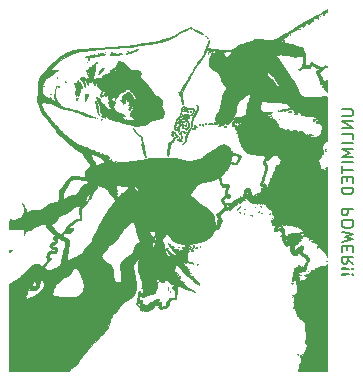
<source format=gbo>
%TF.GenerationSoftware,KiCad,Pcbnew,(5.1.12)-1*%
%TF.CreationDate,2022-02-19T00:27:12-08:00*%
%TF.ProjectId,powersupply,706f7765-7273-4757-9070-6c792e6b6963,1*%
%TF.SameCoordinates,Original*%
%TF.FileFunction,Legend,Bot*%
%TF.FilePolarity,Positive*%
%FSLAX46Y46*%
G04 Gerber Fmt 4.6, Leading zero omitted, Abs format (unit mm)*
G04 Created by KiCad (PCBNEW (5.1.12)-1) date 2022-02-19 00:27:12*
%MOMM*%
%LPD*%
G01*
G04 APERTURE LIST*
%ADD10C,0.150000*%
%ADD11C,0.010000*%
%ADD12C,4.501599*%
%ADD13O,1.801600X1.801600*%
%ADD14C,1.701600*%
G04 APERTURE END LIST*
D10*
X160107380Y-97775000D02*
X160916904Y-97775000D01*
X161012142Y-97822619D01*
X161059761Y-97870238D01*
X161107380Y-97965476D01*
X161107380Y-98155952D01*
X161059761Y-98251190D01*
X161012142Y-98298809D01*
X160916904Y-98346428D01*
X160107380Y-98346428D01*
X161107380Y-98822619D02*
X160107380Y-98822619D01*
X161107380Y-99394047D01*
X160107380Y-99394047D01*
X161107380Y-100346428D02*
X161107380Y-99870238D01*
X160107380Y-99870238D01*
X161107380Y-100679761D02*
X160107380Y-100679761D01*
X161107380Y-101155952D02*
X160107380Y-101155952D01*
X160821666Y-101489285D01*
X160107380Y-101822619D01*
X161107380Y-101822619D01*
X161107380Y-102298809D02*
X160107380Y-102298809D01*
X160107380Y-102632142D02*
X160107380Y-103203571D01*
X161107380Y-102917857D02*
X160107380Y-102917857D01*
X160583571Y-103536904D02*
X160583571Y-103870238D01*
X161107380Y-104013095D02*
X161107380Y-103536904D01*
X160107380Y-103536904D01*
X160107380Y-104013095D01*
X161107380Y-104441666D02*
X160107380Y-104441666D01*
X160107380Y-104679761D01*
X160155000Y-104822619D01*
X160250238Y-104917857D01*
X160345476Y-104965476D01*
X160535952Y-105013095D01*
X160678809Y-105013095D01*
X160869285Y-104965476D01*
X160964523Y-104917857D01*
X161059761Y-104822619D01*
X161107380Y-104679761D01*
X161107380Y-104441666D01*
X161107380Y-106203571D02*
X160107380Y-106203571D01*
X160107380Y-106584523D01*
X160155000Y-106679761D01*
X160202619Y-106727380D01*
X160297857Y-106775000D01*
X160440714Y-106775000D01*
X160535952Y-106727380D01*
X160583571Y-106679761D01*
X160631190Y-106584523D01*
X160631190Y-106203571D01*
X160107380Y-107394047D02*
X160107380Y-107584523D01*
X160155000Y-107679761D01*
X160250238Y-107775000D01*
X160440714Y-107822619D01*
X160774047Y-107822619D01*
X160964523Y-107775000D01*
X161059761Y-107679761D01*
X161107380Y-107584523D01*
X161107380Y-107394047D01*
X161059761Y-107298809D01*
X160964523Y-107203571D01*
X160774047Y-107155952D01*
X160440714Y-107155952D01*
X160250238Y-107203571D01*
X160155000Y-107298809D01*
X160107380Y-107394047D01*
X160107380Y-108155952D02*
X161107380Y-108394047D01*
X160393095Y-108584523D01*
X161107380Y-108775000D01*
X160107380Y-109013095D01*
X160583571Y-109394047D02*
X160583571Y-109727380D01*
X161107380Y-109870238D02*
X161107380Y-109394047D01*
X160107380Y-109394047D01*
X160107380Y-109870238D01*
X161107380Y-110870238D02*
X160631190Y-110536904D01*
X161107380Y-110298809D02*
X160107380Y-110298809D01*
X160107380Y-110679761D01*
X160155000Y-110775000D01*
X160202619Y-110822619D01*
X160297857Y-110870238D01*
X160440714Y-110870238D01*
X160535952Y-110822619D01*
X160583571Y-110775000D01*
X160631190Y-110679761D01*
X160631190Y-110298809D01*
X161012142Y-111298809D02*
X161059761Y-111346428D01*
X161107380Y-111298809D01*
X161059761Y-111251190D01*
X161012142Y-111298809D01*
X161107380Y-111298809D01*
X160726428Y-111298809D02*
X160155000Y-111251190D01*
X160107380Y-111298809D01*
X160155000Y-111346428D01*
X160726428Y-111298809D01*
X160107380Y-111298809D01*
X161012142Y-111775000D02*
X161059761Y-111822619D01*
X161107380Y-111775000D01*
X161059761Y-111727380D01*
X161012142Y-111775000D01*
X161107380Y-111775000D01*
X160726428Y-111775000D02*
X160155000Y-111727380D01*
X160107380Y-111775000D01*
X160155000Y-111822619D01*
X160726428Y-111775000D01*
X160107380Y-111775000D01*
D11*
%TO.C,G\u002A\u002A\u002A*%
G36*
X131920376Y-109271538D02*
G01*
X131922041Y-109475171D01*
X131924862Y-109647741D01*
X131928891Y-109780846D01*
X131934181Y-109866083D01*
X131939770Y-109894687D01*
X131973514Y-109890034D01*
X132013594Y-109860291D01*
X132079909Y-109800934D01*
X132148518Y-109743875D01*
X132207736Y-109687546D01*
X132288592Y-109599117D01*
X132374282Y-109497028D01*
X132380005Y-109489875D01*
X132466388Y-109385681D01*
X132549846Y-109291940D01*
X132613014Y-109228116D01*
X132615498Y-109225910D01*
X132804633Y-109049508D01*
X132949213Y-108887402D01*
X133060340Y-108723320D01*
X133149118Y-108540990D01*
X133223025Y-108335563D01*
X133258035Y-108248919D01*
X133294941Y-108191540D01*
X133308388Y-108181424D01*
X133336995Y-108153436D01*
X133334583Y-108141241D01*
X133354500Y-108119978D01*
X133421074Y-108086971D01*
X133520254Y-108049105D01*
X133527892Y-108046506D01*
X133693477Y-107983675D01*
X133891242Y-107897865D01*
X134099096Y-107799069D01*
X134270750Y-107710437D01*
X134392568Y-107648670D01*
X134507890Y-107597018D01*
X134602501Y-107561161D01*
X134662185Y-107546778D01*
X134674298Y-107549215D01*
X134712137Y-107550684D01*
X134728203Y-107541114D01*
X134780777Y-107517695D01*
X134865092Y-107495548D01*
X134880699Y-107492558D01*
X134998524Y-107471336D01*
X135049885Y-107648012D01*
X135086359Y-107753203D01*
X135133205Y-107829863D01*
X135207482Y-107901183D01*
X135273373Y-107951845D01*
X135360677Y-108022433D01*
X135422616Y-108084144D01*
X135445499Y-108122804D01*
X135471472Y-108173888D01*
X135550548Y-108249660D01*
X135684464Y-108351735D01*
X135714533Y-108373030D01*
X135797032Y-108430936D01*
X135732391Y-108535528D01*
X135678639Y-108650182D01*
X135678151Y-108747453D01*
X135731880Y-108845958D01*
X135749400Y-108867664D01*
X135804794Y-108947979D01*
X135806650Y-108994909D01*
X135754552Y-109009863D01*
X135708367Y-109005823D01*
X135604482Y-109019855D01*
X135506865Y-109082311D01*
X135427516Y-109178377D01*
X135378435Y-109293238D01*
X135371625Y-109412078D01*
X135372983Y-109419859D01*
X135409648Y-109497829D01*
X135478562Y-109575425D01*
X135493418Y-109587501D01*
X135573622Y-109638342D01*
X135649925Y-109653168D01*
X135732219Y-109644787D01*
X135867543Y-109623148D01*
X135844775Y-109715261D01*
X135813826Y-109805684D01*
X135770376Y-109842585D01*
X135700243Y-109831558D01*
X135630518Y-109799764D01*
X135542954Y-109759984D01*
X135483821Y-109750681D01*
X135427578Y-109768877D01*
X135415988Y-109774739D01*
X135284454Y-109870243D01*
X135184646Y-109995859D01*
X135122539Y-110137281D01*
X135104105Y-110280203D01*
X135135317Y-110410319D01*
X135143875Y-110426500D01*
X135181262Y-110510021D01*
X135180713Y-110581213D01*
X135138188Y-110659697D01*
X135081567Y-110729156D01*
X134989625Y-110834752D01*
X134891581Y-110947705D01*
X134862162Y-110981682D01*
X134826375Y-111021151D01*
X134826375Y-112172750D01*
X134842250Y-112188625D01*
X134826375Y-112204500D01*
X134810500Y-112188625D01*
X134826375Y-112172750D01*
X134826375Y-111021151D01*
X134796737Y-111053840D01*
X134755357Y-111083747D01*
X134722138Y-111078525D01*
X134711895Y-111070592D01*
X134711895Y-112207159D01*
X134766519Y-112228004D01*
X134767947Y-112228901D01*
X134797706Y-112274856D01*
X134815572Y-112347478D01*
X134838312Y-112420108D01*
X134874000Y-112444068D01*
X134911670Y-112465341D01*
X134913687Y-112483755D01*
X134923530Y-112519206D01*
X134933236Y-112522000D01*
X134945338Y-112549502D01*
X134942363Y-112618297D01*
X134937800Y-112647354D01*
X134928063Y-112734344D01*
X134942844Y-112780221D01*
X134965876Y-112796273D01*
X134988924Y-112814874D01*
X134955069Y-112827800D01*
X134929562Y-112831778D01*
X134866160Y-112850183D01*
X134842250Y-112874698D01*
X134816407Y-112934163D01*
X134742407Y-113020842D01*
X134731125Y-113031875D01*
X134731125Y-113093500D01*
X134747000Y-113109375D01*
X134731125Y-113125250D01*
X134715250Y-113109375D01*
X134731125Y-113093500D01*
X134731125Y-113031875D01*
X134707312Y-113055165D01*
X134663618Y-113112710D01*
X134651750Y-113150054D01*
X134635134Y-113177680D01*
X134621593Y-113173859D01*
X134586869Y-113184055D01*
X134554376Y-113227548D01*
X134489532Y-113316431D01*
X134406135Y-113383311D01*
X134326520Y-113410291D01*
X134326312Y-113410294D01*
X134279288Y-113432347D01*
X134270750Y-113456751D01*
X134248190Y-113512906D01*
X134234094Y-113525156D01*
X134212367Y-113528899D01*
X134220093Y-113511155D01*
X134231207Y-113478046D01*
X134226408Y-113474500D01*
X134188167Y-113491616D01*
X134118420Y-113534432D01*
X134036161Y-113590150D01*
X133960383Y-113645971D01*
X133914447Y-113684717D01*
X133865565Y-113719659D01*
X133821378Y-113705788D01*
X133805315Y-113693434D01*
X133766327Y-113665858D01*
X133763973Y-113683131D01*
X133769892Y-113700018D01*
X133762467Y-113760038D01*
X133728211Y-113802895D01*
X133680069Y-113832608D01*
X133669031Y-113817951D01*
X133700744Y-113769714D01*
X133707187Y-113762713D01*
X133727620Y-113736255D01*
X133701142Y-113744446D01*
X133680763Y-113754630D01*
X133608577Y-113803947D01*
X133573688Y-113837891D01*
X133518587Y-113879242D01*
X133487113Y-113887250D01*
X133458400Y-113905192D01*
X133464156Y-113923905D01*
X133468181Y-113945349D01*
X133445339Y-113934930D01*
X133394199Y-113936240D01*
X133358964Y-113969711D01*
X133329291Y-114005479D01*
X133323428Y-113992097D01*
X133334023Y-113934875D01*
X133353809Y-113839684D01*
X133368472Y-113768187D01*
X133369632Y-113713119D01*
X133355525Y-113696750D01*
X133339247Y-113668783D01*
X133333181Y-113599402D01*
X133333754Y-113577549D01*
X133367176Y-113417017D01*
X133444995Y-113281632D01*
X133466139Y-113258574D01*
X133502104Y-113203030D01*
X133506362Y-113154358D01*
X133479883Y-113133071D01*
X133460390Y-113137013D01*
X133429331Y-113142063D01*
X133436214Y-113110225D01*
X133448820Y-113084847D01*
X133502154Y-113005584D01*
X133546958Y-112955320D01*
X133586987Y-112896586D01*
X133591274Y-112852132D01*
X133590314Y-112813177D01*
X133601027Y-112807750D01*
X133625280Y-112835168D01*
X133646514Y-112901278D01*
X133646835Y-112902864D01*
X133681447Y-113012211D01*
X133731372Y-113095150D01*
X133786605Y-113138340D01*
X133823008Y-113137803D01*
X133879188Y-113123341D01*
X133977256Y-113107065D01*
X134094120Y-113092709D01*
X134215571Y-113077232D01*
X134295691Y-113055322D01*
X134356574Y-113017525D01*
X134420316Y-112954386D01*
X134422203Y-112952329D01*
X134486507Y-112876098D01*
X134514595Y-112814654D01*
X134515975Y-112738722D01*
X134509327Y-112684037D01*
X134501458Y-112579833D01*
X134515700Y-112518171D01*
X134536389Y-112493764D01*
X134578093Y-112434557D01*
X134604606Y-112361056D01*
X134628183Y-112295324D01*
X134656146Y-112268000D01*
X134672753Y-112248399D01*
X134667625Y-112236250D01*
X134671262Y-112210469D01*
X134711895Y-112207159D01*
X134711895Y-111070592D01*
X134694282Y-111056949D01*
X134552527Y-110959771D01*
X134400406Y-110915514D01*
X134236932Y-110917262D01*
X134236932Y-112244034D01*
X134239000Y-112248377D01*
X134216648Y-112277351D01*
X134207250Y-112283875D01*
X134177567Y-112291965D01*
X134175500Y-112287622D01*
X134197851Y-112258648D01*
X134207250Y-112252125D01*
X134236932Y-112244034D01*
X134236932Y-110917262D01*
X134227865Y-110917360D01*
X134105894Y-110937659D01*
X134100954Y-110938963D01*
X134100954Y-112335689D01*
X134126234Y-112336884D01*
X134235719Y-112344257D01*
X134218660Y-112535980D01*
X134207283Y-112641698D01*
X134195120Y-112720903D01*
X134186677Y-112751851D01*
X134143443Y-112771535D01*
X134067482Y-112775168D01*
X133987086Y-112764275D01*
X133930549Y-112740381D01*
X133927850Y-112737900D01*
X133904079Y-112684102D01*
X133890774Y-112595711D01*
X133889750Y-112563275D01*
X133894319Y-112476435D01*
X133913102Y-112436382D01*
X133953250Y-112426750D01*
X134005343Y-112406439D01*
X134016750Y-112378130D01*
X134035871Y-112344503D01*
X134100954Y-112335689D01*
X134100954Y-110938963D01*
X133995051Y-110966927D01*
X133941148Y-110988382D01*
X133888694Y-111026244D01*
X133800957Y-111101450D01*
X133686906Y-111205805D01*
X133555511Y-111331111D01*
X133519333Y-111366815D01*
X133519333Y-112881833D01*
X133538208Y-112886191D01*
X133540500Y-112903000D01*
X133528883Y-112929133D01*
X133519333Y-112924166D01*
X133515533Y-112886486D01*
X133519333Y-112881833D01*
X133519333Y-111366815D01*
X133422496Y-111462386D01*
X133288128Y-111595547D01*
X133167828Y-111711607D01*
X133069136Y-111803546D01*
X132999592Y-111864344D01*
X132966734Y-111886983D01*
X132966427Y-111886999D01*
X132948116Y-111906492D01*
X132953124Y-111918749D01*
X132951399Y-111948041D01*
X132940517Y-111950499D01*
X132904095Y-111971482D01*
X132836705Y-112027066D01*
X132751523Y-112106203D01*
X132732260Y-112125124D01*
X132632616Y-112222325D01*
X132570775Y-112277322D01*
X132540783Y-112293929D01*
X132536686Y-112275957D01*
X132546269Y-112244187D01*
X132544728Y-112221377D01*
X132505769Y-112246013D01*
X132476875Y-112271691D01*
X132476875Y-112331500D01*
X132492750Y-112347375D01*
X132476875Y-112363250D01*
X132461000Y-112347375D01*
X132476875Y-112331500D01*
X132476875Y-112271691D01*
X132472098Y-112275937D01*
X132406496Y-112331200D01*
X132358749Y-112361361D01*
X132351134Y-112363250D01*
X132310942Y-112380992D01*
X132243438Y-112425307D01*
X132219408Y-112443116D01*
X132148488Y-112491471D01*
X132098014Y-112515621D01*
X132089411Y-112516200D01*
X132042284Y-112520162D01*
X131992687Y-112533724D01*
X131921250Y-112558029D01*
X131921250Y-119951500D01*
X137007986Y-119951500D01*
X137068537Y-119874520D01*
X137126782Y-119814482D01*
X137215885Y-119737522D01*
X137295357Y-119676111D01*
X137397830Y-119598662D01*
X137488970Y-119522352D01*
X137575891Y-119439104D01*
X137665708Y-119340840D01*
X137765536Y-119219483D01*
X137882492Y-119066956D01*
X138023689Y-118875181D01*
X138128375Y-118730463D01*
X138207170Y-118629735D01*
X138303922Y-118517544D01*
X138358562Y-118458848D01*
X138429963Y-118380420D01*
X138478877Y-118317760D01*
X138493500Y-118288830D01*
X138512643Y-118242227D01*
X138538236Y-118207913D01*
X138695729Y-118034576D01*
X138886283Y-117830798D01*
X139097039Y-117609999D01*
X139315141Y-117385602D01*
X139527733Y-117171029D01*
X139605267Y-117094000D01*
X139750408Y-116947680D01*
X139887687Y-116804063D01*
X140007384Y-116673710D01*
X140099781Y-116567182D01*
X140151801Y-116500062D01*
X140222029Y-116374910D01*
X140299105Y-116197733D01*
X140378599Y-115978999D01*
X140400380Y-115912687D01*
X140466599Y-115710717D01*
X140522035Y-115556788D01*
X140573930Y-115438053D01*
X140629523Y-115341666D01*
X140696055Y-115254779D01*
X140780766Y-115164545D01*
X140871706Y-115076344D01*
X140991926Y-114950236D01*
X141121719Y-114795495D01*
X141239272Y-114638686D01*
X141277322Y-114582347D01*
X141356312Y-114466180D01*
X141426390Y-114373212D01*
X141478691Y-114314634D01*
X141501022Y-114300000D01*
X141538456Y-114279631D01*
X141541499Y-114267179D01*
X141564784Y-114220237D01*
X141621419Y-114156846D01*
X141691571Y-114095254D01*
X141755410Y-114053714D01*
X141781836Y-114046000D01*
X141856813Y-114023226D01*
X141964281Y-113958824D01*
X142094593Y-113858668D01*
X142108047Y-113847306D01*
X142180289Y-113794628D01*
X142236562Y-113768880D01*
X142249734Y-113768786D01*
X142287435Y-113751626D01*
X142347987Y-113693807D01*
X142420501Y-113608462D01*
X142494088Y-113508726D01*
X142557857Y-113407734D01*
X142574566Y-113376996D01*
X142648956Y-113194446D01*
X142689206Y-112992933D01*
X142698230Y-112755668D01*
X142695557Y-112680504D01*
X142686202Y-112542461D01*
X142673265Y-112421439D01*
X142658989Y-112336739D01*
X142653315Y-112317111D01*
X142637464Y-112251231D01*
X142620608Y-112142718D01*
X142605840Y-112012311D01*
X142602873Y-111979146D01*
X142553316Y-111611803D01*
X142463871Y-111247487D01*
X142458359Y-111229100D01*
X142440020Y-111143835D01*
X142443732Y-111064159D01*
X142474415Y-110978927D01*
X142536987Y-110876998D01*
X142636366Y-110747229D01*
X142710794Y-110657213D01*
X142827822Y-110506339D01*
X142898068Y-110386892D01*
X142923561Y-110307963D01*
X142946337Y-110194180D01*
X142966529Y-110138892D01*
X142983021Y-110143694D01*
X142994382Y-110206826D01*
X142991150Y-110294183D01*
X142972432Y-110416361D01*
X142942211Y-110547740D01*
X142940288Y-110554745D01*
X142887639Y-110787195D01*
X142857126Y-111016441D01*
X142849983Y-111225661D01*
X142867445Y-111398036D01*
X142875787Y-111433355D01*
X142902916Y-111520976D01*
X142947216Y-111651050D01*
X143002825Y-111806856D01*
X143063884Y-111971672D01*
X143071557Y-111991942D01*
X143134381Y-112165048D01*
X143192845Y-112339742D01*
X143240597Y-112496181D01*
X143271288Y-112614523D01*
X143272233Y-112618953D01*
X143303296Y-112750060D01*
X143338352Y-112873525D01*
X143366677Y-112954451D01*
X143401719Y-113041790D01*
X143412225Y-113082237D01*
X143399732Y-113086801D01*
X143383963Y-113078220D01*
X143358367Y-113037827D01*
X143325069Y-112953351D01*
X143289440Y-112842849D01*
X143256850Y-112724380D01*
X143232670Y-112616000D01*
X143222270Y-112535766D01*
X143222237Y-112534451D01*
X143219392Y-112473087D01*
X143210112Y-112471269D01*
X143190425Y-112516994D01*
X143172587Y-112581525D01*
X143174366Y-112613595D01*
X143186478Y-112656923D01*
X143199515Y-112736992D01*
X143202580Y-112761823D01*
X143226072Y-112880806D01*
X143263473Y-112998766D01*
X143266321Y-113005730D01*
X143300299Y-113148648D01*
X143279000Y-113274060D01*
X143218922Y-113359277D01*
X143176683Y-113393936D01*
X143145296Y-113395200D01*
X143110545Y-113355468D01*
X143063319Y-113276062D01*
X143009363Y-113223392D01*
X142952265Y-113226678D01*
X142908070Y-113281345D01*
X142896286Y-113323687D01*
X142858187Y-113535491D01*
X142825059Y-113688722D01*
X142795833Y-113788017D01*
X142781997Y-113819551D01*
X142753390Y-113919641D01*
X142751893Y-114038031D01*
X142777838Y-114137621D01*
X142779137Y-114140104D01*
X142828744Y-114183371D01*
X142920888Y-114193081D01*
X142922012Y-114193029D01*
X142994998Y-114193560D01*
X143026339Y-114216528D01*
X143033625Y-114279935D01*
X143033750Y-114307387D01*
X143029432Y-114385678D01*
X143006267Y-114419288D01*
X142948932Y-114426935D01*
X142935854Y-114427000D01*
X142866874Y-114439475D01*
X142850965Y-114467835D01*
X142884956Y-114498483D01*
X142956823Y-114516928D01*
X143039756Y-114546489D01*
X143125819Y-114605946D01*
X143140704Y-114620116D01*
X143251710Y-114692957D01*
X143378673Y-114713997D01*
X143502167Y-114681610D01*
X143545405Y-114653983D01*
X143631498Y-114594261D01*
X143700500Y-114553535D01*
X143752998Y-114528278D01*
X143758616Y-114535893D01*
X143740734Y-114559332D01*
X143691790Y-114600598D01*
X143608041Y-114655681D01*
X143544028Y-114692570D01*
X143409243Y-114749729D01*
X143293975Y-114756260D01*
X143178520Y-114711472D01*
X143126354Y-114677975D01*
X143069141Y-114643372D01*
X143046666Y-114648632D01*
X143044333Y-114666731D01*
X143060764Y-114707959D01*
X143073827Y-114712750D01*
X143116855Y-114729758D01*
X143185870Y-114771813D01*
X143202541Y-114783400D01*
X143315284Y-114832386D01*
X143463807Y-114854657D01*
X143626318Y-114850290D01*
X143781024Y-114819359D01*
X143874654Y-114781057D01*
X143960990Y-114739368D01*
X144028697Y-114715190D01*
X144044739Y-114712749D01*
X144073835Y-114690812D01*
X144070018Y-114665125D01*
X144069358Y-114624241D01*
X144082496Y-114617500D01*
X144110664Y-114592184D01*
X144113250Y-114575291D01*
X144139982Y-114543284D01*
X144184687Y-114535604D01*
X144238387Y-114524198D01*
X144247259Y-114474162D01*
X144246637Y-114469318D01*
X144247457Y-114426493D01*
X144271759Y-114396946D01*
X144331076Y-114375104D01*
X144436940Y-114355395D01*
X144502187Y-114345828D01*
X144598304Y-114335373D01*
X144641952Y-114347472D01*
X144643270Y-114394078D01*
X144615287Y-114479157D01*
X144594263Y-114557292D01*
X144606789Y-114610544D01*
X144636083Y-114648099D01*
X144713761Y-114701003D01*
X144814661Y-114706606D01*
X144948930Y-114665457D01*
X144949727Y-114665125D01*
X145057449Y-114632496D01*
X145165130Y-114617593D01*
X145172160Y-114617500D01*
X145250928Y-114606043D01*
X145322005Y-114563467D01*
X145395430Y-114490408D01*
X145479863Y-114377207D01*
X145507420Y-114288093D01*
X145477831Y-114224302D01*
X145457197Y-114209965D01*
X145426930Y-114185433D01*
X145432030Y-114151958D01*
X145475992Y-114091173D01*
X145481009Y-114084932D01*
X145601038Y-113967520D01*
X145735302Y-113904611D01*
X145888997Y-113887250D01*
X145987190Y-113883775D01*
X146041629Y-113867718D01*
X146071925Y-113830629D01*
X146083418Y-113803486D01*
X146097395Y-113739729D01*
X146111836Y-113628273D01*
X146125026Y-113484886D01*
X146135157Y-113327236D01*
X146142632Y-113161970D01*
X146144768Y-113050081D01*
X146140824Y-112981613D01*
X146130059Y-112946610D01*
X146111730Y-112935116D01*
X146105921Y-112934750D01*
X146052614Y-112910560D01*
X146040145Y-112891364D01*
X146055719Y-112851355D01*
X146134571Y-112814771D01*
X146143619Y-112811989D01*
X146293478Y-112780045D01*
X146407882Y-112788163D01*
X146498155Y-112834736D01*
X146589359Y-112889810D01*
X146720257Y-112950131D01*
X146868569Y-113007123D01*
X147012012Y-113052207D01*
X147126300Y-113076558D01*
X147233400Y-113100594D01*
X147359635Y-113143482D01*
X147428089Y-113172814D01*
X147553730Y-113227582D01*
X147631555Y-113250857D01*
X147659223Y-113242232D01*
X147641933Y-113209967D01*
X147594100Y-113177956D01*
X147506398Y-113138624D01*
X147423733Y-113109104D01*
X147247927Y-113029365D01*
X147092987Y-112905324D01*
X146940238Y-112764767D01*
X146819484Y-112675528D01*
X146728042Y-112635728D01*
X146703679Y-112633125D01*
X146646069Y-112613036D01*
X146628122Y-112589018D01*
X146631006Y-112560939D01*
X146649131Y-112567079D01*
X146681667Y-112575930D01*
X146680247Y-112549531D01*
X146649459Y-112503097D01*
X146621051Y-112473968D01*
X146574477Y-112401456D01*
X146576757Y-112354166D01*
X146580740Y-112308820D01*
X146553394Y-112307659D01*
X146497098Y-112304000D01*
X146425988Y-112274549D01*
X146399250Y-112254838D01*
X146399250Y-112299750D01*
X146430077Y-112323910D01*
X146431000Y-112331500D01*
X146406839Y-112362327D01*
X146399250Y-112363250D01*
X146368422Y-112339089D01*
X146367500Y-112331500D01*
X146391660Y-112300672D01*
X146399250Y-112299750D01*
X146399250Y-112254838D01*
X146369853Y-112233165D01*
X146364380Y-112193445D01*
X146375999Y-112170938D01*
X146391636Y-112113804D01*
X146359466Y-112064930D01*
X146311156Y-112024602D01*
X146288124Y-112013999D01*
X146256375Y-111996634D01*
X146256375Y-112077500D01*
X146272250Y-112093375D01*
X146256375Y-112109250D01*
X146240500Y-112093375D01*
X146256375Y-112077500D01*
X146256375Y-111996634D01*
X146251803Y-111994133D01*
X146219273Y-111965559D01*
X146189811Y-111908525D01*
X146195955Y-111852347D01*
X146233890Y-111823803D01*
X146239503Y-111823500D01*
X146268549Y-111797799D01*
X146272250Y-111775875D01*
X146256436Y-111733075D01*
X146216547Y-111740942D01*
X146165462Y-111795191D01*
X146117560Y-111838245D01*
X146081899Y-111839467D01*
X146070763Y-111805276D01*
X146112716Y-111745001D01*
X146116646Y-111740775D01*
X146155649Y-111690192D01*
X146158141Y-111665289D01*
X146154672Y-111664750D01*
X146108011Y-111686680D01*
X146083226Y-111710595D01*
X146037811Y-111739647D01*
X146002384Y-111730722D01*
X146002384Y-112013985D01*
X146032894Y-112016250D01*
X146088411Y-112055019D01*
X146106931Y-112071975D01*
X146169869Y-112138269D01*
X146183504Y-112166054D01*
X146148959Y-112153522D01*
X146083204Y-112110285D01*
X146024491Y-112059358D01*
X146000984Y-112020002D01*
X146002384Y-112013985D01*
X146002384Y-111730722D01*
X145971846Y-111723028D01*
X145971110Y-111722694D01*
X145914842Y-111665915D01*
X145883029Y-111572606D01*
X145878183Y-111465825D01*
X145902815Y-111368627D01*
X145928281Y-111329328D01*
X145973761Y-111236746D01*
X145986500Y-111132008D01*
X145995637Y-111035732D01*
X146028234Y-110981121D01*
X146051751Y-110965312D01*
X146106032Y-110948964D01*
X146152091Y-110977209D01*
X146176069Y-111005481D01*
X146229896Y-111068043D01*
X146315573Y-111160726D01*
X146425579Y-111276007D01*
X146552392Y-111406363D01*
X146688490Y-111544273D01*
X146826349Y-111682212D01*
X146958449Y-111812659D01*
X147077266Y-111928092D01*
X147175279Y-112020988D01*
X147244965Y-112083823D01*
X147278801Y-112109077D01*
X147279803Y-112109250D01*
X147323772Y-112130440D01*
X147404959Y-112189650D01*
X147515340Y-112280340D01*
X147646893Y-112395970D01*
X147764500Y-112504395D01*
X147850228Y-112576962D01*
X147933033Y-112634003D01*
X148003542Y-112671741D01*
X148052381Y-112686402D01*
X148070177Y-112674212D01*
X148047556Y-112631395D01*
X148031358Y-112611866D01*
X147992422Y-112564696D01*
X147995879Y-112553755D01*
X148028086Y-112563877D01*
X148067271Y-112569023D01*
X148065379Y-112552544D01*
X148020890Y-112528951D01*
X147992293Y-112529095D01*
X147948222Y-112513523D01*
X147929078Y-112450562D01*
X147914370Y-112387156D01*
X147895446Y-112363250D01*
X147856310Y-112341656D01*
X147791153Y-112286154D01*
X147713405Y-112210662D01*
X147636493Y-112129100D01*
X147573845Y-112055386D01*
X147538890Y-112003440D01*
X147535845Y-111990509D01*
X147516412Y-111959455D01*
X147464266Y-111950500D01*
X147403907Y-111941773D01*
X147383499Y-111924630D01*
X147357624Y-111895743D01*
X147293369Y-111856246D01*
X147272374Y-111845769D01*
X147187004Y-111794523D01*
X147164453Y-111752111D01*
X147204673Y-111718434D01*
X147208875Y-111716768D01*
X147251003Y-111680448D01*
X147256500Y-111660825D01*
X147238518Y-111648129D01*
X147197552Y-111676505D01*
X147149404Y-111711548D01*
X147115802Y-111700568D01*
X147098414Y-111681425D01*
X147077392Y-111642278D01*
X147085924Y-111631990D01*
X147086112Y-111615737D01*
X147052684Y-111584870D01*
X147011655Y-111547915D01*
X147015956Y-111515032D01*
X147049668Y-111474754D01*
X147087793Y-111422727D01*
X147080892Y-111382298D01*
X147059875Y-111355187D01*
X146999446Y-111277382D01*
X146986605Y-111239412D01*
X147020848Y-111239643D01*
X147024663Y-111240931D01*
X147029743Y-111229350D01*
X146996229Y-111181810D01*
X146930746Y-111106931D01*
X146920330Y-111095971D01*
X146920330Y-111620499D01*
X146957459Y-111644211D01*
X147019696Y-111709727D01*
X147081473Y-111783152D01*
X147120814Y-111836581D01*
X147128443Y-111852602D01*
X147110632Y-111845685D01*
X147072881Y-111806081D01*
X147010252Y-111747925D01*
X146962812Y-111719764D01*
X146916450Y-111675324D01*
X146908571Y-111641933D01*
X146920330Y-111620499D01*
X146920330Y-111095971D01*
X146883437Y-111057151D01*
X146794693Y-110960507D01*
X146726439Y-110875647D01*
X146689027Y-110815917D01*
X146685000Y-110801354D01*
X146664168Y-110748144D01*
X146645312Y-110735117D01*
X146622626Y-110708344D01*
X146628670Y-110696197D01*
X146668482Y-110692124D01*
X146695091Y-110707450D01*
X146742790Y-110727001D01*
X146761740Y-110720176D01*
X146793097Y-110724016D01*
X146815959Y-110752201D01*
X146873066Y-110801797D01*
X146954078Y-110794035D01*
X146996576Y-110772080D01*
X147042983Y-110757482D01*
X147115992Y-110761499D01*
X147228842Y-110785552D01*
X147301999Y-110804893D01*
X147418524Y-110835054D01*
X147509148Y-110855109D01*
X147558601Y-110861796D01*
X147563120Y-110860712D01*
X147556028Y-110831962D01*
X147487855Y-110794179D01*
X147360274Y-110748053D01*
X147174956Y-110694270D01*
X147129500Y-110682234D01*
X146986625Y-110644924D01*
X146979977Y-110489163D01*
X146981839Y-110395120D01*
X146994014Y-110329929D01*
X147003875Y-110314524D01*
X147016084Y-110273315D01*
X147000291Y-110231874D01*
X146978929Y-110130243D01*
X146998146Y-109984420D01*
X147042317Y-109839125D01*
X147068169Y-109751933D01*
X147077248Y-109687558D01*
X147075565Y-109675705D01*
X147089961Y-109647733D01*
X147120006Y-109643955D01*
X147164569Y-109632216D01*
X147170698Y-109613469D01*
X147192237Y-109589921D01*
X147243914Y-109587056D01*
X147302017Y-109582152D01*
X147310730Y-109558712D01*
X147273588Y-109534648D01*
X147201378Y-109527431D01*
X147197826Y-109527620D01*
X147121121Y-109520705D01*
X147097750Y-109487932D01*
X147111985Y-109446895D01*
X147123081Y-109442250D01*
X147139929Y-109414496D01*
X147146937Y-109346917D01*
X147146893Y-109339310D01*
X147148835Y-109283845D01*
X147165962Y-109249564D01*
X147212163Y-109226715D01*
X147301324Y-109205543D01*
X147351750Y-109195435D01*
X147498936Y-109166225D01*
X147665836Y-109133085D01*
X147780375Y-109110329D01*
X147934765Y-109071170D01*
X148124416Y-109010507D01*
X148328886Y-108936081D01*
X148527735Y-108855634D01*
X148700521Y-108776910D01*
X148799708Y-108724242D01*
X148954027Y-108622434D01*
X149065916Y-108516223D01*
X149149253Y-108387690D01*
X149217916Y-108218914D01*
X149237273Y-108159215D01*
X149279523Y-108027998D01*
X149310761Y-107947286D01*
X149337362Y-107906510D01*
X149365703Y-107895104D01*
X149393703Y-107899963D01*
X149518694Y-107932987D01*
X149599990Y-107939461D01*
X149654633Y-107911092D01*
X149699667Y-107839586D01*
X149747598Y-107727750D01*
X149797223Y-107608275D01*
X149848790Y-107486911D01*
X149861365Y-107457875D01*
X149917407Y-107313597D01*
X149938920Y-107213155D01*
X149927097Y-107147881D01*
X149907318Y-107124245D01*
X149867211Y-107071570D01*
X149860000Y-107043810D01*
X149845100Y-106989812D01*
X149808818Y-106913581D01*
X149804708Y-106906306D01*
X149773158Y-106845735D01*
X149770929Y-106803177D01*
X149803495Y-106755349D01*
X149852333Y-106703784D01*
X149913834Y-106633308D01*
X149950622Y-106577594D01*
X149955250Y-106562404D01*
X149981235Y-106519382D01*
X150047685Y-106461131D01*
X150137342Y-106398887D01*
X150232950Y-106343885D01*
X150317251Y-106307360D01*
X150360135Y-106298804D01*
X150452266Y-106283533D01*
X150540537Y-106250027D01*
X150617603Y-106221077D01*
X150676089Y-106217769D01*
X150677774Y-106218359D01*
X150749426Y-106215053D01*
X150836171Y-106166827D01*
X150920698Y-106083367D01*
X150922025Y-106081688D01*
X150977392Y-105996349D01*
X151002436Y-105906257D01*
X151008160Y-105833722D01*
X151016979Y-105788274D01*
X151050687Y-105781646D01*
X151102218Y-105797141D01*
X151169041Y-105826382D01*
X151192405Y-105847815D01*
X151167377Y-105852890D01*
X151130000Y-105845300D01*
X151077223Y-105845166D01*
X151069769Y-105869457D01*
X151107224Y-105895083D01*
X151155011Y-105887415D01*
X151219099Y-105852640D01*
X151272299Y-105808298D01*
X151288750Y-105777973D01*
X151261570Y-105763762D01*
X151211248Y-105759250D01*
X151144397Y-105748076D01*
X151114981Y-105728886D01*
X151073535Y-105710975D01*
X151052819Y-105715176D01*
X151006450Y-105713016D01*
X150983341Y-105682833D01*
X151001825Y-105648850D01*
X151051576Y-105647048D01*
X151100235Y-105665062D01*
X151164192Y-105683140D01*
X151222633Y-105650468D01*
X151225476Y-105647919D01*
X151268373Y-105616328D01*
X151308128Y-105618845D01*
X151369465Y-105658304D01*
X151379293Y-105665540D01*
X151459566Y-105711125D01*
X151526000Y-105710280D01*
X151589989Y-105658419D01*
X151662602Y-105551499D01*
X151725667Y-105448752D01*
X151806456Y-105321675D01*
X151884062Y-105202959D01*
X151959328Y-105081165D01*
X152001163Y-104986763D01*
X152017670Y-104899111D01*
X152019000Y-104859175D01*
X152033133Y-104754230D01*
X152071341Y-104695932D01*
X152127335Y-104690712D01*
X152162709Y-104712192D01*
X152193300Y-104761715D01*
X152227975Y-104852030D01*
X152260900Y-104961997D01*
X152286243Y-105070473D01*
X152298171Y-105156317D01*
X152295167Y-105192266D01*
X152280598Y-105210796D01*
X152275506Y-105179812D01*
X152257462Y-105132636D01*
X152239376Y-105124250D01*
X152220413Y-105104798D01*
X152225375Y-105092500D01*
X152222857Y-105063242D01*
X152211373Y-105060750D01*
X152179817Y-105085826D01*
X152177263Y-105100437D01*
X152170168Y-105123142D01*
X152150963Y-105099444D01*
X152110169Y-105074817D01*
X152048262Y-105089494D01*
X152006011Y-105112048D01*
X152013330Y-105122237D01*
X152074967Y-105147186D01*
X152117458Y-105199002D01*
X152122098Y-105243579D01*
X152132824Y-105285221D01*
X152182356Y-105306883D01*
X152247375Y-105301720D01*
X152275733Y-105288661D01*
X152332929Y-105273718D01*
X152362245Y-105299091D01*
X152347432Y-105346953D01*
X152338202Y-105357203D01*
X152314398Y-105373223D01*
X152321983Y-105338002D01*
X152324688Y-105330625D01*
X152336808Y-105287268D01*
X152314349Y-105295304D01*
X152295169Y-105310409D01*
X152273000Y-105336448D01*
X152273000Y-105441750D01*
X152299133Y-105453366D01*
X152294166Y-105462916D01*
X152256486Y-105466716D01*
X152251833Y-105462916D01*
X152256191Y-105444041D01*
X152273000Y-105441750D01*
X152273000Y-105336448D01*
X152258330Y-105353679D01*
X152255797Y-105376102D01*
X152238768Y-105387509D01*
X152178691Y-105385110D01*
X152171849Y-105384156D01*
X152074053Y-105369803D01*
X152149714Y-105445464D01*
X152208001Y-105494445D01*
X152249117Y-105512864D01*
X152251547Y-105512400D01*
X152263837Y-105523533D01*
X152258446Y-105534861D01*
X152270958Y-105567679D01*
X152329251Y-105611600D01*
X152418251Y-105659594D01*
X152522883Y-105704633D01*
X152628071Y-105739688D01*
X152718741Y-105757730D01*
X152738666Y-105758771D01*
X152800728Y-105742972D01*
X152823939Y-105719562D01*
X152850676Y-105706135D01*
X152900265Y-105748055D01*
X152902739Y-105750852D01*
X152949269Y-105795484D01*
X152974730Y-105791450D01*
X152983158Y-105774665D01*
X153026206Y-105735276D01*
X153063107Y-105727500D01*
X153122119Y-105709604D01*
X153141342Y-105687812D01*
X153160599Y-105679745D01*
X153179441Y-105719562D01*
X153207966Y-105775006D01*
X153232599Y-105791000D01*
X153250976Y-105767882D01*
X153246388Y-105744991D01*
X153247797Y-105712776D01*
X153274741Y-105716638D01*
X153315741Y-105747898D01*
X153320750Y-105762646D01*
X153333987Y-105793900D01*
X153361149Y-105783041D01*
X153383407Y-105742359D01*
X153386756Y-105719562D01*
X153394081Y-105679498D01*
X153405277Y-105687812D01*
X153445874Y-105718501D01*
X153498020Y-105727500D01*
X153558652Y-105743227D01*
X153574750Y-105792476D01*
X153602995Y-105857025D01*
X153669799Y-105911539D01*
X153734128Y-105958893D01*
X153764661Y-106002504D01*
X153765049Y-106006308D01*
X153790790Y-106052144D01*
X153812874Y-106065268D01*
X153855071Y-106105244D01*
X153860500Y-106127771D01*
X153876023Y-106167833D01*
X153887379Y-106172000D01*
X153923943Y-106192425D01*
X153987266Y-106244495D01*
X154027870Y-106282338D01*
X154103987Y-106346634D01*
X154148718Y-106362274D01*
X154157234Y-106353775D01*
X154170151Y-106348183D01*
X154175493Y-106382609D01*
X154201605Y-106443870D01*
X154236208Y-106465565D01*
X154284937Y-106501715D01*
X154294416Y-106532264D01*
X154282246Y-106565034D01*
X154257571Y-106553163D01*
X154229509Y-106546770D01*
X154223175Y-106593354D01*
X154248435Y-106675339D01*
X154315494Y-106710172D01*
X154332700Y-106711263D01*
X154360111Y-106704069D01*
X154342852Y-106670945D01*
X154332700Y-106658180D01*
X154306255Y-106620058D01*
X154327183Y-106619289D01*
X154347284Y-106626430D01*
X154405871Y-106644757D01*
X154426659Y-106648249D01*
X154442924Y-106675352D01*
X154447875Y-106723582D01*
X154435125Y-106777491D01*
X154410504Y-106784574D01*
X154389556Y-106796186D01*
X154390907Y-106840036D01*
X154409856Y-106890888D01*
X154435832Y-106920493D01*
X154462906Y-106960153D01*
X154433117Y-106999073D01*
X154400894Y-107013170D01*
X154353240Y-107044699D01*
X154345332Y-107070872D01*
X154328234Y-107098917D01*
X154307563Y-107098896D01*
X154279082Y-107099330D01*
X154297268Y-107130952D01*
X154303513Y-107138583D01*
X154323884Y-107181663D01*
X154288614Y-107194273D01*
X154265312Y-107191759D01*
X154242792Y-107208717D01*
X154246521Y-107251519D01*
X154271980Y-107290463D01*
X154281187Y-107296105D01*
X154280815Y-107303747D01*
X154230629Y-107300217D01*
X154209750Y-107297255D01*
X154138936Y-107288112D01*
X154122846Y-107295181D01*
X154153615Y-107323957D01*
X154161970Y-107330632D01*
X154202501Y-107373116D01*
X154190556Y-107402112D01*
X154183640Y-107406764D01*
X154171239Y-107432003D01*
X154215676Y-107462490D01*
X154238953Y-107472695D01*
X154300521Y-107505877D01*
X154322486Y-107533745D01*
X154321555Y-107536149D01*
X154336083Y-107564747D01*
X154391057Y-107601661D01*
X154393396Y-107602850D01*
X154457847Y-107635747D01*
X154491182Y-107653588D01*
X154481679Y-107680345D01*
X154443256Y-107736380D01*
X154435619Y-107746234D01*
X154380444Y-107861543D01*
X154368500Y-107952843D01*
X154373519Y-108033116D01*
X154400341Y-108072249D01*
X154466609Y-108092461D01*
X154481642Y-108095348D01*
X154626836Y-108092750D01*
X154711830Y-108063794D01*
X154810472Y-108024187D01*
X154865759Y-108018200D01*
X154889036Y-108047202D01*
X154892375Y-108085552D01*
X154914420Y-108146847D01*
X154963719Y-108166508D01*
X155006241Y-108179380D01*
X155026060Y-108213563D01*
X155029857Y-108286313D01*
X155028252Y-108333196D01*
X155020185Y-108428449D01*
X155002079Y-108476134D01*
X154966848Y-108492116D01*
X154956907Y-108492914D01*
X154920083Y-108497755D01*
X154941112Y-108509132D01*
X154971750Y-108518095D01*
X155019271Y-108539542D01*
X155047214Y-108582111D01*
X155064430Y-108663288D01*
X155070622Y-108713368D01*
X155097413Y-108848314D01*
X155142347Y-108987313D01*
X155164261Y-109037437D01*
X155215011Y-109128840D01*
X155260260Y-109174331D01*
X155315131Y-109188056D01*
X155325452Y-109188250D01*
X155396847Y-109177139D01*
X155433273Y-109154641D01*
X155477705Y-109136084D01*
X155549433Y-109141983D01*
X155614097Y-109151943D01*
X155632349Y-109134797D01*
X155623046Y-109094327D01*
X155621819Y-109032603D01*
X155667146Y-108970210D01*
X155690538Y-108949015D01*
X155779805Y-108872310D01*
X155820518Y-109011934D01*
X155842037Y-109107352D01*
X155842405Y-109195136D01*
X155820953Y-109305495D01*
X155813365Y-109335324D01*
X155771672Y-109552653D01*
X155771768Y-109734587D01*
X155814369Y-109894158D01*
X155847857Y-109962604D01*
X155924003Y-110078533D01*
X156001005Y-110144033D01*
X156094673Y-110170388D01*
X156141938Y-110172500D01*
X156217657Y-110156816D01*
X156292689Y-110102303D01*
X156346211Y-110044679D01*
X156455621Y-109916858D01*
X156509910Y-109999714D01*
X156575517Y-110068045D01*
X156666108Y-110128192D01*
X156681193Y-110135472D01*
X156866336Y-110238979D01*
X156998219Y-110360576D01*
X157068786Y-110470393D01*
X157137385Y-110607749D01*
X157054692Y-110738743D01*
X157006158Y-110822135D01*
X156976412Y-110885784D01*
X156972000Y-110903695D01*
X156949152Y-110984186D01*
X156893674Y-111072641D01*
X156825164Y-111140905D01*
X156807296Y-111150854D01*
X156807296Y-111195776D01*
X156837331Y-111211361D01*
X156845000Y-111248357D01*
X156830878Y-111295631D01*
X156796033Y-111294716D01*
X156760021Y-111258354D01*
X156774991Y-111214662D01*
X156807296Y-111195776D01*
X156807296Y-111150854D01*
X156795284Y-111157544D01*
X156723564Y-111169250D01*
X156662002Y-111132288D01*
X156653930Y-111124430D01*
X156557317Y-111070320D01*
X156434001Y-111069740D01*
X156411269Y-111078056D01*
X156411269Y-111329281D01*
X156444589Y-111334411D01*
X156486811Y-111356524D01*
X156489274Y-111389806D01*
X156462882Y-111444587D01*
X156420692Y-111495817D01*
X156383884Y-111500502D01*
X156368750Y-111458375D01*
X156385365Y-111416115D01*
X156399503Y-111410750D01*
X156416905Y-111387449D01*
X156411843Y-111362764D01*
X156411269Y-111329281D01*
X156411269Y-111078056D01*
X156290642Y-111122189D01*
X156232091Y-111156050D01*
X156140913Y-111221501D01*
X156089550Y-111274482D01*
X156083528Y-111307773D01*
X156110012Y-111315500D01*
X156127041Y-111338013D01*
X156116151Y-111392322D01*
X156086371Y-111458582D01*
X156046733Y-111516947D01*
X156006269Y-111547571D01*
X156004182Y-111548060D01*
X155964542Y-111557996D01*
X155984956Y-111563234D01*
X156013436Y-111565176D01*
X156062351Y-111579735D01*
X156066804Y-111601767D01*
X156033730Y-111623245D01*
X156025145Y-111620613D01*
X156010963Y-111640268D01*
X156000524Y-111705505D01*
X155998163Y-111743221D01*
X155983870Y-111859395D01*
X155954251Y-111989127D01*
X155940880Y-112032467D01*
X155911384Y-112152561D01*
X155908102Y-112250884D01*
X155929973Y-112314078D01*
X155964542Y-112330374D01*
X156019296Y-112314725D01*
X156083000Y-112283874D01*
X156164392Y-112244352D01*
X156208070Y-112247967D01*
X156222351Y-112301316D01*
X156217594Y-112390632D01*
X156211206Y-112483874D01*
X156221398Y-112534391D01*
X156257215Y-112562505D01*
X156301630Y-112579480D01*
X156368940Y-112608167D01*
X156400220Y-112631790D01*
X156400500Y-112633347D01*
X156380470Y-112639328D01*
X156370943Y-112634480D01*
X156333447Y-112633884D01*
X156316895Y-112670827D01*
X156330847Y-112720378D01*
X156335591Y-112726678D01*
X156354015Y-112766952D01*
X156330387Y-112784818D01*
X156305889Y-112807403D01*
X156327342Y-112840161D01*
X156346240Y-112872971D01*
X156352088Y-112925578D01*
X156344085Y-113009445D01*
X156321427Y-113136035D01*
X156299085Y-113243738D01*
X156264009Y-113361298D01*
X156220235Y-113421019D01*
X156204605Y-113428587D01*
X156164322Y-113456058D01*
X156163787Y-113476785D01*
X156147397Y-113494734D01*
X156084185Y-113505143D01*
X156048265Y-113506250D01*
X155914533Y-113506250D01*
X155990768Y-113572367D01*
X156039528Y-113629156D01*
X156063279Y-113704370D01*
X156069947Y-113802555D01*
X156065590Y-113917939D01*
X156051179Y-114021985D01*
X156041901Y-114057347D01*
X156026752Y-114131364D01*
X156048906Y-114171381D01*
X156052972Y-114174064D01*
X156093610Y-114228298D01*
X156107408Y-114305289D01*
X156092558Y-114375589D01*
X156067051Y-114403544D01*
X156033983Y-114430031D01*
X156040104Y-114466646D01*
X156065209Y-114507907D01*
X156101888Y-114577185D01*
X156114750Y-114623864D01*
X156128392Y-114673450D01*
X156165326Y-114765618D01*
X156219562Y-114886605D01*
X156285114Y-115022649D01*
X156308299Y-115068682D01*
X156324162Y-115135301D01*
X156319831Y-115165047D01*
X156329041Y-115213191D01*
X156368949Y-115276106D01*
X156420541Y-115329051D01*
X156460237Y-115347750D01*
X156490146Y-115373040D01*
X156532734Y-115435877D01*
X156544496Y-115456834D01*
X156586851Y-115524776D01*
X156619619Y-115558983D01*
X156625227Y-115560022D01*
X156662535Y-115574003D01*
X156728484Y-115615372D01*
X156803802Y-115669935D01*
X156869215Y-115723499D01*
X156905452Y-115761872D01*
X156907749Y-115768074D01*
X156926910Y-115807911D01*
X156959002Y-115850506D01*
X156990091Y-115915667D01*
X157009102Y-116028719D01*
X157016722Y-116162050D01*
X157022739Y-116285542D01*
X157032190Y-116385631D01*
X157043258Y-116444304D01*
X157045793Y-116449969D01*
X157048242Y-116488486D01*
X157038039Y-116495975D01*
X157031359Y-116528383D01*
X157038775Y-116600981D01*
X157056189Y-116693124D01*
X157079503Y-116784165D01*
X157104618Y-116853459D01*
X157111568Y-116866399D01*
X157113199Y-116908908D01*
X157101182Y-116993001D01*
X157082687Y-117080492D01*
X157052313Y-117228670D01*
X157038354Y-117345177D01*
X157041458Y-117419956D01*
X157059312Y-117443272D01*
X157078830Y-117470552D01*
X157087690Y-117522437D01*
X157081780Y-117575112D01*
X157063878Y-117584041D01*
X157036954Y-117576706D01*
X157047911Y-117604457D01*
X157081864Y-117643828D01*
X157123327Y-117710531D01*
X157143409Y-117773914D01*
X157143635Y-117844179D01*
X157129051Y-117938552D01*
X157104851Y-118037259D01*
X157076225Y-118120523D01*
X157048366Y-118168571D01*
X157038503Y-118173500D01*
X157012777Y-118200326D01*
X156974549Y-118269343D01*
X156946242Y-118332250D01*
X156896931Y-118432730D01*
X156850979Y-118481657D01*
X156814740Y-118491000D01*
X156769914Y-118498041D01*
X156774822Y-118530712D01*
X156788373Y-118553707D01*
X156806276Y-118617292D01*
X156786229Y-118663741D01*
X156741427Y-118674883D01*
X156711408Y-118659683D01*
X156652359Y-118623089D01*
X156600244Y-118604057D01*
X156573996Y-118607928D01*
X156577543Y-118621913D01*
X156575293Y-118666564D01*
X156560384Y-118680798D01*
X156551796Y-118710912D01*
X156599317Y-118759491D01*
X156619816Y-118774661D01*
X156677984Y-118823118D01*
X156707551Y-118874245D01*
X156708738Y-118941632D01*
X156681763Y-119038873D01*
X156626848Y-119179560D01*
X156626383Y-119180689D01*
X156575643Y-119324120D01*
X156533947Y-119478404D01*
X156512140Y-119597806D01*
X156494192Y-119705023D01*
X156471424Y-119774266D01*
X156452945Y-119792750D01*
X156425467Y-119819889D01*
X156416375Y-119872125D01*
X156416375Y-119951500D01*
X158908750Y-119951500D01*
X158908750Y-110908694D01*
X158844244Y-110925563D01*
X158776380Y-110966526D01*
X158746991Y-111003622D01*
X158698910Y-111050111D01*
X158660683Y-111058229D01*
X158572713Y-111056453D01*
X158466106Y-111066614D01*
X158359150Y-111085189D01*
X158353125Y-111086777D01*
X158353125Y-111125000D01*
X158369000Y-111140875D01*
X158353125Y-111156750D01*
X158337250Y-111140875D01*
X158353125Y-111125000D01*
X158353125Y-111086777D01*
X158289625Y-111103517D01*
X158289625Y-111125000D01*
X158305500Y-111140875D01*
X158289625Y-111156750D01*
X158273750Y-111140875D01*
X158289625Y-111125000D01*
X158289625Y-111103517D01*
X158270135Y-111108656D01*
X158217349Y-111133493D01*
X158210250Y-111144976D01*
X158182298Y-111179229D01*
X158122937Y-111193335D01*
X158046702Y-111199467D01*
X158003875Y-111205548D01*
X157948453Y-111213048D01*
X157900687Y-111216587D01*
X157844843Y-111229443D01*
X157829250Y-111246674D01*
X157857877Y-111258565D01*
X157932049Y-111262268D01*
X158011812Y-111258610D01*
X158104647Y-111254912D01*
X158161028Y-111259970D01*
X158169643Y-111270146D01*
X158118821Y-111297418D01*
X158090844Y-111304106D01*
X158038515Y-111327055D01*
X158026212Y-111343737D01*
X157993003Y-111362422D01*
X157970073Y-111357944D01*
X157929461Y-111364187D01*
X157922268Y-111383540D01*
X157911823Y-111394247D01*
X157895764Y-111364573D01*
X157875675Y-111323916D01*
X157851642Y-111328782D01*
X157845125Y-111335892D01*
X157845125Y-116744750D01*
X157861000Y-116760625D01*
X157845125Y-116776500D01*
X157829250Y-116760625D01*
X157845125Y-116744750D01*
X157845125Y-111335892D01*
X157811564Y-111372510D01*
X157781625Y-111401804D01*
X157781625Y-116903500D01*
X157797500Y-116919375D01*
X157781625Y-116935250D01*
X157765750Y-116919375D01*
X157781625Y-116903500D01*
X157781625Y-111401804D01*
X157759824Y-111423137D01*
X157724675Y-111442500D01*
X157711350Y-111449019D01*
X157711350Y-116686367D01*
X157729094Y-116694093D01*
X157763179Y-116726062D01*
X157756187Y-116744440D01*
X157751748Y-116744750D01*
X157749875Y-116743178D01*
X157749875Y-116808250D01*
X157765750Y-116824125D01*
X157749875Y-116840000D01*
X157734000Y-116824125D01*
X157749875Y-116808250D01*
X157749875Y-116743178D01*
X157724894Y-116722198D01*
X157715093Y-116708094D01*
X157711350Y-116686367D01*
X157711350Y-111449019D01*
X157683368Y-111462709D01*
X157644419Y-111495795D01*
X157622875Y-111514663D01*
X157622875Y-111569500D01*
X157682576Y-111578009D01*
X157702250Y-111594325D01*
X157674982Y-111615269D01*
X157663928Y-111617485D01*
X157663928Y-116652366D01*
X157667574Y-116673922D01*
X157647794Y-116737923D01*
X157603719Y-116838522D01*
X157602047Y-116841973D01*
X157561241Y-116915285D01*
X157530920Y-116950326D01*
X157521390Y-116947278D01*
X157528465Y-116901207D01*
X157559741Y-116821137D01*
X157589842Y-116759987D01*
X157637727Y-116679105D01*
X157663928Y-116652366D01*
X157663928Y-111617485D01*
X157622875Y-111625719D01*
X157563434Y-111619994D01*
X157543500Y-111600894D01*
X157570673Y-111577293D01*
X157622875Y-111569500D01*
X157622875Y-111514663D01*
X157603569Y-111531572D01*
X157586642Y-111520587D01*
X157580859Y-111495795D01*
X157549936Y-111450503D01*
X157502532Y-111447939D01*
X157471878Y-111482187D01*
X157463276Y-111540125D01*
X157463336Y-111624412D01*
X157463417Y-111625728D01*
X157465085Y-111676047D01*
X157455567Y-111710459D01*
X157424237Y-111733719D01*
X157360471Y-111750581D01*
X157337125Y-111753906D01*
X157337125Y-116840000D01*
X157353000Y-116855875D01*
X157337125Y-116871750D01*
X157321250Y-116855875D01*
X157337125Y-116840000D01*
X157337125Y-111753906D01*
X157313659Y-111757249D01*
X157313659Y-116917270D01*
X157318743Y-116948479D01*
X157312905Y-116989659D01*
X157302067Y-116990151D01*
X157294488Y-116947657D01*
X157299561Y-116929296D01*
X157313659Y-116917270D01*
X157313659Y-111757249D01*
X157253643Y-111765800D01*
X157241875Y-111767147D01*
X157241875Y-111823500D01*
X157257750Y-111839375D01*
X157241875Y-111855250D01*
X157226000Y-111839375D01*
X157241875Y-111823500D01*
X157241875Y-111767147D01*
X157114875Y-111781686D01*
X157003523Y-111794681D01*
X156951027Y-111803093D01*
X156953086Y-111808935D01*
X157005398Y-111814215D01*
X157040042Y-111816661D01*
X157131890Y-111827146D01*
X157179256Y-111849546D01*
X157201154Y-111894888D01*
X157205149Y-111912413D01*
X157210453Y-111965520D01*
X157194626Y-112010659D01*
X157148054Y-112060636D01*
X157061121Y-112128254D01*
X157021585Y-112156875D01*
X156937798Y-112218227D01*
X156866660Y-112272004D01*
X156797274Y-112306034D01*
X156733875Y-112296889D01*
X156733875Y-112331500D01*
X156749750Y-112347375D01*
X156733875Y-112363250D01*
X156718000Y-112347375D01*
X156733875Y-112331500D01*
X156733875Y-112296889D01*
X156716252Y-112294346D01*
X156710792Y-112292479D01*
X156625090Y-112278077D01*
X156574461Y-112300300D01*
X156534505Y-112323720D01*
X156523531Y-112319512D01*
X156512792Y-112272710D01*
X156511625Y-112268000D01*
X156504985Y-112216224D01*
X156499856Y-112134727D01*
X156499718Y-112131193D01*
X156480447Y-112013409D01*
X156431781Y-111950515D01*
X156350873Y-111939718D01*
X156313187Y-111948080D01*
X156238910Y-111962709D01*
X156211291Y-111947917D01*
X156210486Y-111940346D01*
X156224722Y-111887042D01*
X156272963Y-111854092D01*
X156366044Y-111836777D01*
X156460353Y-111831531D01*
X156567731Y-111825957D01*
X156647381Y-111817381D01*
X156679957Y-111808625D01*
X156659821Y-111799798D01*
X156593406Y-111791627D01*
X156497933Y-111785350D01*
X156390621Y-111782206D01*
X156317259Y-111782541D01*
X156294136Y-111758613D01*
X156296138Y-111727913D01*
X156338594Y-111670463D01*
X156415422Y-111626748D01*
X156497501Y-111611195D01*
X156523210Y-111615418D01*
X156575864Y-111616167D01*
X156628823Y-111598123D01*
X156657425Y-111572126D01*
X156653580Y-111558106D01*
X156616057Y-111554247D01*
X156539351Y-111562081D01*
X156503003Y-111568117D01*
X156416681Y-111577509D01*
X156359695Y-111571784D01*
X156350317Y-111565361D01*
X156367465Y-111548578D01*
X156430710Y-111538784D01*
X156466013Y-111537750D01*
X156547259Y-111535313D01*
X156576371Y-111523302D01*
X156564663Y-111494669D01*
X156555200Y-111482187D01*
X156527765Y-111444600D01*
X156543953Y-111452254D01*
X156566175Y-111469360D01*
X156626276Y-111495436D01*
X156717349Y-111514090D01*
X156817216Y-111523441D01*
X156903697Y-111521609D01*
X156954612Y-111506712D01*
X156958218Y-111502612D01*
X156992890Y-111485141D01*
X157000652Y-111488210D01*
X157023048Y-111478660D01*
X157025023Y-111464915D01*
X157034774Y-111391979D01*
X157059329Y-111283804D01*
X157092038Y-111164918D01*
X157126252Y-111059848D01*
X157150700Y-111001334D01*
X157182198Y-110931153D01*
X157194190Y-110886875D01*
X157210798Y-110844380D01*
X157253074Y-110769444D01*
X157289500Y-110712250D01*
X157351523Y-110613720D01*
X157377407Y-110547029D01*
X157368178Y-110492526D01*
X157324863Y-110430563D01*
X157305413Y-110407625D01*
X157253825Y-110339395D01*
X157227078Y-110287919D01*
X157226038Y-110281221D01*
X157203704Y-110237905D01*
X157150916Y-110179152D01*
X157088899Y-110126425D01*
X157051375Y-110104599D01*
X157006477Y-110081141D01*
X156931622Y-110037134D01*
X156900562Y-110018047D01*
X156823662Y-109962105D01*
X156789244Y-109906111D01*
X156781500Y-109827841D01*
X156790984Y-109712018D01*
X156813101Y-109601518D01*
X156831734Y-109480453D01*
X156805279Y-109403813D01*
X156740311Y-109372070D01*
X156688375Y-109346840D01*
X156680103Y-109317059D01*
X156674140Y-109295036D01*
X156635457Y-109314727D01*
X156560602Y-109378445D01*
X156495750Y-109439927D01*
X156495750Y-109823250D01*
X156521883Y-109834866D01*
X156516916Y-109844416D01*
X156479236Y-109848216D01*
X156474583Y-109844416D01*
X156478941Y-109825541D01*
X156495750Y-109823250D01*
X156495750Y-109439927D01*
X156493300Y-109442250D01*
X156360309Y-109570635D01*
X156264984Y-109659759D01*
X156199673Y-109714839D01*
X156156721Y-109741092D01*
X156128475Y-109743732D01*
X156107279Y-109727979D01*
X156095741Y-109713208D01*
X156065972Y-109635455D01*
X156052617Y-109521855D01*
X156057302Y-109398314D01*
X156071261Y-109323187D01*
X156113430Y-109263107D01*
X156159748Y-109251749D01*
X156240657Y-109238291D01*
X156314547Y-109212062D01*
X156379051Y-109164440D01*
X156399881Y-109089127D01*
X156400252Y-109072720D01*
X156408179Y-109003692D01*
X156444254Y-108969515D01*
X156510511Y-108952428D01*
X156590460Y-108929176D01*
X156639905Y-108899735D01*
X156642448Y-108896314D01*
X156637961Y-108874670D01*
X156579312Y-108877992D01*
X156565417Y-108880628D01*
X156491235Y-108885489D01*
X156447763Y-108870047D01*
X156446996Y-108868923D01*
X156445118Y-108844226D01*
X156453702Y-108844503D01*
X156501473Y-108840727D01*
X156552639Y-108826854D01*
X156605573Y-108792531D01*
X156606062Y-108741189D01*
X156604569Y-108691290D01*
X156622484Y-108680250D01*
X156643251Y-108660843D01*
X156638259Y-108647908D01*
X156650702Y-108615968D01*
X156706816Y-108578030D01*
X156723698Y-108570224D01*
X156829125Y-108524881D01*
X156725937Y-108503346D01*
X156652083Y-108474882D01*
X156622755Y-108435294D01*
X156622750Y-108434759D01*
X156601850Y-108402330D01*
X156575125Y-108405981D01*
X156534102Y-108401569D01*
X156527500Y-108380274D01*
X156552002Y-108329770D01*
X156567187Y-108320277D01*
X156570144Y-108308241D01*
X156521578Y-108301760D01*
X156521436Y-108301756D01*
X156450183Y-108287992D01*
X156414261Y-108264079D01*
X156384625Y-108251788D01*
X156384625Y-108299250D01*
X156400500Y-108315125D01*
X156384625Y-108331000D01*
X156368750Y-108315125D01*
X156384625Y-108299250D01*
X156384625Y-108251788D01*
X156365611Y-108243902D01*
X156321125Y-108247139D01*
X156321125Y-108267500D01*
X156337000Y-108283375D01*
X156321125Y-108299250D01*
X156305250Y-108283375D01*
X156321125Y-108267500D01*
X156321125Y-108247139D01*
X156265200Y-108251210D01*
X156261574Y-108251836D01*
X156156922Y-108268602D01*
X156065275Y-108280804D01*
X156051250Y-108282258D01*
X156016749Y-108287882D01*
X156016749Y-108874092D01*
X156027793Y-108874433D01*
X156071685Y-108879496D01*
X156054843Y-108889355D01*
X156041626Y-108892960D01*
X156003796Y-108915335D01*
X156018624Y-108949069D01*
X156034401Y-108989164D01*
X156011067Y-109006375D01*
X155975544Y-108994076D01*
X155962987Y-108946583D01*
X155970468Y-108889216D01*
X156016749Y-108874092D01*
X156016749Y-108287882D01*
X155981200Y-108293678D01*
X155880568Y-108315576D01*
X155880201Y-108315665D01*
X155880201Y-108405413D01*
X155892500Y-108410375D01*
X155922788Y-108438905D01*
X155924250Y-108443998D01*
X155899685Y-108457635D01*
X155892500Y-108458000D01*
X155861970Y-108433592D01*
X155860750Y-108424376D01*
X155880201Y-108405413D01*
X155880201Y-108315665D01*
X155768098Y-108343149D01*
X155662535Y-108371592D01*
X155582625Y-108396104D01*
X155547602Y-108411314D01*
X155561460Y-108423102D01*
X155598812Y-108426250D01*
X155657595Y-108441436D01*
X155677059Y-108462552D01*
X155702240Y-108482584D01*
X155759080Y-108461435D01*
X155814390Y-108442335D01*
X155829000Y-108456278D01*
X155802117Y-108487145D01*
X155740936Y-108509857D01*
X155674660Y-108516401D01*
X155641764Y-108507642D01*
X155589938Y-108499234D01*
X155521393Y-108510863D01*
X155464992Y-108535054D01*
X155448000Y-108557809D01*
X155471008Y-108567746D01*
X155514219Y-108551794D01*
X155571090Y-108530110D01*
X155595971Y-108531887D01*
X155579654Y-108551065D01*
X155575000Y-108553321D01*
X155575000Y-108616750D01*
X155601133Y-108628366D01*
X155596166Y-108637916D01*
X155559125Y-108641651D01*
X155559125Y-108712000D01*
X155575000Y-108727875D01*
X155559125Y-108743750D01*
X155543250Y-108727875D01*
X155559125Y-108712000D01*
X155559125Y-108641651D01*
X155558486Y-108641716D01*
X155553833Y-108637916D01*
X155558191Y-108619041D01*
X155575000Y-108616750D01*
X155575000Y-108553321D01*
X155519979Y-108579997D01*
X155494652Y-108589674D01*
X155423286Y-108617489D01*
X155406352Y-108633987D01*
X155438001Y-108647806D01*
X155452588Y-108651794D01*
X155527375Y-108671660D01*
X155448000Y-108708601D01*
X155397133Y-108733713D01*
X155402665Y-108738268D01*
X155440062Y-108731743D01*
X155493718Y-108732757D01*
X155510912Y-108776000D01*
X155511500Y-108796615D01*
X155491737Y-108877698D01*
X155444031Y-108942183D01*
X155390164Y-108965999D01*
X155350272Y-108936954D01*
X155321859Y-108848747D01*
X155304452Y-108699772D01*
X155302637Y-108669842D01*
X155290459Y-108545248D01*
X155270299Y-108428203D01*
X155256326Y-108375070D01*
X155236793Y-108276315D01*
X155229310Y-108153631D01*
X155230867Y-108100573D01*
X155234349Y-108002105D01*
X155223209Y-107946255D01*
X155189871Y-107912534D01*
X155154312Y-107893550D01*
X155090328Y-107844093D01*
X155067000Y-107791391D01*
X155051464Y-107729861D01*
X155016176Y-107709320D01*
X154981638Y-107735019D01*
X154937526Y-107773243D01*
X154857056Y-107822565D01*
X154763056Y-107871069D01*
X154678352Y-107906841D01*
X154630437Y-107918338D01*
X154594072Y-107898743D01*
X154603592Y-107845397D01*
X154656825Y-107766058D01*
X154680741Y-107738623D01*
X154750660Y-107673984D01*
X154817235Y-107650576D01*
X154887116Y-107652920D01*
X154968256Y-107652589D01*
X155001836Y-107634563D01*
X154982067Y-107607336D01*
X154932062Y-107586956D01*
X154860625Y-107565757D01*
X154932378Y-107536534D01*
X155034631Y-107525404D01*
X155085258Y-107538156D01*
X155175507Y-107565636D01*
X155214140Y-107560262D01*
X155207776Y-107533854D01*
X155218657Y-107515654D01*
X155281837Y-107518042D01*
X155389813Y-107540250D01*
X155463626Y-107560075D01*
X155506591Y-107567397D01*
X155496965Y-107542534D01*
X155486136Y-107529069D01*
X155423722Y-107482734D01*
X155367322Y-107460385D01*
X155308452Y-107434127D01*
X155289250Y-107407505D01*
X155313334Y-107391061D01*
X155369039Y-107398251D01*
X155431543Y-107423615D01*
X155462287Y-107445568D01*
X155517797Y-107469960D01*
X155551176Y-107473750D01*
X155620945Y-107488003D01*
X155699857Y-107520266D01*
X155797248Y-107560515D01*
X155880842Y-107583590D01*
X156023042Y-107615470D01*
X156116725Y-107648778D01*
X156155261Y-107680989D01*
X156155572Y-107688256D01*
X156175952Y-107721492D01*
X156211135Y-107737246D01*
X156261156Y-107738685D01*
X156273500Y-107724777D01*
X156299384Y-107699508D01*
X156322998Y-107696000D01*
X156357255Y-107709417D01*
X156355596Y-107723347D01*
X156374165Y-107747742D01*
X156438760Y-107786984D01*
X156536111Y-107833197D01*
X156552159Y-107840009D01*
X156689932Y-107900687D01*
X156792736Y-107952061D01*
X156853645Y-107990124D01*
X156865734Y-108010869D01*
X156852064Y-108013500D01*
X156814078Y-108026866D01*
X156820484Y-108054045D01*
X156861542Y-108075659D01*
X156884687Y-108078393D01*
X156904538Y-108086875D01*
X156878358Y-108106495D01*
X156821277Y-108131314D01*
X156797375Y-108139214D01*
X156797375Y-108172250D01*
X156813250Y-108188125D01*
X156797375Y-108204000D01*
X156781500Y-108188125D01*
X156797375Y-108172250D01*
X156797375Y-108139214D01*
X156748427Y-108155395D01*
X156674937Y-108172803D01*
X156631266Y-108177835D01*
X156583530Y-108190466D01*
X156578915Y-108210133D01*
X156619862Y-108226564D01*
X156646772Y-108221141D01*
X156704409Y-108227490D01*
X156765269Y-108267165D01*
X156835019Y-108312763D01*
X156895270Y-108326532D01*
X156969012Y-108324732D01*
X157063536Y-108328082D01*
X157067250Y-108328324D01*
X157178375Y-108335709D01*
X157057086Y-108389336D01*
X156988213Y-108428060D01*
X156959207Y-108461781D01*
X156961836Y-108471044D01*
X156957837Y-108486428D01*
X156916437Y-108481535D01*
X156861573Y-108477197D01*
X156845000Y-108489325D01*
X156873238Y-108524477D01*
X156949129Y-108538891D01*
X157050262Y-108531405D01*
X157162557Y-108531794D01*
X157218780Y-108560028D01*
X157292900Y-108609480D01*
X157336235Y-108629507D01*
X157376275Y-108652587D01*
X157357492Y-108677473D01*
X157357385Y-108677539D01*
X157335550Y-108702888D01*
X157368225Y-108723232D01*
X157403039Y-108754628D01*
X157400763Y-108775275D01*
X157403068Y-108804693D01*
X157414626Y-108807250D01*
X157446957Y-108784202D01*
X157448250Y-108775500D01*
X157472410Y-108744672D01*
X157479999Y-108743750D01*
X157504344Y-108767717D01*
X157503812Y-108783437D01*
X157523625Y-108811858D01*
X157580786Y-108814362D01*
X157653055Y-108823201D01*
X157685670Y-108868530D01*
X157722666Y-108930279D01*
X157787515Y-109000000D01*
X157799196Y-109010180D01*
X157859692Y-109069153D01*
X157891383Y-109115793D01*
X157892750Y-109122700D01*
X157918433Y-109152674D01*
X157940375Y-109156500D01*
X157982073Y-109182044D01*
X157988000Y-109205776D01*
X158014986Y-109249464D01*
X158080226Y-109287178D01*
X158083250Y-109288257D01*
X158149462Y-109324211D01*
X158178447Y-109365441D01*
X158178500Y-109366977D01*
X158204133Y-109417153D01*
X158226125Y-109430768D01*
X158268348Y-109472381D01*
X158273750Y-109496201D01*
X158289613Y-109548278D01*
X158326976Y-109609502D01*
X158370498Y-109659700D01*
X158404840Y-109678702D01*
X158410452Y-109675964D01*
X158439558Y-109687089D01*
X158494206Y-109735372D01*
X158533730Y-109777785D01*
X158603023Y-109855832D01*
X158659558Y-109917774D01*
X158677153Y-109936192D01*
X158717792Y-109988852D01*
X158767183Y-110067468D01*
X158773940Y-110079377D01*
X158821724Y-110151202D01*
X158864435Y-110193866D01*
X158870599Y-110196824D01*
X158876696Y-110185400D01*
X158882161Y-110145044D01*
X158887023Y-110073059D01*
X158891309Y-109966745D01*
X158895049Y-109823402D01*
X158898270Y-109640331D01*
X158901001Y-109414833D01*
X158903269Y-109144208D01*
X158905102Y-108825758D01*
X158906530Y-108456782D01*
X158907580Y-108034581D01*
X158908280Y-107556456D01*
X158908659Y-107019708D01*
X158908750Y-106542367D01*
X158908592Y-106064418D01*
X158908134Y-105603809D01*
X158907394Y-105164565D01*
X158906393Y-104750710D01*
X158905151Y-104366270D01*
X158903687Y-104015269D01*
X158902023Y-103701732D01*
X158900177Y-103429684D01*
X158898171Y-103203149D01*
X158896024Y-103026154D01*
X158893756Y-102902721D01*
X158891387Y-102836877D01*
X158890247Y-102826976D01*
X158851867Y-102793920D01*
X158826747Y-102796026D01*
X158787847Y-102795591D01*
X158788249Y-102760864D01*
X158819849Y-102717600D01*
X158842712Y-102685487D01*
X158837992Y-102679500D01*
X158801925Y-102699319D01*
X158770969Y-102726566D01*
X158740872Y-102787322D01*
X158746657Y-102852519D01*
X158782868Y-102896116D01*
X158807678Y-102901750D01*
X158838548Y-102913029D01*
X158825846Y-102933853D01*
X158780953Y-102949708D01*
X158689766Y-102963657D01*
X158569489Y-102973312D01*
X158529211Y-102975052D01*
X158402747Y-102977494D01*
X158337226Y-102973816D01*
X158330364Y-102963780D01*
X158348590Y-102956178D01*
X158417386Y-102917087D01*
X158425024Y-102871195D01*
X158370765Y-102826444D01*
X158361062Y-102821966D01*
X158307853Y-102778907D01*
X158289141Y-102700781D01*
X158288607Y-102681806D01*
X158277773Y-102605134D01*
X158252641Y-102561839D01*
X158248919Y-102560098D01*
X158226125Y-102533073D01*
X158226125Y-109378750D01*
X158242000Y-109394625D01*
X158226125Y-109410500D01*
X158210250Y-109394625D01*
X158226125Y-109378750D01*
X158226125Y-102533073D01*
X158216599Y-102521778D01*
X158210250Y-102486354D01*
X158194375Y-102451108D01*
X158194375Y-102616000D01*
X158210250Y-102631875D01*
X158194375Y-102647750D01*
X158178500Y-102631875D01*
X158194375Y-102616000D01*
X158194375Y-102451108D01*
X158187128Y-102435017D01*
X158157333Y-102425827D01*
X158157333Y-102531333D01*
X158176208Y-102535691D01*
X158178500Y-102552500D01*
X158166883Y-102578633D01*
X158157333Y-102573666D01*
X158153533Y-102535986D01*
X158157333Y-102531333D01*
X158157333Y-102425827D01*
X158156275Y-102425500D01*
X158121731Y-102416156D01*
X158137918Y-102389881D01*
X158158744Y-102344120D01*
X158151168Y-102299246D01*
X158122625Y-102281358D01*
X158108505Y-102286638D01*
X158093603Y-102282963D01*
X158109140Y-102245949D01*
X158124389Y-102174371D01*
X158114829Y-102138318D01*
X158114670Y-102093539D01*
X158157978Y-102026587D01*
X158228646Y-101950254D01*
X158320936Y-101844517D01*
X158363964Y-101758942D01*
X158369000Y-101720678D01*
X158376243Y-101659008D01*
X158392812Y-101638495D01*
X158435837Y-101629760D01*
X158488062Y-101605628D01*
X158534055Y-101567181D01*
X158555112Y-101505466D01*
X158559500Y-101418820D01*
X158545370Y-101294299D01*
X158506721Y-101213305D01*
X158461993Y-101174222D01*
X158423743Y-101183875D01*
X158399782Y-101204000D01*
X158362639Y-101232737D01*
X158354375Y-101214879D01*
X158362415Y-101164569D01*
X158387947Y-101088107D01*
X158418192Y-101044375D01*
X158448936Y-100993979D01*
X158474717Y-100910476D01*
X158478198Y-100892648D01*
X158507372Y-100805462D01*
X158570203Y-100712158D01*
X158675728Y-100598960D01*
X158762706Y-100516698D01*
X158833891Y-100455484D01*
X158876351Y-100426287D01*
X158880493Y-100425250D01*
X158885989Y-100394318D01*
X158891071Y-100304793D01*
X158895664Y-100161581D01*
X158899691Y-99969588D01*
X158903075Y-99733721D01*
X158905739Y-99458886D01*
X158907607Y-99149987D01*
X158908602Y-98811933D01*
X158908750Y-98615500D01*
X158908200Y-98170899D01*
X158906547Y-97789468D01*
X158903786Y-97470887D01*
X158899909Y-97214834D01*
X158894913Y-97020989D01*
X158888790Y-96889032D01*
X158881535Y-96818641D01*
X158876214Y-96805750D01*
X158842429Y-96779407D01*
X158812272Y-96723147D01*
X158776497Y-96664585D01*
X158728557Y-96660828D01*
X158725746Y-96661875D01*
X158645206Y-96685235D01*
X158514128Y-96714030D01*
X158344964Y-96745673D01*
X158226125Y-96765635D01*
X158194375Y-96768062D01*
X158194375Y-98774250D01*
X158210250Y-98790125D01*
X158194375Y-98806000D01*
X158178500Y-98790125D01*
X158194375Y-98774250D01*
X158194375Y-96768062D01*
X158115154Y-96774118D01*
X157965606Y-96772840D01*
X157801586Y-96762181D01*
X157763219Y-96758320D01*
X157538400Y-96741948D01*
X157356138Y-96747354D01*
X157271094Y-96759031D01*
X157086783Y-96776033D01*
X156932464Y-96750143D01*
X156787425Y-96676693D01*
X156733875Y-96638004D01*
X156584515Y-96510075D01*
X156487603Y-96393927D01*
X156436012Y-96279363D01*
X156422973Y-96193120D01*
X156404424Y-96077447D01*
X156365019Y-96003050D01*
X156313811Y-95980633D01*
X156292746Y-95954211D01*
X156273818Y-95887418D01*
X156272185Y-95878113D01*
X156271432Y-95875314D01*
X156271432Y-98083534D01*
X156273500Y-98087877D01*
X156251148Y-98116851D01*
X156241750Y-98123375D01*
X156212067Y-98131465D01*
X156210000Y-98127122D01*
X156232351Y-98098148D01*
X156241750Y-98091625D01*
X156271432Y-98083534D01*
X156271432Y-95875314D01*
X156243207Y-95770392D01*
X156194198Y-95648806D01*
X156135896Y-95535835D01*
X156079033Y-95453956D01*
X156061399Y-95436756D01*
X156023410Y-95409371D01*
X156024192Y-95425550D01*
X156031462Y-95440500D01*
X156026751Y-95447059D01*
X155989023Y-95413469D01*
X155947971Y-95370325D01*
X155877629Y-95279174D01*
X155800089Y-95157329D01*
X155737661Y-95041961D01*
X155666162Y-94906188D01*
X155582002Y-94762886D01*
X155494882Y-94626991D01*
X155414502Y-94513443D01*
X155350560Y-94437179D01*
X155340340Y-94427733D01*
X155340340Y-94530795D01*
X155352750Y-94535625D01*
X155383752Y-94576841D01*
X155360307Y-94609641D01*
X155328937Y-94615433D01*
X155254116Y-94622562D01*
X155194000Y-94633298D01*
X155114625Y-94650729D01*
X155193601Y-94603900D01*
X155258039Y-94574751D01*
X155296789Y-94572034D01*
X155319436Y-94563050D01*
X155321000Y-94551500D01*
X155340340Y-94530795D01*
X155340340Y-94427733D01*
X155336562Y-94424240D01*
X155296844Y-94378863D01*
X155289250Y-94357885D01*
X155272155Y-94318231D01*
X155226018Y-94238499D01*
X155158555Y-94130387D01*
X155077486Y-94005596D01*
X154990527Y-93875824D01*
X154905397Y-93752770D01*
X154829814Y-93648133D01*
X154773137Y-93575554D01*
X154692442Y-93473745D01*
X154616822Y-93368864D01*
X154588980Y-93326262D01*
X154546957Y-93250072D01*
X154540447Y-93206801D01*
X154562351Y-93181577D01*
X154609830Y-93171249D01*
X154708716Y-93164592D01*
X154847002Y-93162014D01*
X155012678Y-93163923D01*
X155051125Y-93164971D01*
X155248241Y-93172741D01*
X155400223Y-93184206D01*
X155525425Y-93201947D01*
X155642202Y-93228547D01*
X155765500Y-93265486D01*
X155907689Y-93308693D01*
X156017060Y-93332357D01*
X156120057Y-93339749D01*
X156243121Y-93334140D01*
X156289375Y-93330282D01*
X156470495Y-93317650D01*
X156629855Y-93312815D01*
X156755301Y-93315725D01*
X156834679Y-93326330D01*
X156850710Y-93332653D01*
X156872797Y-93379816D01*
X156877754Y-93472442D01*
X156868034Y-93595591D01*
X156846089Y-93734323D01*
X156814371Y-93873697D01*
X156775333Y-93998771D01*
X156731428Y-94094606D01*
X156723599Y-94107000D01*
X156671929Y-94198362D01*
X156634985Y-94281625D01*
X156600757Y-94347630D01*
X156549615Y-94369547D01*
X156495554Y-94368207D01*
X156428285Y-94366015D01*
X156413270Y-94380225D01*
X156432976Y-94409499D01*
X156499877Y-94447228D01*
X156581733Y-94442928D01*
X156650182Y-94401007D01*
X156668235Y-94372957D01*
X156718244Y-94328746D01*
X156812161Y-94296685D01*
X156931216Y-94278741D01*
X157056638Y-94276878D01*
X157169657Y-94293063D01*
X157227905Y-94314360D01*
X157295517Y-94343638D01*
X157345274Y-94342123D01*
X157391540Y-94301959D01*
X157448682Y-94215293D01*
X157467604Y-94183302D01*
X157518818Y-94101585D01*
X157553680Y-94067325D01*
X157584726Y-94071428D01*
X157602918Y-94085182D01*
X157655076Y-94119278D01*
X157744875Y-94168312D01*
X157855791Y-94224333D01*
X157971300Y-94279387D01*
X158074879Y-94325524D01*
X158150003Y-94354789D01*
X158176019Y-94361000D01*
X158212359Y-94375738D01*
X158201170Y-94413402D01*
X158149329Y-94464168D01*
X158067375Y-94516279D01*
X157972685Y-94581320D01*
X157925602Y-94646489D01*
X157930864Y-94702927D01*
X157955461Y-94725637D01*
X157994762Y-94772983D01*
X158045580Y-94865923D01*
X158101612Y-94989104D01*
X158156552Y-95127173D01*
X158204095Y-95264776D01*
X158237937Y-95386560D01*
X158247918Y-95437815D01*
X158267877Y-95548588D01*
X158288992Y-95634114D01*
X158305802Y-95674342D01*
X158348456Y-95680000D01*
X158428037Y-95663003D01*
X158478137Y-95645946D01*
X158565461Y-95616612D01*
X158625717Y-95603839D01*
X158640157Y-95605824D01*
X158625816Y-95631003D01*
X158571860Y-95678040D01*
X158526819Y-95711019D01*
X158437174Y-95789529D01*
X158403190Y-95858097D01*
X158424970Y-95910440D01*
X158502622Y-95940274D01*
X158522928Y-95942806D01*
X158594059Y-95955616D01*
X158616743Y-95983668D01*
X158611444Y-96021010D01*
X158619155Y-96100577D01*
X158669672Y-96169166D01*
X158743794Y-96202111D01*
X158752712Y-96202500D01*
X158803335Y-96230080D01*
X158819229Y-96271450D01*
X158843504Y-96332152D01*
X158869062Y-96353471D01*
X158893500Y-96340934D01*
X158906061Y-96278149D01*
X158908750Y-96191916D01*
X158903354Y-96093917D01*
X158889455Y-96025860D01*
X158876357Y-96006494D01*
X158860339Y-95970896D01*
X158866863Y-95880265D01*
X158876357Y-95824889D01*
X158896026Y-95686116D01*
X158907522Y-95537199D01*
X158908750Y-95484577D01*
X158907419Y-95387149D01*
X158898353Y-95340266D01*
X158873934Y-95330976D01*
X158827308Y-95346035D01*
X158736885Y-95367913D01*
X158634050Y-95377000D01*
X158554195Y-95368598D01*
X158510282Y-95331065D01*
X158485304Y-95273812D01*
X158454261Y-95198688D01*
X158403158Y-95086900D01*
X158341122Y-94958180D01*
X158315896Y-94907571D01*
X158183417Y-94644517D01*
X158356762Y-94546687D01*
X158514441Y-94432574D01*
X158600366Y-94324069D01*
X158646997Y-94250046D01*
X158692114Y-94217030D01*
X158757568Y-94217279D01*
X158844496Y-94237597D01*
X158886324Y-94221532D01*
X158902852Y-94173968D01*
X158902796Y-94120245D01*
X158872262Y-94114609D01*
X158861618Y-94118292D01*
X158791979Y-94120792D01*
X158747699Y-94105769D01*
X158666534Y-94094940D01*
X158577104Y-94131312D01*
X158509082Y-94195962D01*
X158479972Y-94221262D01*
X158432889Y-94226847D01*
X158349996Y-94213291D01*
X158302707Y-94202612D01*
X158197762Y-94173041D01*
X158114135Y-94140592D01*
X158083250Y-94122456D01*
X158029262Y-94085543D01*
X157941753Y-94033661D01*
X157876875Y-93997993D01*
X157769556Y-93939658D01*
X157670702Y-93883940D01*
X157629080Y-93859436D01*
X157570239Y-93827694D01*
X157530005Y-93829164D01*
X157484006Y-93869974D01*
X157454455Y-93903354D01*
X157390329Y-93981643D01*
X157341022Y-94050128D01*
X157334637Y-94060561D01*
X157310770Y-94094297D01*
X157279707Y-94103781D01*
X157222567Y-94089280D01*
X157152075Y-94063143D01*
X157081148Y-94034430D01*
X157035891Y-94004642D01*
X157012551Y-93960911D01*
X157007375Y-93890365D01*
X157016612Y-93780136D01*
X157032195Y-93652007D01*
X157042041Y-93489891D01*
X157035116Y-93320550D01*
X157013738Y-93162419D01*
X156980223Y-93033933D01*
X156945789Y-92964276D01*
X156901603Y-92878876D01*
X156869660Y-92773327D01*
X156866833Y-92757729D01*
X156846934Y-92673706D01*
X156810890Y-92614644D01*
X156746138Y-92571002D01*
X156640119Y-92533241D01*
X156534234Y-92505100D01*
X156390290Y-92464128D01*
X156240040Y-92413670D01*
X156146500Y-92377257D01*
X156040356Y-92339249D01*
X155887716Y-92294103D01*
X155704610Y-92245770D01*
X155507064Y-92198202D01*
X155311108Y-92155353D01*
X155132770Y-92121175D01*
X155059521Y-92109220D01*
X154967888Y-92092650D01*
X154905690Y-92076335D01*
X154892497Y-92069831D01*
X154907996Y-92045871D01*
X154965140Y-92000548D01*
X155034913Y-91954266D01*
X155120598Y-91892947D01*
X155178354Y-91836197D01*
X155194000Y-91804562D01*
X155207609Y-91769660D01*
X155222423Y-91771318D01*
X155254577Y-91762480D01*
X155282354Y-91713821D01*
X155294106Y-91648602D01*
X155292933Y-91630500D01*
X155294547Y-91601449D01*
X155314276Y-91623637D01*
X155363116Y-91648634D01*
X155394975Y-91644053D01*
X155443269Y-91610488D01*
X155430786Y-91564642D01*
X155412472Y-91544172D01*
X155405626Y-91513125D01*
X155448764Y-91474702D01*
X155506457Y-91442572D01*
X155596391Y-91402232D01*
X155669537Y-91378850D01*
X155687832Y-91376500D01*
X155736984Y-91349836D01*
X155756300Y-91313000D01*
X155786387Y-91258636D01*
X155848297Y-91244193D01*
X155887023Y-91247695D01*
X155927589Y-91226090D01*
X155946209Y-91188261D01*
X155974152Y-91141491D01*
X156033249Y-91140731D01*
X156038998Y-91142121D01*
X156098673Y-91145056D01*
X156114750Y-91125941D01*
X156141258Y-91097194D01*
X156177132Y-91090750D01*
X156240215Y-91065117D01*
X156274656Y-91025088D01*
X156303762Y-90981780D01*
X156337727Y-90980951D01*
X156389653Y-91011750D01*
X156453526Y-91041727D01*
X156491534Y-91040656D01*
X156490661Y-91014478D01*
X156456012Y-90981466D01*
X156406772Y-90933491D01*
X156412961Y-90905350D01*
X156444237Y-90900250D01*
X156500708Y-90877878D01*
X156524914Y-90855740D01*
X156582798Y-90814425D01*
X156646515Y-90789981D01*
X156727896Y-90752328D01*
X156808706Y-90690350D01*
X156811900Y-90687171D01*
X156894183Y-90620336D01*
X156992139Y-90563961D01*
X157091603Y-90522894D01*
X157178411Y-90501988D01*
X157238397Y-90506091D01*
X157257750Y-90534504D01*
X157279859Y-90574740D01*
X157327622Y-90578722D01*
X157373193Y-90544400D01*
X157374045Y-90543062D01*
X157402927Y-90472393D01*
X157389504Y-90430265D01*
X157366065Y-90424000D01*
X157325639Y-90406587D01*
X157321250Y-90393433D01*
X157346098Y-90361782D01*
X157412361Y-90305526D01*
X157507612Y-90233727D01*
X157619426Y-90155448D01*
X157735377Y-90079752D01*
X157825922Y-90025341D01*
X157921438Y-89970601D01*
X158037680Y-89903639D01*
X158099125Y-89868113D01*
X158287503Y-89761468D01*
X158430993Y-89686544D01*
X158537588Y-89639911D01*
X158615284Y-89618139D01*
X158672077Y-89617800D01*
X158679149Y-89619351D01*
X158735198Y-89625748D01*
X158737822Y-89604482D01*
X158747766Y-89567532D01*
X158804269Y-89524046D01*
X158812461Y-89519661D01*
X158887652Y-89460904D01*
X158908750Y-89391309D01*
X158900497Y-89331994D01*
X158884905Y-89312750D01*
X158849909Y-89329190D01*
X158774551Y-89373529D01*
X158671203Y-89438290D01*
X158591217Y-89490201D01*
X158435387Y-89587542D01*
X158253435Y-89693505D01*
X158076832Y-89789967D01*
X158019750Y-89819318D01*
X157871207Y-89897023D01*
X157722914Y-89979675D01*
X157597455Y-90054481D01*
X157548246Y-90086366D01*
X157455509Y-90146052D01*
X157381446Y-90187739D01*
X157344868Y-90201750D01*
X157299694Y-90219528D01*
X157230207Y-90263527D01*
X157213121Y-90276091D01*
X157125032Y-90331585D01*
X157040026Y-90368633D01*
X157031734Y-90370898D01*
X156972459Y-90391442D01*
X156889806Y-90430930D01*
X156777945Y-90492723D01*
X156631049Y-90580182D01*
X156443288Y-90696669D01*
X156210176Y-90844687D01*
X156072454Y-90932245D01*
X155954686Y-91006066D01*
X155866716Y-91060061D01*
X155818391Y-91088139D01*
X155812394Y-91090750D01*
X155781764Y-91106951D01*
X155710797Y-91150339D01*
X155612133Y-91213091D01*
X155558557Y-91247852D01*
X155442613Y-91320903D01*
X155339431Y-91381218D01*
X155265604Y-91419272D01*
X155248012Y-91426126D01*
X155168313Y-91464205D01*
X155114625Y-91502536D01*
X155048568Y-91550459D01*
X155014083Y-91571622D01*
X155014083Y-91863333D01*
X155032958Y-91867691D01*
X155035250Y-91884500D01*
X155023633Y-91910633D01*
X155014083Y-91905666D01*
X155010283Y-91867986D01*
X155014083Y-91863333D01*
X155014083Y-91571622D01*
X154954305Y-91608308D01*
X154908250Y-91633825D01*
X154828875Y-91679201D01*
X154828875Y-91916250D01*
X154844750Y-91932125D01*
X154828875Y-91948000D01*
X154813000Y-91932125D01*
X154828875Y-91916250D01*
X154828875Y-91679201D01*
X154824479Y-91681715D01*
X154767877Y-91720275D01*
X154754791Y-91733687D01*
X154718303Y-91756796D01*
X154709666Y-91757500D01*
X154660485Y-91777010D01*
X154621410Y-91806110D01*
X154547835Y-91851986D01*
X154501908Y-91867390D01*
X154447875Y-91883421D01*
X154447875Y-92932250D01*
X154463750Y-92948125D01*
X154447875Y-92964000D01*
X154432000Y-92948125D01*
X154447875Y-92932250D01*
X154447875Y-91883421D01*
X154416883Y-91892617D01*
X154378497Y-91909123D01*
X154326704Y-91917759D01*
X154224180Y-91921589D01*
X154137205Y-91921326D01*
X154137205Y-92881742D01*
X154202997Y-92891103D01*
X154308393Y-92941808D01*
X154375756Y-92982961D01*
X154533174Y-93048953D01*
X154629756Y-93059736D01*
X154710130Y-93063800D01*
X154732718Y-93076466D01*
X154717750Y-93091000D01*
X154652655Y-93113363D01*
X154570888Y-93122263D01*
X154482621Y-93109884D01*
X154376532Y-93077276D01*
X154269925Y-93032310D01*
X154180105Y-92982860D01*
X154124380Y-92936799D01*
X154114500Y-92914635D01*
X154137205Y-92881742D01*
X154137205Y-91921326D01*
X154083472Y-91921162D01*
X153917124Y-91917028D01*
X153877744Y-91915429D01*
X153877744Y-94675643D01*
X153948244Y-94720105D01*
X154040377Y-94797313D01*
X154152850Y-94898249D01*
X154266450Y-95004824D01*
X154352625Y-95089966D01*
X154415132Y-95163540D01*
X154493697Y-95268922D01*
X154580028Y-95393326D01*
X154665837Y-95523968D01*
X154742835Y-95648063D01*
X154802732Y-95752825D01*
X154837239Y-95825468D01*
X154842358Y-95845312D01*
X154817528Y-95876095D01*
X154772745Y-95885000D01*
X154663039Y-95855557D01*
X154546793Y-95772557D01*
X154433082Y-95643993D01*
X154348985Y-95511794D01*
X154267723Y-95369016D01*
X154203318Y-95271353D01*
X154145475Y-95206520D01*
X154083896Y-95162232D01*
X154035769Y-95138093D01*
X153944107Y-95085263D01*
X153854256Y-95016831D01*
X153851077Y-95013959D01*
X153791819Y-94948029D01*
X153775353Y-94883463D01*
X153782070Y-94827499D01*
X153804851Y-94728148D01*
X153833344Y-94677927D01*
X153877744Y-94675643D01*
X153877744Y-91915429D01*
X153844625Y-91914083D01*
X153844625Y-92678250D01*
X153860500Y-92694125D01*
X153844625Y-92710000D01*
X153828750Y-92694125D01*
X153844625Y-92678250D01*
X153844625Y-91914083D01*
X153737680Y-91909737D01*
X153557686Y-91899836D01*
X153492013Y-91895161D01*
X153492013Y-92491812D01*
X153533229Y-92509223D01*
X153617068Y-92551084D01*
X153646187Y-92565896D01*
X153719835Y-92609109D01*
X153761650Y-92644731D01*
X153765250Y-92653025D01*
X153740433Y-92656183D01*
X153677650Y-92633638D01*
X153640404Y-92615848D01*
X153558640Y-92568813D01*
X153502648Y-92526896D01*
X153493109Y-92515834D01*
X153482335Y-92495224D01*
X153492013Y-92491812D01*
X153492013Y-91895161D01*
X153417828Y-91889880D01*
X153417828Y-97075098D01*
X153470318Y-97077468D01*
X153563332Y-97098240D01*
X153678096Y-97133092D01*
X153695044Y-97138924D01*
X153851704Y-97186197D01*
X153995008Y-97209559D01*
X154146497Y-97210053D01*
X154327713Y-97188721D01*
X154416125Y-97173815D01*
X154556689Y-97153407D01*
X154666868Y-97151558D01*
X154777072Y-97168503D01*
X154813000Y-97176872D01*
X154944956Y-97206179D01*
X155098337Y-97236046D01*
X155194000Y-97252519D01*
X155315826Y-97274846D01*
X155423678Y-97299565D01*
X155483957Y-97317777D01*
X155588351Y-97383354D01*
X155687207Y-97487553D01*
X155758652Y-97607047D01*
X155774927Y-97647981D01*
X155776741Y-97676963D01*
X155754936Y-97697874D01*
X155700354Y-97714596D01*
X155603836Y-97731010D01*
X155456224Y-97750997D01*
X155402363Y-97758041D01*
X155222274Y-97785578D01*
X155078279Y-97815600D01*
X154977955Y-97846003D01*
X154928878Y-97874684D01*
X154927038Y-97889964D01*
X154967109Y-97911798D01*
X155028845Y-97915884D01*
X155082226Y-97903442D01*
X155098750Y-97882982D01*
X155116664Y-97875203D01*
X155150468Y-97900683D01*
X155214311Y-97934629D01*
X155253656Y-97931041D01*
X155321641Y-97908130D01*
X155401121Y-97886556D01*
X155492575Y-97858983D01*
X155559871Y-97831394D01*
X155634970Y-97810463D01*
X155730108Y-97803981D01*
X155733750Y-97804119D01*
X155916817Y-97813355D01*
X156042538Y-97822847D01*
X156108950Y-97832390D01*
X156114090Y-97841782D01*
X156110015Y-97843019D01*
X156076820Y-97877313D01*
X156076110Y-97935413D01*
X156100899Y-97991383D01*
X156144202Y-98019289D01*
X156157366Y-98018795D01*
X156203487Y-98025949D01*
X156200758Y-98064596D01*
X156171900Y-98101149D01*
X156150327Y-98144739D01*
X156171258Y-98176708D01*
X156226585Y-98193420D01*
X156296017Y-98167879D01*
X156359552Y-98111398D01*
X156392723Y-98051453D01*
X156418785Y-97973269D01*
X156518768Y-98057400D01*
X156588809Y-98135809D01*
X156626978Y-98217023D01*
X156628688Y-98227220D01*
X156639585Y-98277489D01*
X156668464Y-98303876D01*
X156732273Y-98315178D01*
X156805024Y-98318764D01*
X156902125Y-98316940D01*
X156970585Y-98305918D01*
X156989460Y-98295434D01*
X157025264Y-98266982D01*
X157050779Y-98280413D01*
X157048214Y-98310663D01*
X157044854Y-98348050D01*
X157072730Y-98375024D01*
X157139124Y-98393179D01*
X157251321Y-98404114D01*
X157416602Y-98409423D01*
X157503092Y-98410357D01*
X157653729Y-98412724D01*
X157780117Y-98417259D01*
X157869354Y-98423320D01*
X157908539Y-98430263D01*
X157908901Y-98430567D01*
X157927862Y-98472495D01*
X157940655Y-98523891D01*
X157975160Y-98597824D01*
X158034910Y-98664317D01*
X158097624Y-98727499D01*
X158110602Y-98770786D01*
X158073419Y-98786677D01*
X158041631Y-98783169D01*
X157960725Y-98794194D01*
X157908538Y-98852090D01*
X157898250Y-98939189D01*
X157907886Y-98977793D01*
X157932761Y-98998585D01*
X157987605Y-99005629D01*
X158087147Y-99002989D01*
X158122937Y-99001178D01*
X158244929Y-98998334D01*
X158313249Y-99006493D01*
X158336969Y-99026895D01*
X158337250Y-99030428D01*
X158356892Y-99085734D01*
X158382170Y-99120999D01*
X158422716Y-99191427D01*
X158458792Y-99293570D01*
X158480487Y-99395878D01*
X158482687Y-99441000D01*
X158457058Y-99497402D01*
X158424432Y-99530204D01*
X158384186Y-99591583D01*
X158388290Y-99649678D01*
X158388790Y-99729617D01*
X158368657Y-99774787D01*
X158347190Y-99812925D01*
X158354175Y-99822000D01*
X158356383Y-99837114D01*
X158353125Y-99840375D01*
X158353125Y-101282500D01*
X158369000Y-101298375D01*
X158369000Y-101377750D01*
X158395133Y-101389366D01*
X158390166Y-101398916D01*
X158379583Y-101399983D01*
X158379583Y-101547083D01*
X158398458Y-101551441D01*
X158400750Y-101568250D01*
X158389133Y-101594383D01*
X158379583Y-101589416D01*
X158375783Y-101551736D01*
X158379583Y-101547083D01*
X158379583Y-101399983D01*
X158352486Y-101402716D01*
X158347833Y-101398916D01*
X158352191Y-101380041D01*
X158369000Y-101377750D01*
X158369000Y-101298375D01*
X158353125Y-101314250D01*
X158337250Y-101298375D01*
X158353125Y-101282500D01*
X158353125Y-99840375D01*
X158317744Y-99875794D01*
X158251319Y-99928041D01*
X158170168Y-99983858D01*
X158099125Y-100026225D01*
X158099125Y-101917500D01*
X158115000Y-101933375D01*
X158099125Y-101949250D01*
X158083250Y-101933375D01*
X158099125Y-101917500D01*
X158099125Y-100026225D01*
X158087351Y-100033247D01*
X158059437Y-100047628D01*
X157980132Y-100090322D01*
X157931602Y-100124215D01*
X157924477Y-100134394D01*
X157897190Y-100151764D01*
X157845102Y-100159953D01*
X157785562Y-100153716D01*
X157765750Y-100136141D01*
X157738504Y-100114974D01*
X157718125Y-100112248D01*
X157718125Y-100139500D01*
X157734000Y-100155375D01*
X157718125Y-100171250D01*
X157702250Y-100155375D01*
X157718125Y-100139500D01*
X157718125Y-100112248D01*
X157684501Y-100107750D01*
X157654033Y-100113434D01*
X157654033Y-100222597D01*
X157717196Y-100226801D01*
X157774078Y-100241577D01*
X157774883Y-100264635D01*
X157743316Y-100297633D01*
X157685402Y-100334472D01*
X157646687Y-100337896D01*
X157613677Y-100350562D01*
X157606513Y-100382165D01*
X157598008Y-100417189D01*
X157582701Y-100404638D01*
X157535526Y-100371961D01*
X157511750Y-100365261D01*
X157511750Y-108648500D01*
X157537883Y-108660116D01*
X157532916Y-108669666D01*
X157495236Y-108673466D01*
X157490583Y-108669666D01*
X157494941Y-108650791D01*
X157511750Y-108648500D01*
X157511750Y-100365261D01*
X157482486Y-100357013D01*
X157418964Y-100335478D01*
X157393921Y-100310367D01*
X157413038Y-100281122D01*
X157475878Y-100253355D01*
X157562768Y-100232151D01*
X157654033Y-100222597D01*
X157654033Y-100113434D01*
X157630482Y-100117828D01*
X157622875Y-100139500D01*
X157615335Y-100166398D01*
X157591125Y-100171250D01*
X157557072Y-100155977D01*
X157559861Y-100138713D01*
X157562503Y-100111595D01*
X157553797Y-100110723D01*
X157502406Y-100112797D01*
X157467141Y-100111509D01*
X157426312Y-100104483D01*
X157433088Y-100079990D01*
X157459969Y-100048841D01*
X157493139Y-99986695D01*
X157490878Y-99930139D01*
X157458680Y-99899248D01*
X157420340Y-99904040D01*
X157324367Y-99935012D01*
X157244544Y-99942784D01*
X157198400Y-99926673D01*
X157193284Y-99912916D01*
X157182723Y-99895107D01*
X157159956Y-99925187D01*
X157123892Y-99970230D01*
X157082466Y-99971909D01*
X157020483Y-99928086D01*
X156990875Y-99901375D01*
X156883041Y-99835910D01*
X156804549Y-99822000D01*
X156703870Y-99822000D01*
X156777669Y-99770309D01*
X156820997Y-99722793D01*
X156805047Y-99686911D01*
X156733580Y-99666701D01*
X156678312Y-99663736D01*
X156614937Y-99653417D01*
X156591000Y-99631500D01*
X156565547Y-99602744D01*
X156546908Y-99599750D01*
X156511422Y-99628167D01*
X156484137Y-99700265D01*
X156481969Y-99710875D01*
X156460178Y-99784162D01*
X156433482Y-99820979D01*
X156428937Y-99822000D01*
X156412173Y-99802080D01*
X156418261Y-99787197D01*
X156414235Y-99763160D01*
X156380447Y-99764491D01*
X156328132Y-99752812D01*
X156288891Y-99686743D01*
X156286954Y-99681455D01*
X156254523Y-99617587D01*
X156225875Y-99601380D01*
X156225875Y-107664250D01*
X156241750Y-107680125D01*
X156225875Y-107696000D01*
X156210000Y-107680125D01*
X156225875Y-107664250D01*
X156225875Y-99601380D01*
X156203250Y-99588579D01*
X156128204Y-99579874D01*
X155994405Y-99581752D01*
X155917073Y-99605023D01*
X155892500Y-99650119D01*
X155870157Y-99680161D01*
X155829000Y-99678260D01*
X155829000Y-107473750D01*
X155880611Y-107485813D01*
X155892500Y-107502527D01*
X155867215Y-107518859D01*
X155829000Y-107514699D01*
X155777706Y-107496267D01*
X155765500Y-107485921D01*
X155792218Y-107476015D01*
X155829000Y-107473750D01*
X155829000Y-99678260D01*
X155815037Y-99677614D01*
X155744998Y-99648205D01*
X155677902Y-99597660D01*
X155657389Y-99574737D01*
X155611516Y-99527451D01*
X155558096Y-99508764D01*
X155472620Y-99511707D01*
X155446171Y-99514673D01*
X155319677Y-99517542D01*
X155238978Y-99489087D01*
X155237149Y-99487728D01*
X155166265Y-99451095D01*
X155122562Y-99442009D01*
X155075414Y-99426149D01*
X155067000Y-99409250D01*
X155039685Y-99385906D01*
X154982684Y-99377500D01*
X154903278Y-99358605D01*
X154815841Y-99311348D01*
X154739557Y-99249868D01*
X154693613Y-99188306D01*
X154688131Y-99160408D01*
X154687862Y-99075157D01*
X154656724Y-99011382D01*
X154625756Y-98975560D01*
X154575958Y-98905565D01*
X154554099Y-98851627D01*
X154521517Y-98797617D01*
X154454508Y-98736340D01*
X154431780Y-98720543D01*
X154427190Y-98717467D01*
X154427190Y-101676961D01*
X154520840Y-101685801D01*
X154614909Y-101706280D01*
X154686446Y-101733704D01*
X154711884Y-101757029D01*
X154748808Y-101786497D01*
X154775958Y-101790986D01*
X154809570Y-101797179D01*
X154785378Y-101819026D01*
X154758365Y-101847100D01*
X154787377Y-101874103D01*
X154830325Y-101914811D01*
X154891002Y-101989255D01*
X154930795Y-102044500D01*
X154985384Y-102126976D01*
X155006230Y-102172704D01*
X154996525Y-102196586D01*
X154966443Y-102210918D01*
X154955875Y-102219200D01*
X154955875Y-103155750D01*
X154971750Y-103171625D01*
X154969682Y-103173693D01*
X154969682Y-103227034D01*
X154971750Y-103231377D01*
X154949398Y-103260351D01*
X154940000Y-103266875D01*
X154910317Y-103274965D01*
X154908250Y-103270622D01*
X154930601Y-103241648D01*
X154940000Y-103235125D01*
X154969682Y-103227034D01*
X154969682Y-103173693D01*
X154955875Y-103187500D01*
X154940000Y-103171625D01*
X154955875Y-103155750D01*
X154955875Y-102219200D01*
X154925455Y-102243041D01*
X154925461Y-102268913D01*
X154920301Y-102312702D01*
X154879876Y-102365668D01*
X154832160Y-102402220D01*
X154810787Y-102403110D01*
X154810768Y-102402924D01*
X154799738Y-102406973D01*
X154783352Y-102441375D01*
X154776372Y-102503737D01*
X154791870Y-102526509D01*
X154786107Y-102536200D01*
X154731726Y-102534957D01*
X154700049Y-102531307D01*
X154608701Y-102527515D01*
X154608701Y-102659735D01*
X154682803Y-102662610D01*
X154741306Y-102688003D01*
X154739934Y-102701726D01*
X154682227Y-102695425D01*
X154670125Y-102692537D01*
X154618512Y-102685197D01*
X154594797Y-102708299D01*
X154586482Y-102777024D01*
X154585668Y-102795120D01*
X154580587Y-102917625D01*
X154567481Y-102810400D01*
X154570086Y-102709144D01*
X154608701Y-102659735D01*
X154608701Y-102527515D01*
X154606478Y-102527422D01*
X154558314Y-102547101D01*
X154558314Y-103476616D01*
X154559000Y-103478056D01*
X154538223Y-103508254D01*
X154487423Y-103561097D01*
X154479625Y-103568500D01*
X154427161Y-103613799D01*
X154400935Y-103628633D01*
X154400250Y-103627193D01*
X154421026Y-103596995D01*
X154471826Y-103544152D01*
X154479625Y-103536750D01*
X154532088Y-103491450D01*
X154558314Y-103476616D01*
X154558314Y-102547101D01*
X154544368Y-102552800D01*
X154512686Y-102582800D01*
X154472595Y-102652889D01*
X154443066Y-102751332D01*
X154426738Y-102857887D01*
X154426246Y-102952312D01*
X154444228Y-103014366D01*
X154455136Y-103024560D01*
X154472065Y-103049547D01*
X154434060Y-103082253D01*
X154416948Y-103091809D01*
X154398182Y-103108134D01*
X154398182Y-103671534D01*
X154400250Y-103675877D01*
X154377898Y-103704851D01*
X154368500Y-103711375D01*
X154338817Y-103719465D01*
X154336750Y-103715122D01*
X154359101Y-103686148D01*
X154368500Y-103679625D01*
X154398182Y-103671534D01*
X154398182Y-103108134D01*
X154357018Y-103143946D01*
X154352807Y-103188076D01*
X154346909Y-103249556D01*
X154334682Y-103272647D01*
X154334682Y-103385784D01*
X154336750Y-103390127D01*
X154320875Y-103410705D01*
X154320875Y-103759000D01*
X154336750Y-103774875D01*
X154320875Y-103790750D01*
X154305000Y-103774875D01*
X154320875Y-103759000D01*
X154320875Y-103410705D01*
X154314398Y-103419101D01*
X154305000Y-103425625D01*
X154283833Y-103431393D01*
X154283833Y-103833083D01*
X154302708Y-103837441D01*
X154305000Y-103854250D01*
X154293383Y-103880383D01*
X154283833Y-103875416D01*
X154280033Y-103837736D01*
X154283833Y-103833083D01*
X154283833Y-103431393D01*
X154275317Y-103433715D01*
X154273250Y-103429372D01*
X154295601Y-103400398D01*
X154305000Y-103393875D01*
X154334682Y-103385784D01*
X154334682Y-103272647D01*
X154310960Y-103317448D01*
X154251525Y-103408113D01*
X154212948Y-103492276D01*
X154204709Y-103544687D01*
X154185903Y-103567715D01*
X154178000Y-103568500D01*
X154149849Y-103594815D01*
X154143743Y-103624062D01*
X154135664Y-103654270D01*
X154125156Y-103639739D01*
X154094689Y-103613484D01*
X154081424Y-103616943D01*
X154066520Y-103656755D01*
X154071658Y-103680641D01*
X154068120Y-103720708D01*
X154051000Y-103727250D01*
X154026868Y-103750201D01*
X154030731Y-103774875D01*
X154034012Y-103815888D01*
X154023752Y-103822500D01*
X154009380Y-103850017D01*
X154008053Y-103917124D01*
X154008823Y-103925687D01*
X154011031Y-103983668D01*
X154003189Y-103993766D01*
X154000678Y-103989187D01*
X153968826Y-103950618D01*
X153945293Y-103967584D01*
X153941443Y-104028862D01*
X153927937Y-104106283D01*
X153897390Y-104139022D01*
X153866418Y-104162220D01*
X153892126Y-104170090D01*
X153916062Y-104170784D01*
X153971855Y-104182683D01*
X153987500Y-104201291D01*
X153960597Y-104229529D01*
X153916062Y-104244592D01*
X153874001Y-104254660D01*
X153890544Y-104260094D01*
X153931626Y-104262676D01*
X153991222Y-104269251D01*
X153995326Y-104291110D01*
X153964258Y-104330500D01*
X153909932Y-104382048D01*
X153878402Y-104389559D01*
X153878993Y-104351716D01*
X153882430Y-104342042D01*
X153884921Y-104304440D01*
X153857621Y-104306323D01*
X153844625Y-104318787D01*
X153844625Y-104457500D01*
X153860500Y-104473375D01*
X153844625Y-104489250D01*
X153828750Y-104473375D01*
X153844625Y-104457500D01*
X153844625Y-104318787D01*
X153822071Y-104340419D01*
X153820812Y-104358281D01*
X153811883Y-104391038D01*
X153772202Y-104381928D01*
X153739850Y-104355900D01*
X153717625Y-104342466D01*
X153717625Y-104457500D01*
X153733500Y-104473375D01*
X153717625Y-104489250D01*
X153701750Y-104473375D01*
X153717625Y-104457500D01*
X153717625Y-104342466D01*
X153709058Y-104337287D01*
X153701750Y-104371775D01*
X153685495Y-104417938D01*
X153668126Y-104425750D01*
X153651039Y-104405232D01*
X153658345Y-104386062D01*
X153662541Y-104366902D01*
X153628469Y-104389950D01*
X153588675Y-104433816D01*
X153575003Y-104469843D01*
X153591637Y-104479906D01*
X153609667Y-104471417D01*
X153628808Y-104469381D01*
X153610784Y-104512993D01*
X153589881Y-104568276D01*
X153591742Y-104590908D01*
X153581003Y-104604149D01*
X153563655Y-104605666D01*
X153536624Y-104579406D01*
X153531334Y-104514245D01*
X153546891Y-104430609D01*
X153574268Y-104363150D01*
X153599846Y-104283314D01*
X153606500Y-104221462D01*
X153598549Y-104166442D01*
X153562167Y-104143906D01*
X153498771Y-104140199D01*
X153498771Y-104648000D01*
X153509870Y-104673926D01*
X153511250Y-104695625D01*
X153494634Y-104737884D01*
X153480496Y-104743250D01*
X153463027Y-104719977D01*
X153468018Y-104695625D01*
X153490554Y-104653849D01*
X153498771Y-104648000D01*
X153498771Y-104140199D01*
X153495375Y-104140000D01*
X153419029Y-104130445D01*
X153384658Y-104106023D01*
X153384250Y-104102566D01*
X153396304Y-104033828D01*
X153426826Y-103932926D01*
X153467352Y-103825202D01*
X153502155Y-103749475D01*
X153531635Y-103676136D01*
X153567544Y-103562891D01*
X153602961Y-103431914D01*
X153609039Y-103406959D01*
X153643579Y-103275043D01*
X153679896Y-103156585D01*
X153711074Y-103073801D01*
X153715813Y-103064003D01*
X153749311Y-102980845D01*
X153762492Y-102914394D01*
X153766650Y-102848907D01*
X153776724Y-102748698D01*
X153784059Y-102687084D01*
X153792751Y-102579851D01*
X153780805Y-102504040D01*
X153741603Y-102429141D01*
X153721698Y-102399627D01*
X153671542Y-102320441D01*
X153641785Y-102260302D01*
X153638250Y-102245512D01*
X153660428Y-102184075D01*
X153713080Y-102119911D01*
X153775380Y-102073715D01*
X153820784Y-102064131D01*
X153899575Y-102054930D01*
X153991084Y-102003419D01*
X154077277Y-101922847D01*
X154138004Y-101831054D01*
X154183744Y-101755754D01*
X154229531Y-101712862D01*
X154241849Y-101709244D01*
X154310110Y-101697771D01*
X154356910Y-101684451D01*
X154427190Y-101676961D01*
X154427190Y-98717467D01*
X154345275Y-98662555D01*
X154291922Y-98618570D01*
X154250595Y-98569636D01*
X154228203Y-98537921D01*
X154192026Y-98495729D01*
X154158619Y-98504965D01*
X154131980Y-98529984D01*
X154102201Y-98554820D01*
X154102201Y-98594663D01*
X154114500Y-98599625D01*
X154144788Y-98628155D01*
X154146250Y-98633248D01*
X154121685Y-98646885D01*
X154114500Y-98647250D01*
X154083970Y-98622842D01*
X154082750Y-98613626D01*
X154102201Y-98594663D01*
X154102201Y-98554820D01*
X154082425Y-98571314D01*
X154039868Y-98575325D01*
X153988127Y-98537396D01*
X153927289Y-98471520D01*
X153853715Y-98364096D01*
X153828933Y-98257230D01*
X153828750Y-98245873D01*
X153834356Y-98171264D01*
X153855597Y-98147075D01*
X153878971Y-98151728D01*
X153955614Y-98168879D01*
X153987768Y-98171000D01*
X154043788Y-98189649D01*
X154059990Y-98210687D01*
X154067287Y-98219281D01*
X154064646Y-98192349D01*
X154083112Y-98137853D01*
X154148578Y-98101930D01*
X154213633Y-98069677D01*
X154241484Y-98036876D01*
X154241500Y-98036254D01*
X154212980Y-98021984D01*
X154126239Y-98016115D01*
X153979499Y-98018596D01*
X153847354Y-98024870D01*
X153657872Y-98032626D01*
X153657872Y-98202750D01*
X153689264Y-98218629D01*
X153685875Y-98234500D01*
X153640073Y-98263395D01*
X153618627Y-98266250D01*
X153587235Y-98250370D01*
X153590625Y-98234500D01*
X153636426Y-98205604D01*
X153657872Y-98202750D01*
X153657872Y-98032626D01*
X153650494Y-98032929D01*
X153516182Y-98031761D01*
X153444531Y-98021370D01*
X153432730Y-98013634D01*
X153386505Y-97984301D01*
X153358563Y-97980135D01*
X153300533Y-97950649D01*
X153250779Y-97873471D01*
X153213619Y-97764284D01*
X153193367Y-97638772D01*
X153194340Y-97512621D01*
X153208863Y-97436074D01*
X153246926Y-97333259D01*
X153299187Y-97227885D01*
X153354976Y-97138383D01*
X153403622Y-97083186D01*
X153417828Y-97075098D01*
X153417828Y-91889880D01*
X153389684Y-91887876D01*
X153304875Y-91879913D01*
X153304875Y-95306792D01*
X153236744Y-95377394D01*
X153176051Y-95422969D01*
X153125682Y-95433512D01*
X153125619Y-95433491D01*
X153120673Y-95412357D01*
X153169109Y-95376075D01*
X153193750Y-95362889D01*
X153304875Y-95306792D01*
X153304875Y-91879913D01*
X153246221Y-91874405D01*
X153139840Y-91859972D01*
X153108252Y-91853517D01*
X153050875Y-91842876D01*
X153050875Y-95440500D01*
X153066750Y-95456375D01*
X153050875Y-95472250D01*
X153035000Y-95456375D01*
X153050875Y-95440500D01*
X153050875Y-91842876D01*
X152951968Y-91824532D01*
X152827798Y-91828723D01*
X152711229Y-91870534D01*
X152586832Y-91947999D01*
X152477142Y-92019440D01*
X152390731Y-92058184D01*
X152310376Y-92072113D01*
X152310376Y-96488250D01*
X152324838Y-96516925D01*
X152334325Y-96590727D01*
X152336500Y-96658569D01*
X152325641Y-96779230D01*
X152290953Y-96926616D01*
X152229267Y-97113336D01*
X152207233Y-97173033D01*
X152118293Y-97446269D01*
X152060169Y-97705750D01*
X152035188Y-97938337D01*
X152041883Y-98106056D01*
X152048073Y-98186794D01*
X152027726Y-98230094D01*
X151965836Y-98260966D01*
X151944147Y-98268937D01*
X151875485Y-98298708D01*
X151873479Y-98300247D01*
X151873479Y-98618006D01*
X151914659Y-98623844D01*
X151915151Y-98634682D01*
X151872657Y-98642261D01*
X151854296Y-98637188D01*
X151842270Y-98623090D01*
X151873479Y-98618006D01*
X151873479Y-98300247D01*
X151845170Y-98321974D01*
X151846013Y-98326096D01*
X151827272Y-98341736D01*
X151762234Y-98365417D01*
X151694402Y-98384356D01*
X151638000Y-98402484D01*
X151638000Y-98663125D01*
X151667257Y-98665642D01*
X151669750Y-98677126D01*
X151646702Y-98709457D01*
X151638000Y-98710750D01*
X151607075Y-98699917D01*
X151606250Y-98696748D01*
X151628498Y-98669641D01*
X151638000Y-98663125D01*
X151638000Y-98402484D01*
X151593285Y-98416856D01*
X151587729Y-98419539D01*
X151587729Y-98459256D01*
X151628909Y-98465094D01*
X151629401Y-98475932D01*
X151586907Y-98483511D01*
X151568546Y-98478438D01*
X151556520Y-98464340D01*
X151587729Y-98459256D01*
X151587729Y-98419539D01*
X151528058Y-98448356D01*
X151528058Y-98657463D01*
X151546442Y-98680708D01*
X151557257Y-98760936D01*
X151559808Y-98868472D01*
X151558625Y-99090484D01*
X151440848Y-99150539D01*
X151353692Y-99186015D01*
X151311365Y-99180085D01*
X151308417Y-99174984D01*
X151297064Y-99174348D01*
X151291256Y-99220337D01*
X151304215Y-99300197D01*
X151328437Y-99345806D01*
X151351247Y-99373932D01*
X151330107Y-99361389D01*
X151312562Y-99348268D01*
X151267845Y-99301643D01*
X151257000Y-99274899D01*
X151231676Y-99218709D01*
X151170914Y-99156679D01*
X151097527Y-99108250D01*
X151042687Y-99092298D01*
X150985900Y-99074590D01*
X150966509Y-99012733D01*
X150966487Y-99012375D01*
X150961546Y-98935539D01*
X150958550Y-98894577D01*
X150980677Y-98854027D01*
X151037695Y-98802900D01*
X151108047Y-98756136D01*
X151170180Y-98728675D01*
X151197399Y-98729035D01*
X151226024Y-98764367D01*
X151203191Y-98786205D01*
X151161750Y-98783449D01*
X151114149Y-98783250D01*
X151098715Y-98827614D01*
X151098250Y-98846525D01*
X151115168Y-98910856D01*
X151153594Y-98946716D01*
X151195033Y-98943091D01*
X151214331Y-98915656D01*
X151233897Y-98885450D01*
X151262083Y-98908096D01*
X151271813Y-98921042D01*
X151322145Y-98955782D01*
X151352339Y-98948819D01*
X151379013Y-98940617D01*
X151372512Y-98957650D01*
X151370666Y-99000534D01*
X151380009Y-99009908D01*
X151417822Y-99002545D01*
X151457892Y-98951704D01*
X151490491Y-98876269D01*
X151505895Y-98795120D01*
X151505226Y-98766797D01*
X151507551Y-98695165D01*
X151527114Y-98657820D01*
X151528058Y-98657463D01*
X151528058Y-98448356D01*
X151516010Y-98454175D01*
X151490235Y-98475374D01*
X151451138Y-98503644D01*
X151432799Y-98490399D01*
X151388725Y-98468718D01*
X151307089Y-98458791D01*
X151212756Y-98460759D01*
X151130592Y-98474765D01*
X151098250Y-98488500D01*
X151068496Y-98513157D01*
X151097093Y-98519656D01*
X151104313Y-98519763D01*
X151161748Y-98536784D01*
X151177565Y-98551904D01*
X151169893Y-98567151D01*
X151111745Y-98551095D01*
X151026331Y-98533566D01*
X150963299Y-98538648D01*
X150918268Y-98543983D01*
X150911931Y-98531519D01*
X150931063Y-98491531D01*
X150970649Y-98411309D01*
X151022556Y-98307318D01*
X151028914Y-98294646D01*
X151091654Y-98154229D01*
X151128227Y-98024448D01*
X151147425Y-97871885D01*
X151150044Y-97834271D01*
X151165686Y-97690924D01*
X151191806Y-97551389D01*
X151222898Y-97444767D01*
X151224514Y-97440750D01*
X151269320Y-97329473D01*
X151310903Y-97222913D01*
X151321776Y-97194136D01*
X151369924Y-97119963D01*
X151461622Y-97024193D01*
X151585033Y-96916287D01*
X151728320Y-96805705D01*
X151879644Y-96701906D01*
X152027170Y-96614351D01*
X152083139Y-96585670D01*
X152186554Y-96537259D01*
X152267688Y-96502384D01*
X152309660Y-96488280D01*
X152310376Y-96488250D01*
X152310376Y-92072113D01*
X152303111Y-92073373D01*
X152246576Y-92075000D01*
X152127770Y-92084602D01*
X152040015Y-92119824D01*
X151991392Y-92155761D01*
X151873928Y-92222909D01*
X151720478Y-92264994D01*
X151578619Y-92305476D01*
X151412081Y-92379621D01*
X151241286Y-92476394D01*
X151086660Y-92584761D01*
X151032104Y-92631501D01*
X151032104Y-97504250D01*
X151070183Y-97532535D01*
X151093416Y-97603826D01*
X151095743Y-97627200D01*
X151088762Y-97654315D01*
X151052981Y-97633195D01*
X151050625Y-97631250D01*
X151013098Y-97580852D01*
X151004270Y-97530324D01*
X151027762Y-97504514D01*
X151032104Y-97504250D01*
X151032104Y-92631501D01*
X151015039Y-92646122D01*
X150963791Y-92689684D01*
X150910846Y-92718766D01*
X150840350Y-92737835D01*
X150736450Y-92751355D01*
X150602289Y-92762395D01*
X150437386Y-92773033D01*
X150285455Y-92778603D01*
X150135712Y-92778458D01*
X150078502Y-92776107D01*
X150078502Y-92868750D01*
X150123368Y-92891925D01*
X150129947Y-92900616D01*
X150172776Y-92919991D01*
X150219133Y-92917484D01*
X150291519Y-92906618D01*
X150395460Y-92896641D01*
X150514434Y-92888396D01*
X150631924Y-92882727D01*
X150731409Y-92880476D01*
X150796369Y-92882486D01*
X150812500Y-92887199D01*
X150794245Y-92920139D01*
X150747918Y-92983780D01*
X150718010Y-93021697D01*
X150640483Y-93119995D01*
X150553975Y-93233011D01*
X150519572Y-93279007D01*
X150479125Y-93329950D01*
X150479125Y-98869500D01*
X150495000Y-98885375D01*
X150479125Y-98901250D01*
X150463250Y-98885375D01*
X150479125Y-98869500D01*
X150479125Y-93329950D01*
X150442599Y-93375956D01*
X150388910Y-93421465D01*
X150349472Y-93418754D01*
X150315249Y-93371045D01*
X150307432Y-93354632D01*
X150249751Y-93270321D01*
X150155042Y-93172980D01*
X150042221Y-93079622D01*
X149930203Y-93007261D01*
X149909671Y-92996859D01*
X149812375Y-92950343D01*
X149948036Y-92939435D01*
X150025967Y-92926803D01*
X150064844Y-92907608D01*
X150065224Y-92898639D01*
X150068459Y-92870698D01*
X150078502Y-92868750D01*
X150078502Y-92776107D01*
X149977375Y-92771949D01*
X149799661Y-92758432D01*
X149780625Y-92756494D01*
X149780625Y-92868750D01*
X149796500Y-92884625D01*
X149780625Y-92900500D01*
X149764750Y-92884625D01*
X149780625Y-92868750D01*
X149780625Y-92756494D01*
X149591785Y-92737258D01*
X149342966Y-92707780D01*
X149042421Y-92669351D01*
X149034500Y-92668315D01*
X148889564Y-92648856D01*
X148798764Y-92629279D01*
X148753575Y-92599193D01*
X148745468Y-92548207D01*
X148765917Y-92465932D01*
X148795131Y-92376625D01*
X148824190Y-92263637D01*
X148846949Y-92133040D01*
X148851818Y-92090875D01*
X148857819Y-92012618D01*
X148857415Y-91978842D01*
X148853204Y-91987687D01*
X148826090Y-92034828D01*
X148806644Y-92043250D01*
X148787797Y-92066624D01*
X148792949Y-92093397D01*
X148800786Y-92151875D01*
X148792519Y-92218872D01*
X148773637Y-92270260D01*
X148750005Y-92282151D01*
X148744286Y-92285005D01*
X148744286Y-92313125D01*
X148744286Y-92376625D01*
X148731502Y-92460097D01*
X148717000Y-92503625D01*
X148689713Y-92567125D01*
X148689713Y-92503625D01*
X148702497Y-92420152D01*
X148717000Y-92376625D01*
X148744286Y-92313125D01*
X148744286Y-92285005D01*
X148722380Y-92295938D01*
X148689751Y-92349296D01*
X148662867Y-92420281D01*
X148652463Y-92481306D01*
X148638858Y-92553288D01*
X148603008Y-92668908D01*
X148581005Y-92728989D01*
X148581005Y-92903719D01*
X148574343Y-92935533D01*
X148572083Y-92941556D01*
X148546931Y-92980436D01*
X148532631Y-92980715D01*
X148536193Y-92947128D01*
X148554310Y-92923783D01*
X148581005Y-92903719D01*
X148581005Y-92728989D01*
X148549739Y-92814364D01*
X148483879Y-92975854D01*
X148461446Y-93027500D01*
X148460932Y-93028778D01*
X148460932Y-93162284D01*
X148463000Y-93166627D01*
X148440648Y-93195601D01*
X148431250Y-93202125D01*
X148401567Y-93210215D01*
X148399500Y-93205872D01*
X148421851Y-93176898D01*
X148431250Y-93170375D01*
X148460932Y-93162284D01*
X148460932Y-93028778D01*
X148421519Y-93126838D01*
X148396966Y-93205333D01*
X148392807Y-93239418D01*
X148377702Y-93287810D01*
X148363686Y-93299886D01*
X148341121Y-93304350D01*
X148351765Y-93278468D01*
X148347178Y-93274488D01*
X148309054Y-93309928D01*
X148260716Y-93360875D01*
X148181991Y-93456061D01*
X148080446Y-93592598D01*
X147965187Y-93756945D01*
X147845319Y-93935564D01*
X147729950Y-94114913D01*
X147628185Y-94281454D01*
X147556062Y-94408625D01*
X147488472Y-94525207D01*
X147420359Y-94627418D01*
X147365162Y-94695286D01*
X147359583Y-94700592D01*
X147312927Y-94757925D01*
X147303275Y-94803641D01*
X147304656Y-94806360D01*
X147299767Y-94850811D01*
X147259169Y-94914238D01*
X147247717Y-94927142D01*
X147177514Y-95016437D01*
X147115299Y-95117426D01*
X147112444Y-95123000D01*
X147067559Y-95202723D01*
X146999493Y-95313146D01*
X146921473Y-95432944D01*
X146905687Y-95456375D01*
X146827855Y-95575344D01*
X146758112Y-95689280D01*
X146709373Y-95776929D01*
X146703135Y-95789750D01*
X146607301Y-95987879D01*
X146529186Y-96132172D01*
X146465082Y-96228566D01*
X146446875Y-96246986D01*
X146446875Y-96551750D01*
X146462750Y-96567625D01*
X146446875Y-96583500D01*
X146431000Y-96567625D01*
X146446875Y-96551750D01*
X146446875Y-96246986D01*
X146411279Y-96283001D01*
X146386667Y-96296498D01*
X146319043Y-96331902D01*
X146287029Y-96367123D01*
X146298861Y-96389985D01*
X146321398Y-96393000D01*
X146359153Y-96411955D01*
X146356788Y-96438619D01*
X146354721Y-96490900D01*
X146371383Y-96562721D01*
X146399192Y-96635668D01*
X146430570Y-96691325D01*
X146457934Y-96711277D01*
X146466324Y-96704716D01*
X146496966Y-96676700D01*
X146513496Y-96695126D01*
X146508163Y-96743253D01*
X146496595Y-96770084D01*
X146481890Y-96822263D01*
X146486202Y-96899646D01*
X146510917Y-97016647D01*
X146525773Y-97073845D01*
X146556046Y-97188786D01*
X146578585Y-97278116D01*
X146589358Y-97325761D01*
X146589750Y-97329041D01*
X146615647Y-97343675D01*
X146637375Y-97345500D01*
X146672133Y-97322412D01*
X146680886Y-97248055D01*
X146680676Y-97242312D01*
X146675875Y-97183758D01*
X146668127Y-97186408D01*
X146662531Y-97211033D01*
X146641428Y-97261742D01*
X146615677Y-97258965D01*
X146595358Y-97210984D01*
X146589750Y-97151252D01*
X146599086Y-97085209D01*
X146625618Y-97078170D01*
X146649366Y-97078261D01*
X146645462Y-97056231D01*
X146610518Y-97021411D01*
X146592359Y-97020515D01*
X146571082Y-97011188D01*
X146586343Y-96970864D01*
X146601621Y-96891115D01*
X146589785Y-96787849D01*
X146569971Y-96602298D01*
X146594651Y-96411755D01*
X146666364Y-96205919D01*
X146787647Y-95974491D01*
X146791878Y-95967380D01*
X146873848Y-95823608D01*
X146949062Y-95680272D01*
X147007412Y-95557228D01*
X147032372Y-95495067D01*
X147079203Y-95385673D01*
X147148943Y-95252002D01*
X147227301Y-95121243D01*
X147235057Y-95109381D01*
X147299969Y-95005693D01*
X147345960Y-94921835D01*
X147365643Y-94871700D01*
X147365098Y-94864911D01*
X147377076Y-94833315D01*
X147414360Y-94805975D01*
X147465405Y-94759910D01*
X147478750Y-94723722D01*
X147496626Y-94667176D01*
X147540240Y-94592932D01*
X147545989Y-94584982D01*
X147584949Y-94515318D01*
X147592994Y-94462781D01*
X147590757Y-94457677D01*
X147599187Y-94416540D01*
X147645707Y-94345324D01*
X147711909Y-94267773D01*
X147800202Y-94164112D01*
X147900850Y-94032039D01*
X147993951Y-93897839D01*
X148005218Y-93880427D01*
X148094865Y-93747590D01*
X148193514Y-93612478D01*
X148281704Y-93501606D01*
X148292105Y-93489532D01*
X148380121Y-93372580D01*
X148473998Y-93221993D01*
X148561795Y-93059570D01*
X148631574Y-92907114D01*
X148666861Y-92805250D01*
X148687898Y-92725875D01*
X148640074Y-92805250D01*
X148606245Y-92848348D01*
X148591411Y-92840877D01*
X148595856Y-92792948D01*
X148619866Y-92714672D01*
X148636382Y-92673957D01*
X148666781Y-92616307D01*
X148682655Y-92613382D01*
X148684007Y-92624955D01*
X148713849Y-92710720D01*
X148787467Y-92763967D01*
X148844000Y-92773500D01*
X148872740Y-92797396D01*
X148864144Y-92862805D01*
X148834162Y-92932250D01*
X148793771Y-93016165D01*
X148769095Y-93074378D01*
X148759513Y-93109707D01*
X148778090Y-93105148D01*
X148833547Y-93058556D01*
X148833608Y-93058503D01*
X148906828Y-92992114D01*
X148966474Y-92936006D01*
X148970308Y-92932250D01*
X149036728Y-92894352D01*
X149113875Y-92875775D01*
X149173389Y-92874102D01*
X149176446Y-92887647D01*
X149161500Y-92899102D01*
X149131116Y-92924859D01*
X149157565Y-92931629D01*
X149165734Y-92931763D01*
X149215126Y-92905583D01*
X149233867Y-92870018D01*
X149254281Y-92829327D01*
X149298092Y-92823832D01*
X149349186Y-92836192D01*
X149451395Y-92850667D01*
X149561017Y-92846283D01*
X149563801Y-92845843D01*
X149639455Y-92838878D01*
X149661187Y-92852816D01*
X149656687Y-92863794D01*
X149608892Y-92895011D01*
X149574077Y-92900500D01*
X149498540Y-92920218D01*
X149393473Y-92972052D01*
X149275980Y-93045020D01*
X149163167Y-93128140D01*
X149072138Y-93210430D01*
X149047138Y-93238800D01*
X148946369Y-93373278D01*
X148884705Y-93485986D01*
X148855142Y-93598821D01*
X148850680Y-93733677D01*
X148857049Y-93833201D01*
X148876164Y-94006393D01*
X148906606Y-94138194D01*
X148957567Y-94240989D01*
X149038238Y-94327162D01*
X149157808Y-94409096D01*
X149325469Y-94499175D01*
X149366569Y-94519750D01*
X149493599Y-94588368D01*
X149583896Y-94655352D01*
X149660450Y-94740641D01*
X149722661Y-94828591D01*
X149825124Y-95010756D01*
X149888254Y-95187064D01*
X149892578Y-95206367D01*
X149928607Y-95321745D01*
X149988619Y-95455984D01*
X150063106Y-95592775D01*
X150142556Y-95715810D01*
X150217461Y-95808781D01*
X150268479Y-95850964D01*
X150300414Y-95874997D01*
X150313952Y-95909833D01*
X150306587Y-95964276D01*
X150275812Y-96047127D01*
X150219120Y-96167192D01*
X150134004Y-96333274D01*
X150127687Y-96345375D01*
X150054701Y-96487734D01*
X150006250Y-96594195D01*
X149976504Y-96684628D01*
X149959635Y-96778904D01*
X149949814Y-96896893D01*
X149946063Y-96964500D01*
X149929460Y-97152257D01*
X149902320Y-97305249D01*
X149874320Y-97393125D01*
X149832306Y-97510147D01*
X149799206Y-97638886D01*
X149794461Y-97664647D01*
X149761654Y-97772182D01*
X149694404Y-97919095D01*
X149597621Y-98094926D01*
X149573371Y-98135595D01*
X149489727Y-98275790D01*
X149434506Y-98375989D01*
X149402554Y-98450094D01*
X149388718Y-98512007D01*
X149387845Y-98575629D01*
X149391862Y-98625258D01*
X149407338Y-98727322D01*
X149439319Y-98799614D01*
X149502440Y-98869178D01*
X149543669Y-98905733D01*
X149639405Y-98978930D01*
X149727449Y-99017090D01*
X149840882Y-99033856D01*
X149857207Y-99035040D01*
X149969664Y-99036617D01*
X150065570Y-99027574D01*
X150104743Y-99017309D01*
X150203267Y-99005899D01*
X150323913Y-99029240D01*
X150414674Y-99052305D01*
X150469038Y-99052219D01*
X150511610Y-99023474D01*
X150551982Y-98978173D01*
X150659780Y-98853014D01*
X150737626Y-98768133D01*
X150795852Y-98714721D01*
X150844792Y-98683971D01*
X150894778Y-98667077D01*
X150924185Y-98660925D01*
X151041218Y-98638969D01*
X150982421Y-98710152D01*
X150921915Y-98780799D01*
X150878185Y-98828902D01*
X150851408Y-98891625D01*
X150840587Y-98989086D01*
X150845475Y-99094627D01*
X150865826Y-99181588D01*
X150881706Y-99209750D01*
X150938093Y-99241971D01*
X150991617Y-99250500D01*
X151046071Y-99260080D01*
X151054037Y-99301506D01*
X151048699Y-99326243D01*
X151051000Y-99399453D01*
X151104068Y-99471596D01*
X151109807Y-99477056D01*
X151191072Y-99575353D01*
X151233759Y-99674764D01*
X151232364Y-99759563D01*
X151217994Y-99786174D01*
X151193421Y-99820617D01*
X151212327Y-99810491D01*
X151231233Y-99795921D01*
X151254532Y-99780653D01*
X151274064Y-99780991D01*
X151292809Y-99804686D01*
X151313748Y-99859494D01*
X151339860Y-99953169D01*
X151374125Y-100093465D01*
X151418191Y-100282375D01*
X151452451Y-100421661D01*
X151487047Y-100547905D01*
X151516236Y-100640614D01*
X151524964Y-100663375D01*
X151568322Y-100766851D01*
X151603936Y-100853875D01*
X151662359Y-100969500D01*
X151749036Y-101106511D01*
X151848085Y-101240643D01*
X151889583Y-101290314D01*
X152012872Y-101392056D01*
X152189261Y-101481255D01*
X152409054Y-101554821D01*
X152662559Y-101609661D01*
X152940082Y-101642684D01*
X153007870Y-101646951D01*
X153222378Y-101660949D01*
X153377471Y-101677775D01*
X153477200Y-101698199D01*
X153525618Y-101722992D01*
X153530211Y-101746281D01*
X153538976Y-101792948D01*
X153586086Y-101825915D01*
X153646386Y-101831555D01*
X153670194Y-101822129D01*
X153722683Y-101806286D01*
X153740114Y-101810462D01*
X153785875Y-101820959D01*
X153867699Y-101827366D01*
X153892006Y-101827979D01*
X153966443Y-101835339D01*
X154001050Y-101851681D01*
X154000463Y-101858711D01*
X153960376Y-101872925D01*
X153885977Y-101869417D01*
X153875070Y-101867535D01*
X153751023Y-101874310D01*
X153630928Y-101932931D01*
X153531998Y-102033144D01*
X153497263Y-102092629D01*
X153465787Y-102228739D01*
X153490816Y-102369629D01*
X153569104Y-102498577D01*
X153577937Y-102508268D01*
X153617475Y-102560092D01*
X153634878Y-102619535D01*
X153634665Y-102708958D01*
X153629952Y-102765720D01*
X153611283Y-102886227D01*
X153582229Y-102995774D01*
X153562139Y-103044625D01*
X153526686Y-103129123D01*
X153511455Y-103200350D01*
X153511445Y-103201346D01*
X153496798Y-103321238D01*
X153458333Y-103473865D01*
X153403346Y-103636604D01*
X153339134Y-103786837D01*
X153297610Y-103864246D01*
X153239205Y-103964836D01*
X153209705Y-104033363D01*
X153204323Y-104091592D01*
X153218277Y-104161289D01*
X153226076Y-104189684D01*
X153255300Y-104277024D01*
X153288293Y-104318380D01*
X153340322Y-104330220D01*
X153356626Y-104330500D01*
X153421728Y-104337924D01*
X153447750Y-104355081D01*
X153430156Y-104408727D01*
X153429506Y-104409980D01*
X153429506Y-104779583D01*
X153446073Y-104787070D01*
X153447750Y-104804876D01*
X153424690Y-104847929D01*
X153416363Y-104854150D01*
X153398321Y-104849039D01*
X153403885Y-104824274D01*
X153429506Y-104779583D01*
X153429506Y-104409980D01*
X153383615Y-104498464D01*
X153317483Y-104609736D01*
X153273125Y-104678425D01*
X153273125Y-104997250D01*
X153289000Y-105013125D01*
X153273125Y-105029000D01*
X153257250Y-105013125D01*
X153273125Y-104997250D01*
X153273125Y-104678425D01*
X153241118Y-104727989D01*
X153175381Y-104822181D01*
X153175381Y-105039713D01*
X153183313Y-105048406D01*
X153176786Y-105068012D01*
X153135088Y-105122775D01*
X153111920Y-105136673D01*
X153072025Y-105146535D01*
X153080929Y-105124801D01*
X153131616Y-105075388D01*
X153175381Y-105039713D01*
X153175381Y-104822181D01*
X153163876Y-104838667D01*
X153095116Y-104927216D01*
X153049009Y-104975311D01*
X152987375Y-105038016D01*
X152987375Y-105314750D01*
X153003250Y-105330625D01*
X152987375Y-105346500D01*
X152971500Y-105330625D01*
X152987375Y-105314750D01*
X152987375Y-105038016D01*
X152968214Y-105057511D01*
X152884725Y-105166194D01*
X152844149Y-105230389D01*
X152796875Y-105310472D01*
X152796875Y-105537000D01*
X152812750Y-105552875D01*
X152796875Y-105568750D01*
X152781000Y-105552875D01*
X152796875Y-105537000D01*
X152796875Y-105310472D01*
X152793342Y-105316457D01*
X152766279Y-105351463D01*
X152756920Y-105340426D01*
X152758117Y-105301882D01*
X152753672Y-105234435D01*
X152713688Y-105205129D01*
X152675037Y-105197652D01*
X152612822Y-105196536D01*
X152606619Y-105219853D01*
X152607431Y-105221209D01*
X152611339Y-105241717D01*
X152593719Y-105234833D01*
X152593719Y-105291994D01*
X152625533Y-105298656D01*
X152631556Y-105300916D01*
X152670436Y-105326068D01*
X152670715Y-105340368D01*
X152638125Y-105336912D01*
X152638125Y-105505250D01*
X152654000Y-105521125D01*
X152638125Y-105537000D01*
X152622250Y-105521125D01*
X152638125Y-105505250D01*
X152638125Y-105336912D01*
X152637128Y-105336806D01*
X152613783Y-105318689D01*
X152593719Y-105291994D01*
X152593719Y-105234833D01*
X152570614Y-105225805D01*
X152563659Y-105222127D01*
X152542875Y-105202452D01*
X152542875Y-105473500D01*
X152558750Y-105489375D01*
X152542875Y-105505250D01*
X152527000Y-105489375D01*
X152542875Y-105473500D01*
X152542875Y-105202452D01*
X152516717Y-105177688D01*
X152475857Y-105093277D01*
X152447625Y-104994980D01*
X152447625Y-105410000D01*
X152463500Y-105425875D01*
X152447625Y-105441750D01*
X152447625Y-105568750D01*
X152463500Y-105584625D01*
X152447625Y-105600500D01*
X152431750Y-105584625D01*
X152447625Y-105568750D01*
X152447625Y-105441750D01*
X152431750Y-105425875D01*
X152447625Y-105410000D01*
X152447625Y-104994980D01*
X152437623Y-104960155D01*
X152411246Y-104836770D01*
X152384125Y-104734787D01*
X152384125Y-105473500D01*
X152400000Y-105489375D01*
X152384125Y-105505250D01*
X152368250Y-105489375D01*
X152384125Y-105473500D01*
X152384125Y-104734787D01*
X152378435Y-104713390D01*
X152332419Y-104594772D01*
X152281462Y-104498519D01*
X152233826Y-104442237D01*
X152223328Y-104436446D01*
X152144523Y-104436638D01*
X152048474Y-104479676D01*
X151952380Y-104555060D01*
X151875707Y-104648662D01*
X151826959Y-104734156D01*
X151811437Y-104795908D01*
X151823915Y-104860708D01*
X151830599Y-104879974D01*
X151845339Y-104930473D01*
X151845093Y-104977493D01*
X151824876Y-105034999D01*
X151779704Y-105116953D01*
X151704591Y-105237320D01*
X151701075Y-105242847D01*
X151627777Y-105352107D01*
X151564808Y-105435162D01*
X151520719Y-105481299D01*
X151506506Y-105486597D01*
X151493552Y-105449067D01*
X151499512Y-105434650D01*
X151500882Y-105414964D01*
X151487753Y-105420619D01*
X151443280Y-105416797D01*
X151415459Y-105393775D01*
X151349549Y-105350228D01*
X151281013Y-105367345D01*
X151220920Y-105438237D01*
X151171993Y-105502083D01*
X151114731Y-105517648D01*
X151087878Y-105514072D01*
X151008796Y-105520285D01*
X150928502Y-105576967D01*
X150921823Y-105583540D01*
X150866235Y-105650698D01*
X150849406Y-105717695D01*
X150856872Y-105793691D01*
X150859481Y-105912590D01*
X150825168Y-105997812D01*
X150786661Y-106043754D01*
X150735315Y-106067528D01*
X150650766Y-106076048D01*
X150592666Y-106076749D01*
X150456973Y-106068213D01*
X150366679Y-106035255D01*
X150305114Y-105966855D01*
X150256476Y-105854500D01*
X150206546Y-105735654D01*
X150144407Y-105618365D01*
X150128640Y-105593243D01*
X150081559Y-105519442D01*
X150053726Y-105471029D01*
X150050500Y-105462685D01*
X150070195Y-105434923D01*
X150121953Y-105373509D01*
X150194781Y-105291465D01*
X150198484Y-105287379D01*
X150285968Y-105196992D01*
X150352550Y-105146983D01*
X150415058Y-105126655D01*
X150455130Y-105124249D01*
X150528681Y-105137858D01*
X150552082Y-105168552D01*
X150521764Y-105201136D01*
X150476493Y-105215235D01*
X150404308Y-105251553D01*
X150369098Y-105313404D01*
X150368486Y-105321349D01*
X150396094Y-105334273D01*
X150465108Y-105338033D01*
X150485787Y-105337224D01*
X150566300Y-105325287D01*
X150612785Y-105288692D01*
X150648391Y-105212754D01*
X150678567Y-105103253D01*
X150665032Y-105035980D01*
X150603544Y-105003420D01*
X150526750Y-104997250D01*
X150425272Y-104985262D01*
X150379045Y-104948473D01*
X150378789Y-104947820D01*
X150378607Y-104893401D01*
X150396027Y-104796951D01*
X150426206Y-104675841D01*
X150464302Y-104547442D01*
X150505472Y-104429124D01*
X150544875Y-104338258D01*
X150552727Y-104323849D01*
X150583821Y-104259262D01*
X150577135Y-104214946D01*
X150543789Y-104173036D01*
X150453522Y-104117062D01*
X150337954Y-104117519D01*
X150258671Y-104144958D01*
X150191523Y-104163902D01*
X150118606Y-104151806D01*
X150053674Y-104125556D01*
X149967082Y-104075668D01*
X149923241Y-104014358D01*
X149908956Y-103961307D01*
X149900222Y-103879804D01*
X149906029Y-103825554D01*
X149907506Y-103822692D01*
X149913213Y-103772429D01*
X149899614Y-103695027D01*
X149873934Y-103614316D01*
X149843399Y-103554125D01*
X149820797Y-103536750D01*
X149817905Y-103516828D01*
X149852287Y-103466268D01*
X149881168Y-103433562D01*
X149950871Y-103355650D01*
X150040362Y-103250455D01*
X150130305Y-103140708D01*
X150130569Y-103140380D01*
X150209608Y-103049250D01*
X150279505Y-102981839D01*
X150327014Y-102950673D01*
X150331978Y-102949880D01*
X150385215Y-102922439D01*
X150443339Y-102854947D01*
X150493133Y-102768212D01*
X150521376Y-102683048D01*
X150523373Y-102648552D01*
X150537466Y-102523389D01*
X150598650Y-102433282D01*
X150700450Y-102387222D01*
X150713023Y-102385333D01*
X150801239Y-102384375D01*
X150865853Y-102401068D01*
X150871225Y-102404680D01*
X150932403Y-102426953D01*
X151009896Y-102431223D01*
X151090578Y-102435476D01*
X151142736Y-102454644D01*
X151195796Y-102469883D01*
X151215012Y-102463371D01*
X151241080Y-102429034D01*
X151287741Y-102352019D01*
X151347388Y-102246540D01*
X151412414Y-102126814D01*
X151475213Y-102007056D01*
X151528176Y-101901483D01*
X151563699Y-101824310D01*
X151574500Y-101791540D01*
X151548906Y-101759563D01*
X151484123Y-101710798D01*
X151398145Y-101656063D01*
X151308969Y-101606175D01*
X151234590Y-101571954D01*
X151195147Y-101563495D01*
X151141472Y-101549097D01*
X151108368Y-101518121D01*
X151065074Y-101480902D01*
X151006922Y-101490256D01*
X150992671Y-101496445D01*
X150928507Y-101507935D01*
X150928507Y-101631750D01*
X151005178Y-101640697D01*
X151049842Y-101662343D01*
X151050625Y-101663500D01*
X151093004Y-101685290D01*
X151169348Y-101695194D01*
X151175626Y-101695250D01*
X151266250Y-101716800D01*
X151335493Y-101770710D01*
X151367603Y-101840864D01*
X151361835Y-101885750D01*
X151341511Y-101939719D01*
X151307867Y-102031790D01*
X151275157Y-102122600D01*
X151236484Y-102225507D01*
X151204494Y-102282591D01*
X151165064Y-102308025D01*
X151104067Y-102315980D01*
X151081402Y-102316997D01*
X150990636Y-102312883D01*
X150924701Y-102296178D01*
X150916035Y-102290860D01*
X150860364Y-102275269D01*
X150776299Y-102278571D01*
X150765223Y-102280464D01*
X150692507Y-102287954D01*
X150655397Y-102279733D01*
X150654155Y-102276126D01*
X150663453Y-102236089D01*
X150687858Y-102151530D01*
X150722736Y-102038280D01*
X150735893Y-101996875D01*
X150774128Y-101872663D01*
X150803899Y-101766917D01*
X150820154Y-101697879D01*
X150821620Y-101687312D01*
X150845101Y-101646071D01*
X150914822Y-101631934D01*
X150928507Y-101631750D01*
X150928507Y-101507935D01*
X150906537Y-101511870D01*
X150845418Y-101476518D01*
X150824976Y-101424476D01*
X150798520Y-101362097D01*
X150755018Y-101302874D01*
X150694644Y-101223499D01*
X150644423Y-101139625D01*
X150537068Y-100991032D01*
X150389974Y-100873393D01*
X150220540Y-100797696D01*
X150066129Y-100774500D01*
X149977444Y-100787283D01*
X149874689Y-100819644D01*
X149779329Y-100862596D01*
X149712830Y-100907154D01*
X149696241Y-100929342D01*
X149672678Y-100950087D01*
X149672678Y-103619286D01*
X149707401Y-103625451D01*
X149728404Y-103670498D01*
X149754416Y-103759938D01*
X149780217Y-103875490D01*
X149783128Y-103890649D01*
X149813893Y-104027412D01*
X149848325Y-104117269D01*
X149893334Y-104176731D01*
X149908284Y-104189789D01*
X149965772Y-104255242D01*
X149967536Y-104312527D01*
X149960880Y-104342896D01*
X149979345Y-104357144D01*
X150035422Y-104357665D01*
X150141600Y-104346856D01*
X150144693Y-104346497D01*
X150343752Y-104323394D01*
X150326582Y-104463594D01*
X150301431Y-104584574D01*
X150261403Y-104703325D01*
X150252847Y-104722412D01*
X150218038Y-104811761D01*
X150216439Y-104882773D01*
X150234277Y-104941687D01*
X150253727Y-105007019D01*
X150245912Y-105056919D01*
X150203408Y-105115525D01*
X150169323Y-105152960D01*
X150090103Y-105234376D01*
X150015256Y-105305519D01*
X149994937Y-105323216D01*
X149934874Y-105409821D01*
X149930447Y-105515440D01*
X149981250Y-105629235D01*
X150007772Y-105664030D01*
X150080803Y-105792854D01*
X150106993Y-105919754D01*
X150121942Y-106075326D01*
X149890966Y-106313532D01*
X149789529Y-106414621D01*
X149699492Y-106497965D01*
X149632719Y-106552928D01*
X149606329Y-106568770D01*
X149551918Y-106608128D01*
X149510626Y-106664355D01*
X149489449Y-106717224D01*
X149492802Y-106770033D01*
X149524469Y-106844473D01*
X149550709Y-106894016D01*
X149632832Y-107045125D01*
X149575682Y-107324338D01*
X149548222Y-107450518D01*
X149523127Y-107551779D01*
X149504322Y-107612837D01*
X149498960Y-107623122D01*
X149463996Y-107619532D01*
X149420402Y-107589311D01*
X149388990Y-107545805D01*
X149366648Y-107473580D01*
X149350383Y-107359768D01*
X149340979Y-107248032D01*
X149330833Y-107137265D01*
X149330833Y-107801833D01*
X149349708Y-107806191D01*
X149352000Y-107823000D01*
X149340383Y-107849133D01*
X149330833Y-107844166D01*
X149327033Y-107806486D01*
X149330833Y-107801833D01*
X149330833Y-107137265D01*
X149327035Y-107095800D01*
X149305590Y-106979793D01*
X149269011Y-106872733D01*
X149209665Y-106747346D01*
X149190453Y-106710085D01*
X149063596Y-106499714D01*
X148915999Y-106325357D01*
X148732869Y-106172012D01*
X148534418Y-106044769D01*
X148315774Y-105915913D01*
X148141081Y-105808045D01*
X147998231Y-105712324D01*
X147875117Y-105619908D01*
X147759634Y-105521954D01*
X147639673Y-105409619D01*
X147567450Y-105338552D01*
X147454533Y-105224365D01*
X147359925Y-105125319D01*
X147291841Y-105050275D01*
X147258499Y-105008095D01*
X147256500Y-105003180D01*
X147277626Y-104967237D01*
X147330609Y-104907963D01*
X147354920Y-104884127D01*
X147478334Y-104746381D01*
X147605727Y-104567643D01*
X147723062Y-104367810D01*
X147734248Y-104346375D01*
X147826617Y-104212115D01*
X147952249Y-104110893D01*
X148119263Y-104038427D01*
X148335780Y-103990434D01*
X148433459Y-103977641D01*
X148848641Y-103909947D01*
X149213747Y-103804989D01*
X149442401Y-103708137D01*
X149583151Y-103645132D01*
X149672678Y-103619286D01*
X149672678Y-100950087D01*
X149667033Y-100955058D01*
X149592690Y-101008178D01*
X149482086Y-101082708D01*
X149344092Y-101172654D01*
X149209125Y-101258489D01*
X148975111Y-101405853D01*
X148789036Y-101523488D01*
X148644985Y-101615307D01*
X148537042Y-101685227D01*
X148459292Y-101737163D01*
X148405821Y-101775032D01*
X148370714Y-101802749D01*
X148348055Y-101824230D01*
X148338992Y-101834519D01*
X148258873Y-101906822D01*
X148142667Y-101969712D01*
X147982051Y-102026580D01*
X147768703Y-102080816D01*
X147695547Y-102096584D01*
X147375146Y-102148974D01*
X147090470Y-102162774D01*
X146923125Y-102146989D01*
X146923125Y-110267750D01*
X146965376Y-110284894D01*
X146970750Y-110299500D01*
X146945033Y-110327667D01*
X146923125Y-110331250D01*
X146880873Y-110314105D01*
X146875500Y-110299500D01*
X146901216Y-110271332D01*
X146923125Y-110267750D01*
X146923125Y-102146989D01*
X146826750Y-102137897D01*
X146621500Y-102090253D01*
X146403566Y-102027814D01*
X146229475Y-101982186D01*
X146082464Y-101951230D01*
X145945769Y-101932805D01*
X145802628Y-101924769D01*
X145636278Y-101924982D01*
X145429955Y-101931303D01*
X145389053Y-101932856D01*
X145266773Y-101936517D01*
X145266773Y-108339634D01*
X145315848Y-108341878D01*
X145384950Y-108395489D01*
X145477698Y-108502661D01*
X145522356Y-108561187D01*
X145640602Y-108715839D01*
X145741913Y-108832919D01*
X145839537Y-108920703D01*
X145946721Y-108987464D01*
X146076712Y-109041476D01*
X146242757Y-109091015D01*
X146454695Y-109143546D01*
X146601594Y-109178929D01*
X146723093Y-109209148D01*
X146807515Y-109231227D01*
X146843183Y-109242192D01*
X146843632Y-109242621D01*
X146833817Y-109273517D01*
X146808152Y-109347190D01*
X146777431Y-109433121D01*
X146714097Y-109601006D01*
X146661651Y-109724695D01*
X146622278Y-109799885D01*
X146598164Y-109822274D01*
X146591332Y-109799437D01*
X146581026Y-109742441D01*
X146565937Y-109725354D01*
X146526250Y-109720932D01*
X146526250Y-109759750D01*
X146552383Y-109771366D01*
X146547416Y-109780916D01*
X146509736Y-109784716D01*
X146505083Y-109780916D01*
X146509441Y-109762041D01*
X146526250Y-109759750D01*
X146526250Y-109720932D01*
X146517901Y-109720001D01*
X146472087Y-109714888D01*
X146426188Y-109713227D01*
X146420823Y-109733777D01*
X146452381Y-109792270D01*
X146453784Y-109794646D01*
X146508891Y-109861744D01*
X146566703Y-109898225D01*
X146607304Y-109924764D01*
X146606945Y-109948112D01*
X146563777Y-109978943D01*
X146516083Y-109974013D01*
X146494500Y-109937771D01*
X146465581Y-109888422D01*
X146390101Y-109847353D01*
X146383375Y-109845709D01*
X146383375Y-109886750D01*
X146399250Y-109902625D01*
X146383375Y-109918500D01*
X146367500Y-109902625D01*
X146383375Y-109886750D01*
X146383375Y-109845709D01*
X146351625Y-109837945D01*
X146351625Y-110013750D01*
X146367500Y-110029625D01*
X146351625Y-110045500D01*
X146335750Y-110029625D01*
X146351625Y-110013750D01*
X146351625Y-109837945D01*
X146307767Y-109827218D01*
X146270304Y-109803820D01*
X146208610Y-109749481D01*
X146179790Y-109720972D01*
X146128452Y-109673081D01*
X146128452Y-109743532D01*
X146148847Y-109746098D01*
X146176170Y-109791819D01*
X146158020Y-109831645D01*
X146129375Y-109836597D01*
X146129375Y-110140750D01*
X146145250Y-110156625D01*
X146129375Y-110172500D01*
X146113500Y-110156625D01*
X146129375Y-110140750D01*
X146129375Y-109836597D01*
X146115743Y-109838955D01*
X146093710Y-109833229D01*
X146065607Y-109807441D01*
X146084537Y-109772266D01*
X146128452Y-109743532D01*
X146128452Y-109673081D01*
X146113691Y-109659311D01*
X146068487Y-109639228D01*
X146024706Y-109653284D01*
X146016153Y-109658440D01*
X145977595Y-109674880D01*
X145938233Y-109665868D01*
X145884383Y-109623943D01*
X145802818Y-109542119D01*
X145725683Y-109457625D01*
X145668525Y-109387359D01*
X145644053Y-109347250D01*
X145615872Y-109297312D01*
X145561569Y-109241049D01*
X145496261Y-109189408D01*
X145435064Y-109153335D01*
X145393095Y-109143777D01*
X145383250Y-109158382D01*
X145407066Y-109187658D01*
X145412944Y-109188250D01*
X145442159Y-109215057D01*
X145475913Y-109281088D01*
X145481729Y-109296350D01*
X145522326Y-109372987D01*
X145565541Y-109387289D01*
X145599011Y-109392385D01*
X145599944Y-109428239D01*
X145619032Y-109489030D01*
X145669000Y-109526718D01*
X145728944Y-109577185D01*
X145751870Y-109629426D01*
X145775297Y-109693911D01*
X145832223Y-109785047D01*
X145910249Y-109885600D01*
X145996979Y-109978338D01*
X146014751Y-109994858D01*
X146071231Y-110060348D01*
X146071540Y-110113869D01*
X146026187Y-110163416D01*
X145996914Y-110191390D01*
X146006985Y-110190911D01*
X146048208Y-110198341D01*
X146060037Y-110216361D01*
X146061533Y-110255542D01*
X146025549Y-110255379D01*
X145960769Y-110220136D01*
X145875872Y-110154076D01*
X145811875Y-110094512D01*
X145728125Y-110017400D01*
X145672555Y-109974666D01*
X145672555Y-110719080D01*
X145685048Y-110723647D01*
X145715615Y-110761744D01*
X145752814Y-110843161D01*
X145761846Y-110902750D01*
X145757808Y-110940849D01*
X145743678Y-110926152D01*
X145720858Y-110868201D01*
X145720858Y-111791750D01*
X145767412Y-111807403D01*
X145785546Y-111838772D01*
X145779595Y-111850487D01*
X145746976Y-111846105D01*
X145730432Y-111833103D01*
X145730432Y-112180534D01*
X145732500Y-112184877D01*
X145710148Y-112213851D01*
X145700750Y-112220375D01*
X145671067Y-112228465D01*
X145669000Y-112224122D01*
X145691351Y-112195148D01*
X145700750Y-112188625D01*
X145730432Y-112180534D01*
X145730432Y-111833103D01*
X145725620Y-111829320D01*
X145707721Y-111797355D01*
X145720858Y-111791750D01*
X145720858Y-110868201D01*
X145715709Y-110855125D01*
X145682773Y-110760725D01*
X145672555Y-110719080D01*
X145672555Y-109974666D01*
X145658264Y-109963675D01*
X145616799Y-109944424D01*
X145615715Y-109944568D01*
X145575509Y-109925918D01*
X145517692Y-109870218D01*
X145491767Y-109838529D01*
X145426187Y-109766468D01*
X145382016Y-109751415D01*
X145372764Y-109757535D01*
X145363405Y-109803701D01*
X145393525Y-109848812D01*
X145434274Y-109901705D01*
X145446750Y-109929568D01*
X145462359Y-109967294D01*
X145501916Y-110037827D01*
X145526523Y-110077880D01*
X145569174Y-110151371D01*
X145588420Y-110196943D01*
X145586371Y-110204250D01*
X145587133Y-110226780D01*
X145616770Y-110281051D01*
X145617319Y-110281891D01*
X145668192Y-110359533D01*
X145614600Y-110336071D01*
X145614600Y-110622117D01*
X145632344Y-110629843D01*
X145666429Y-110661812D01*
X145659437Y-110680190D01*
X145654998Y-110680500D01*
X145628144Y-110657948D01*
X145621375Y-110648208D01*
X145621375Y-112268000D01*
X145637250Y-112283875D01*
X145621375Y-112299750D01*
X145605500Y-112283875D01*
X145621375Y-112268000D01*
X145621375Y-110648208D01*
X145618343Y-110643844D01*
X145614600Y-110622117D01*
X145614600Y-110336071D01*
X145533658Y-110300635D01*
X145462780Y-110263287D01*
X145403662Y-110212883D01*
X145344202Y-110135767D01*
X145272299Y-110018286D01*
X145252011Y-109982858D01*
X145177123Y-109844152D01*
X145132145Y-109739837D01*
X145110736Y-109652168D01*
X145106353Y-109575177D01*
X145088259Y-109428799D01*
X145033752Y-109246199D01*
X145009264Y-109182558D01*
X144959592Y-109052317D01*
X144917946Y-108929853D01*
X144892116Y-108838342D01*
X144889718Y-108826796D01*
X144880559Y-108750731D01*
X144898601Y-108713672D01*
X144951431Y-108694089D01*
X145022496Y-108654279D01*
X145104909Y-108577703D01*
X145180690Y-108483921D01*
X145231863Y-108392490D01*
X145234103Y-108386562D01*
X145266773Y-108339634D01*
X145266773Y-101936517D01*
X145146902Y-101940106D01*
X144959512Y-101940737D01*
X144818468Y-101934532D01*
X144715354Y-101921269D01*
X144684798Y-101914444D01*
X144599274Y-101897717D01*
X144589500Y-101897031D01*
X144589500Y-109537500D01*
X144615633Y-109549116D01*
X144610666Y-109558666D01*
X144572986Y-109562466D01*
X144568333Y-109558666D01*
X144572691Y-109539791D01*
X144589500Y-109537500D01*
X144589500Y-101897031D01*
X144541875Y-101893685D01*
X144541875Y-108934250D01*
X144557750Y-108950125D01*
X144541875Y-108966000D01*
X144539229Y-108963354D01*
X144539229Y-109349506D01*
X144580409Y-109355344D01*
X144580901Y-109366182D01*
X144538407Y-109373761D01*
X144520046Y-109368688D01*
X144508020Y-109354590D01*
X144539229Y-109349506D01*
X144539229Y-108963354D01*
X144526000Y-108950125D01*
X144541875Y-108934250D01*
X144541875Y-101893685D01*
X144501721Y-101890863D01*
X144446625Y-101892182D01*
X144446625Y-108934250D01*
X144462500Y-108950125D01*
X144446625Y-108966000D01*
X144430750Y-108950125D01*
X144446625Y-108934250D01*
X144446625Y-101892182D01*
X144376986Y-101893850D01*
X144209919Y-101906650D01*
X144139244Y-101913383D01*
X143944300Y-101932739D01*
X143842395Y-101943489D01*
X143842395Y-108085598D01*
X143922857Y-108093340D01*
X144002693Y-108106167D01*
X144105510Y-108121546D01*
X144183071Y-108126505D01*
X144212235Y-108122316D01*
X144243436Y-108132892D01*
X144272820Y-108194499D01*
X144296702Y-108294692D01*
X144311397Y-108421028D01*
X144313541Y-108464439D01*
X144324963Y-108585591D01*
X144348514Y-108653007D01*
X144361501Y-108663713D01*
X144388573Y-108703734D01*
X144383174Y-108743593D01*
X144381786Y-108797799D01*
X144404797Y-108809756D01*
X144428854Y-108816546D01*
X144406937Y-108828277D01*
X144373303Y-108869617D01*
X144367250Y-108903272D01*
X144382452Y-108962946D01*
X144399000Y-108981875D01*
X144425401Y-109026528D01*
X144430750Y-109064997D01*
X144430750Y-109378750D01*
X144456883Y-109390366D01*
X144451916Y-109399916D01*
X144414236Y-109403716D01*
X144409583Y-109399916D01*
X144413941Y-109381041D01*
X144430750Y-109378750D01*
X144430750Y-109064997D01*
X144418033Y-109107569D01*
X144398482Y-109108554D01*
X144380166Y-109070504D01*
X144384480Y-109059056D01*
X144394255Y-109010169D01*
X144365330Y-108990603D01*
X144320297Y-109013080D01*
X144314513Y-109019662D01*
X144281660Y-109058433D01*
X144283336Y-109046472D01*
X144297980Y-109016256D01*
X144307915Y-108953223D01*
X144268293Y-108891207D01*
X144217251Y-108822939D01*
X144215612Y-108783366D01*
X144242123Y-108775500D01*
X144260705Y-108755877D01*
X144255326Y-108742458D01*
X144212523Y-108723657D01*
X144174078Y-108728723D01*
X144122978Y-108731164D01*
X144120519Y-108710127D01*
X144120519Y-108967066D01*
X144208998Y-109061783D01*
X144272799Y-109121628D01*
X144323085Y-109154393D01*
X144332363Y-109156500D01*
X144365680Y-109178853D01*
X144367250Y-109188250D01*
X144341533Y-109216417D01*
X144319625Y-109220000D01*
X144277381Y-109237671D01*
X144272000Y-109252746D01*
X144297372Y-109291410D01*
X144319625Y-109303768D01*
X144362622Y-109344152D01*
X144354784Y-109394770D01*
X144316089Y-109423338D01*
X144279609Y-109425720D01*
X144282953Y-109396001D01*
X144282811Y-109344755D01*
X144270613Y-109330268D01*
X144268603Y-109330596D01*
X144268603Y-109664500D01*
X144303311Y-109689767D01*
X144315231Y-109712125D01*
X144357414Y-109747440D01*
X144421816Y-109760183D01*
X144519948Y-109768298D01*
X144586884Y-109781153D01*
X144663644Y-109801689D01*
X144573047Y-109873929D01*
X144501071Y-109920501D01*
X144445682Y-109923766D01*
X144420560Y-109913046D01*
X144385136Y-109886551D01*
X144385136Y-112057715D01*
X144408709Y-112080760D01*
X144412232Y-112085437D01*
X144458428Y-112130232D01*
X144484891Y-112141000D01*
X144526507Y-112160639D01*
X144572912Y-112204685D01*
X144604014Y-112250834D01*
X144604677Y-112273989D01*
X144612720Y-112303510D01*
X144644295Y-112334913D01*
X144682471Y-112362903D01*
X144675303Y-112347257D01*
X144657049Y-112323562D01*
X144628619Y-112280531D01*
X144641725Y-112272040D01*
X144701668Y-112297549D01*
X144736683Y-112315447D01*
X144801214Y-112343902D01*
X144830087Y-112337856D01*
X144837049Y-112319814D01*
X144874726Y-112289319D01*
X144968307Y-112265672D01*
X145030174Y-112257534D01*
X145138284Y-112244189D01*
X145224128Y-112229942D01*
X145258875Y-112221215D01*
X145304969Y-112236663D01*
X145367724Y-112307829D01*
X145395680Y-112349667D01*
X145474915Y-112451095D01*
X145558739Y-112519220D01*
X145634225Y-112545303D01*
X145671664Y-112536228D01*
X145698816Y-112541941D01*
X145700750Y-112553268D01*
X145724687Y-112580939D01*
X145740437Y-112580901D01*
X145797883Y-112582582D01*
X145877871Y-112596712D01*
X145975618Y-112619905D01*
X145867663Y-112734370D01*
X145800811Y-112814735D01*
X145775633Y-112877027D01*
X145780407Y-112931302D01*
X145822790Y-113035366D01*
X145881796Y-113088468D01*
X145908728Y-113093500D01*
X145936944Y-113122873D01*
X145960285Y-113201610D01*
X145976686Y-113315637D01*
X145984082Y-113450880D01*
X145980925Y-113585625D01*
X145970625Y-113744375D01*
X145785005Y-113750663D01*
X145665003Y-113762968D01*
X145564065Y-113787794D01*
X145523941Y-113806385D01*
X145453821Y-113869973D01*
X145379505Y-113964505D01*
X145311503Y-114072458D01*
X145260324Y-114176311D01*
X145236477Y-114258542D01*
X145237500Y-114283976D01*
X145227794Y-114364535D01*
X145161430Y-114436720D01*
X145045151Y-114495741D01*
X144885696Y-114536809D01*
X144880317Y-114537713D01*
X144796591Y-114549450D01*
X144762342Y-114544443D01*
X144764784Y-114518406D01*
X144772875Y-114501713D01*
X144794314Y-114436951D01*
X144815297Y-114337073D01*
X144824536Y-114275638D01*
X144830756Y-114159770D01*
X144808191Y-114097057D01*
X144750228Y-114081150D01*
X144650253Y-114105701D01*
X144648248Y-114106398D01*
X144575578Y-114125837D01*
X144532780Y-114126380D01*
X144531036Y-114125119D01*
X144533027Y-114089033D01*
X144558013Y-114018957D01*
X144569771Y-113993047D01*
X144602182Y-113913782D01*
X144602246Y-113870230D01*
X144583399Y-113851057D01*
X144555317Y-113833272D01*
X144530499Y-113824841D01*
X144499049Y-113830341D01*
X144451073Y-113854349D01*
X144376675Y-113901440D01*
X144265962Y-113976193D01*
X144258359Y-113981380D01*
X144258359Y-114178723D01*
X144292691Y-114189208D01*
X144301391Y-114253885D01*
X144301243Y-114260312D01*
X144294877Y-114310036D01*
X144283007Y-114308629D01*
X144282722Y-114307937D01*
X144241745Y-114275582D01*
X144197916Y-114267240D01*
X144150148Y-114263758D01*
X144157020Y-114246113D01*
X144190755Y-114219615D01*
X144258359Y-114178723D01*
X144258359Y-113981380D01*
X144167296Y-114043515D01*
X144057225Y-114108747D01*
X144033875Y-114115382D01*
X144033875Y-114427000D01*
X144049750Y-114442875D01*
X144033875Y-114458750D01*
X144018000Y-114442875D01*
X144033875Y-114427000D01*
X144033875Y-114115382D01*
X143976126Y-114131792D01*
X143938696Y-114128230D01*
X143906875Y-114126465D01*
X143906875Y-114490500D01*
X143922750Y-114506375D01*
X143906875Y-114522250D01*
X143891000Y-114506375D01*
X143906875Y-114490500D01*
X143906875Y-114126465D01*
X143882791Y-114125129D01*
X143842241Y-114159818D01*
X143811625Y-114216306D01*
X143811625Y-114712750D01*
X143827500Y-114728625D01*
X143811625Y-114744500D01*
X143795750Y-114728625D01*
X143811625Y-114712750D01*
X143811625Y-114216306D01*
X143810984Y-114217489D01*
X143752039Y-114301311D01*
X143677405Y-114359670D01*
X143670532Y-114362761D01*
X143544058Y-114386882D01*
X143421498Y-114362801D01*
X143316492Y-114299795D01*
X143242682Y-114207144D01*
X143213708Y-114094126D01*
X143216329Y-114053822D01*
X143221336Y-113983253D01*
X143199344Y-113955302D01*
X143150352Y-113950750D01*
X143081710Y-113961956D01*
X143049625Y-113982500D01*
X143004842Y-114009172D01*
X142968376Y-114014250D01*
X142922950Y-113998593D01*
X142910346Y-113946735D01*
X142930162Y-113851346D01*
X142955290Y-113776125D01*
X142984666Y-113678994D01*
X143000605Y-113596032D01*
X143001521Y-113580824D01*
X143005190Y-113541371D01*
X143023818Y-113538865D01*
X143070036Y-113576341D01*
X143100607Y-113604636D01*
X143200511Y-113676664D01*
X143296058Y-113692368D01*
X143405848Y-113654630D01*
X143409851Y-113652548D01*
X143496497Y-113610286D01*
X143595300Y-113566631D01*
X143688538Y-113528796D01*
X143758490Y-113503996D01*
X143787116Y-113498955D01*
X143818336Y-113491753D01*
X143882664Y-113462851D01*
X143893613Y-113457273D01*
X143967244Y-113426478D01*
X144015725Y-113431313D01*
X144041318Y-113448692D01*
X144084415Y-113473771D01*
X144105184Y-113450687D01*
X144142470Y-113413729D01*
X144157580Y-113411000D01*
X144202905Y-113389713D01*
X144266954Y-113336829D01*
X144284538Y-113319232D01*
X144338588Y-113252633D01*
X144343918Y-113213277D01*
X144333293Y-113203261D01*
X144312651Y-113174694D01*
X144340595Y-113144216D01*
X144387278Y-113092335D01*
X144423054Y-113008452D01*
X144453062Y-112879067D01*
X144462650Y-112823625D01*
X144482594Y-112714732D01*
X144503327Y-112621239D01*
X144511483Y-112591561D01*
X144517409Y-112532195D01*
X144476798Y-112503406D01*
X144466693Y-112500546D01*
X144414636Y-112466508D01*
X144396095Y-112391045D01*
X144395778Y-112383359D01*
X144390731Y-112282567D01*
X144382689Y-112168715D01*
X144381698Y-112156875D01*
X144377375Y-112080180D01*
X144385136Y-112057715D01*
X144385136Y-109886551D01*
X144380235Y-109882885D01*
X144395735Y-109856667D01*
X144402648Y-109852073D01*
X144425012Y-109826772D01*
X144414875Y-109820073D01*
X144367250Y-109811509D01*
X144367250Y-112855375D01*
X144396553Y-112856826D01*
X144399000Y-112867502D01*
X144375830Y-112912386D01*
X144367250Y-112918875D01*
X144337946Y-112917423D01*
X144335500Y-112906747D01*
X144358669Y-112861863D01*
X144367250Y-112855375D01*
X144367250Y-109811509D01*
X144353527Y-109809041D01*
X144351375Y-109808548D01*
X144325391Y-109803928D01*
X144325391Y-112809991D01*
X144335389Y-112833259D01*
X144335500Y-112839408D01*
X144319625Y-112870953D01*
X144319625Y-112998250D01*
X144335500Y-113014125D01*
X144319625Y-113030000D01*
X144303750Y-113014125D01*
X144319625Y-112998250D01*
X144319625Y-112870953D01*
X144315678Y-112878797D01*
X144264616Y-112946814D01*
X144224375Y-112993629D01*
X144224375Y-113061750D01*
X144240250Y-113077625D01*
X144224375Y-113093500D01*
X144224375Y-113188750D01*
X144240250Y-113204625D01*
X144224375Y-113220500D01*
X144208500Y-113204625D01*
X144224375Y-113188750D01*
X144224375Y-113093500D01*
X144208500Y-113077625D01*
X144224375Y-113061750D01*
X144224375Y-112993629D01*
X144216614Y-113002659D01*
X144174682Y-113042281D01*
X144174682Y-113164784D01*
X144176750Y-113169127D01*
X144154398Y-113198101D01*
X144145000Y-113204625D01*
X144115317Y-113212715D01*
X144113250Y-113208372D01*
X144135601Y-113179398D01*
X144145000Y-113172875D01*
X144174682Y-113164784D01*
X144174682Y-113042281D01*
X144076654Y-113134909D01*
X144032245Y-113166013D01*
X144032245Y-113285549D01*
X144082192Y-113289905D01*
X144088838Y-113296930D01*
X144080639Y-113329934D01*
X144031038Y-113364296D01*
X143961245Y-113390796D01*
X143892472Y-113400214D01*
X143863281Y-113394973D01*
X143846025Y-113375672D01*
X143881512Y-113346747D01*
X143938894Y-113318796D01*
X144032245Y-113285549D01*
X144032245Y-113166013D01*
X143924209Y-113241684D01*
X143812592Y-113295935D01*
X143773395Y-113308299D01*
X143770857Y-113301355D01*
X143809675Y-113271254D01*
X143894546Y-113214149D01*
X143981353Y-113157675D01*
X144090612Y-113077533D01*
X144185445Y-112991270D01*
X144244456Y-112918875D01*
X144296392Y-112837384D01*
X144325391Y-112809991D01*
X144325391Y-109803928D01*
X144290596Y-109797741D01*
X144279937Y-109796335D01*
X144251058Y-109769218D01*
X144240452Y-109717955D01*
X144250834Y-109674113D01*
X144268603Y-109664500D01*
X144268603Y-109330596D01*
X144242397Y-109334877D01*
X144240250Y-109346411D01*
X144220057Y-109402748D01*
X144171614Y-109473139D01*
X144113121Y-109535624D01*
X144062779Y-109568241D01*
X144055563Y-109569250D01*
X144029823Y-109557030D01*
X144021789Y-109511416D01*
X144029535Y-109418979D01*
X144031635Y-109402562D01*
X144051769Y-109273823D01*
X144076929Y-109144837D01*
X144086985Y-109101470D01*
X144120519Y-108967066D01*
X144120519Y-108710127D01*
X144119098Y-108697969D01*
X144152937Y-108650881D01*
X144175479Y-108620233D01*
X144147416Y-108622629D01*
X144145152Y-108623313D01*
X144087010Y-108611486D01*
X144018943Y-108557327D01*
X143955413Y-108477133D01*
X143954500Y-108475290D01*
X143954500Y-109680375D01*
X143983757Y-109682892D01*
X143986250Y-109694376D01*
X143963202Y-109726707D01*
X143954500Y-109728000D01*
X143923575Y-109717167D01*
X143922750Y-109713998D01*
X143944998Y-109686891D01*
X143954500Y-109680375D01*
X143954500Y-108475290D01*
X143910880Y-108387202D01*
X143900913Y-108348038D01*
X143882665Y-108279704D01*
X143860545Y-108252332D01*
X143856128Y-108253553D01*
X143832340Y-108239908D01*
X143809991Y-108190184D01*
X143797541Y-108131414D01*
X143803448Y-108090631D01*
X143804703Y-108089212D01*
X143842395Y-108085598D01*
X143842395Y-101943489D01*
X143801244Y-101947831D01*
X143698766Y-101960569D01*
X143625556Y-101972865D01*
X143570303Y-101986629D01*
X143521696Y-102003774D01*
X143468425Y-102026210D01*
X143466442Y-102027069D01*
X143387357Y-102050569D01*
X143260097Y-102076050D01*
X143099821Y-102100907D01*
X142921688Y-102122536D01*
X142894942Y-102125283D01*
X142717106Y-102144149D01*
X142547436Y-102164016D01*
X142542857Y-102164610D01*
X142542857Y-104315427D01*
X142584735Y-104330050D01*
X142658790Y-104362943D01*
X142687436Y-104372891D01*
X142732817Y-104409724D01*
X142781748Y-104481805D01*
X142792113Y-104502209D01*
X142833308Y-104574491D01*
X142869147Y-104613840D01*
X142876470Y-104616250D01*
X142894414Y-104643995D01*
X142899596Y-104712296D01*
X142898793Y-104727650D01*
X142884521Y-104804808D01*
X142855185Y-104824790D01*
X142848590Y-104822900D01*
X142787144Y-104807730D01*
X142773265Y-104806750D01*
X142758974Y-104789767D01*
X142775614Y-104764108D01*
X142788742Y-104726674D01*
X142749303Y-104693826D01*
X142731239Y-104685123D01*
X142659124Y-104628505D01*
X142634229Y-104589507D01*
X142634229Y-104745756D01*
X142675409Y-104751594D01*
X142675901Y-104762432D01*
X142633407Y-104770011D01*
X142615046Y-104764938D01*
X142603020Y-104750840D01*
X142634229Y-104745756D01*
X142634229Y-104589507D01*
X142621148Y-104569015D01*
X142582484Y-104509716D01*
X142542410Y-104489250D01*
X142504583Y-104463025D01*
X142504583Y-104531583D01*
X142523458Y-104535941D01*
X142525750Y-104552750D01*
X142514133Y-104578883D01*
X142504583Y-104573916D01*
X142500783Y-104536236D01*
X142504583Y-104531583D01*
X142504583Y-104463025D01*
X142503101Y-104461997D01*
X142494000Y-104415166D01*
X142505509Y-104337426D01*
X142542857Y-104315427D01*
X142542857Y-102164610D01*
X142451281Y-102176495D01*
X142451281Y-107312493D01*
X142507503Y-107346114D01*
X142525750Y-107412263D01*
X142540767Y-107471080D01*
X142556536Y-107489029D01*
X142583947Y-107531675D01*
X142618115Y-107621372D01*
X142654718Y-107742646D01*
X142689432Y-107880022D01*
X142717935Y-108018025D01*
X142734092Y-108124625D01*
X142777397Y-108342511D01*
X142853973Y-108573921D01*
X142907185Y-108696125D01*
X142935478Y-108762965D01*
X142970597Y-108855589D01*
X143003701Y-108949432D01*
X143025945Y-109019926D01*
X143030049Y-109037437D01*
X143006218Y-109055911D01*
X142961745Y-109061250D01*
X142867431Y-109086300D01*
X142761159Y-109151514D01*
X142662591Y-109241989D01*
X142592048Y-109341514D01*
X142542225Y-109458910D01*
X142487387Y-109621317D01*
X142433220Y-109811155D01*
X142408942Y-109907631D01*
X142377190Y-109975584D01*
X142309366Y-110051709D01*
X142199236Y-110141463D01*
X142040562Y-110250298D01*
X141954250Y-110305330D01*
X141800967Y-110401918D01*
X141691018Y-110473566D01*
X141613839Y-110528905D01*
X141558863Y-110576567D01*
X141515525Y-110625184D01*
X141473259Y-110683388D01*
X141450527Y-110716854D01*
X141392711Y-110812494D01*
X141362636Y-110898423D01*
X141351831Y-111004383D01*
X141351000Y-111066314D01*
X141355845Y-111192744D01*
X141368371Y-111309769D01*
X141381116Y-111373304D01*
X141394136Y-111444483D01*
X141408009Y-111563260D01*
X141421169Y-111713783D01*
X141432051Y-111880196D01*
X141433096Y-111899839D01*
X141441251Y-112072370D01*
X141444242Y-112191854D01*
X141441367Y-112268586D01*
X141431924Y-112312863D01*
X141415209Y-112334981D01*
X141402980Y-112341310D01*
X141358069Y-112383694D01*
X141351000Y-112411752D01*
X141337026Y-112446210D01*
X141321914Y-112444271D01*
X141273468Y-112441225D01*
X141210789Y-112457487D01*
X141208125Y-112457874D01*
X141208125Y-112490250D01*
X141224000Y-112506125D01*
X141208125Y-112522000D01*
X141192250Y-112506125D01*
X141208125Y-112490250D01*
X141208125Y-112457874D01*
X141111132Y-112471984D01*
X141057312Y-112461070D01*
X140983513Y-112422303D01*
X140915933Y-112370968D01*
X140870836Y-112321631D01*
X140864483Y-112288858D01*
X140864744Y-112288589D01*
X140862163Y-112269165D01*
X140852445Y-112268000D01*
X140823367Y-112237814D01*
X140798509Y-112146729D01*
X140777730Y-111993952D01*
X140760889Y-111778689D01*
X140758872Y-111744125D01*
X140739415Y-111511536D01*
X140710414Y-111339364D01*
X140671360Y-111225171D01*
X140640970Y-111181506D01*
X140610978Y-111120124D01*
X140603204Y-111052311D01*
X140595093Y-110988457D01*
X140566592Y-110980238D01*
X140519289Y-110970166D01*
X140455985Y-110925199D01*
X140446143Y-110915757D01*
X140358525Y-110846530D01*
X140258377Y-110790736D01*
X140256407Y-110789905D01*
X140117642Y-110704456D01*
X139979794Y-110569399D01*
X139855662Y-110397501D01*
X139844822Y-110379333D01*
X139794886Y-110289867D01*
X139774742Y-110231325D01*
X139780856Y-110180577D01*
X139805643Y-110122960D01*
X139850235Y-110048366D01*
X139922768Y-109946298D01*
X140008931Y-109836688D01*
X140024805Y-109817671D01*
X140140908Y-109676681D01*
X140235060Y-109555767D01*
X140301137Y-109463200D01*
X140333017Y-109407249D01*
X140335000Y-109398657D01*
X140310306Y-109391872D01*
X140279437Y-109398945D01*
X140270357Y-109394903D01*
X140307181Y-109364848D01*
X140350875Y-109335439D01*
X140434310Y-109286591D01*
X140499551Y-109256847D01*
X140517360Y-109252740D01*
X140556361Y-109232327D01*
X140630302Y-109178020D01*
X140727367Y-109098894D01*
X140803110Y-109033273D01*
X140936228Y-108906711D01*
X141054598Y-108773094D01*
X141172595Y-108614857D01*
X141287500Y-108441353D01*
X141393920Y-108282350D01*
X141509452Y-108122675D01*
X141620422Y-107980523D01*
X141713159Y-107874087D01*
X141716125Y-107871006D01*
X141823998Y-107758827D01*
X141933469Y-107643882D01*
X142023134Y-107548660D01*
X142033231Y-107537814D01*
X142147876Y-107432316D01*
X142262047Y-107357995D01*
X142366322Y-107317253D01*
X142451281Y-107312493D01*
X142451281Y-102176495D01*
X142403135Y-102182745D01*
X142301406Y-102198201D01*
X142287625Y-102200722D01*
X142177846Y-102215606D01*
X142033046Y-102227026D01*
X141881692Y-102232837D01*
X141858167Y-102233107D01*
X141654015Y-102240260D01*
X141419197Y-102257403D01*
X141183885Y-102281814D01*
X141183802Y-102281825D01*
X141183802Y-104242708D01*
X141326602Y-104250314D01*
X141465056Y-104263104D01*
X141588052Y-104279503D01*
X141675288Y-104296631D01*
X141694134Y-104302460D01*
X141790478Y-104324661D01*
X141873838Y-104329121D01*
X141980749Y-104324779D01*
X142033557Y-104333463D01*
X142041627Y-104366151D01*
X142014321Y-104433820D01*
X141995989Y-104472309D01*
X141951915Y-104533249D01*
X141873826Y-104614114D01*
X141775465Y-104703433D01*
X141670574Y-104789732D01*
X141572896Y-104861539D01*
X141496172Y-104907379D01*
X141462281Y-104917875D01*
X141431326Y-104941994D01*
X141430375Y-104949700D01*
X141409168Y-104989270D01*
X141355742Y-105051628D01*
X141327592Y-105079751D01*
X141269686Y-105141949D01*
X141241816Y-105185933D01*
X141242396Y-105195563D01*
X141251676Y-105216256D01*
X141221690Y-105213422D01*
X141169277Y-105193268D01*
X141111280Y-105162002D01*
X141071535Y-105132579D01*
X141021179Y-105077230D01*
X141017853Y-105036343D01*
X141031910Y-105015040D01*
X141051382Y-104960402D01*
X141047234Y-104894686D01*
X141023888Y-104846786D01*
X141004902Y-104838500D01*
X140987819Y-104810881D01*
X140980584Y-104744347D01*
X140980583Y-104743250D01*
X140989016Y-104676360D01*
X141009335Y-104648006D01*
X141009687Y-104648000D01*
X141028547Y-104625002D01*
X141025792Y-104609001D01*
X140987757Y-104578710D01*
X140935833Y-104569313D01*
X140874684Y-104552689D01*
X140855170Y-104495070D01*
X140836235Y-104414600D01*
X140797099Y-104372454D01*
X140749795Y-104380150D01*
X140742150Y-104386899D01*
X140724444Y-104427717D01*
X140756245Y-104481001D01*
X140761389Y-104486779D01*
X140798745Y-104531928D01*
X140790122Y-104545692D01*
X140751942Y-104544336D01*
X140693518Y-104518494D01*
X140655134Y-104467771D01*
X140653162Y-104429299D01*
X140635214Y-104404499D01*
X140618308Y-104392491D01*
X140624666Y-104371734D01*
X140686943Y-104340716D01*
X140798960Y-104302441D01*
X140810591Y-104298945D01*
X140943263Y-104263651D01*
X141058412Y-104245777D01*
X141183802Y-104242708D01*
X141183802Y-102281825D01*
X140978251Y-102310771D01*
X140956937Y-102314433D01*
X140864500Y-102330712D01*
X140936040Y-102268666D01*
X140981254Y-102209157D01*
X140980186Y-102160652D01*
X140933477Y-102139776D01*
X140931084Y-102139750D01*
X140910860Y-102152311D01*
X140915571Y-102159404D01*
X140914978Y-102193234D01*
X140880000Y-102231786D01*
X140834358Y-102254176D01*
X140811493Y-102251025D01*
X140784110Y-102258082D01*
X140779499Y-102280751D01*
X140764589Y-102325129D01*
X140730556Y-102321017D01*
X140693451Y-102272793D01*
X140685900Y-102255215D01*
X140644791Y-102192533D01*
X140592079Y-102161183D01*
X140546104Y-102165847D01*
X140525204Y-102211210D01*
X140525147Y-102214159D01*
X140520829Y-102252042D01*
X140501675Y-102247775D01*
X140457502Y-102197151D01*
X140444602Y-102180882D01*
X140385778Y-102120129D01*
X140336485Y-102092253D01*
X140325892Y-102092716D01*
X140283289Y-102078774D01*
X140231020Y-102026622D01*
X140226055Y-102019833D01*
X140164735Y-101933375D01*
X140238746Y-101996875D01*
X140312758Y-102060375D01*
X140292355Y-101976372D01*
X140293083Y-101913504D01*
X140318541Y-101871730D01*
X140353596Y-101865253D01*
X140378563Y-101895471D01*
X140387639Y-101899235D01*
X140386257Y-101859691D01*
X140356835Y-101794155D01*
X140294849Y-101720616D01*
X140262516Y-101693886D01*
X140262516Y-101780223D01*
X140285579Y-101783412D01*
X140283939Y-101810967D01*
X140273484Y-101816296D01*
X140243775Y-101853287D01*
X140239750Y-101878870D01*
X140230203Y-101911412D01*
X140203691Y-101894141D01*
X140186823Y-101852026D01*
X140215786Y-101809927D01*
X140262516Y-101780223D01*
X140262516Y-101693886D01*
X140221444Y-101659931D01*
X140173302Y-101639540D01*
X140173302Y-101681820D01*
X140197364Y-101685778D01*
X140223841Y-101706646D01*
X140204618Y-101744222D01*
X140188574Y-101762672D01*
X140137897Y-101808133D01*
X140107829Y-101822250D01*
X140083263Y-101799397D01*
X140088537Y-101749250D01*
X140116618Y-101704081D01*
X140173302Y-101681820D01*
X140173302Y-101639540D01*
X140157767Y-101632959D01*
X140156325Y-101632891D01*
X140107943Y-101653919D01*
X140081000Y-101679375D01*
X140021638Y-101723559D01*
X139974345Y-101712993D01*
X139954040Y-101651406D01*
X139954000Y-101647625D01*
X139936941Y-101583129D01*
X139904501Y-101568250D01*
X139870947Y-101582664D01*
X139873269Y-101597806D01*
X139869287Y-101638583D01*
X139859267Y-101647304D01*
X139833960Y-101637810D01*
X139826999Y-101600435D01*
X139819138Y-101556789D01*
X139783476Y-101544976D01*
X139719218Y-101553842D01*
X139633628Y-101558436D01*
X139557955Y-101544347D01*
X139507292Y-101517899D01*
X139496735Y-101485417D01*
X139513148Y-101467507D01*
X139531421Y-101448838D01*
X139493607Y-101454924D01*
X139487493Y-101456611D01*
X139423789Y-101454797D01*
X139337874Y-101430075D01*
X139251096Y-101391775D01*
X139184805Y-101349227D01*
X139160249Y-101313604D01*
X139132952Y-101290658D01*
X139076685Y-101282500D01*
X138994019Y-101265754D01*
X138900132Y-101224657D01*
X138886764Y-101216768D01*
X138874500Y-101210901D01*
X138874500Y-101568250D01*
X138900633Y-101579866D01*
X138895666Y-101589416D01*
X138857986Y-101593216D01*
X138853333Y-101589416D01*
X138857691Y-101570541D01*
X138874500Y-101568250D01*
X138874500Y-101210901D01*
X138810132Y-101180104D01*
X138752204Y-101170871D01*
X138751563Y-101171096D01*
X138751563Y-101572187D01*
X138794869Y-101585792D01*
X138818253Y-101614088D01*
X138845011Y-101650187D01*
X138876420Y-101641268D01*
X138907996Y-101614294D01*
X138949876Y-101582835D01*
X138992902Y-101577478D01*
X139060837Y-101598099D01*
X139099584Y-101613304D01*
X139182207Y-101641852D01*
X139237444Y-101652562D01*
X139247613Y-101650219D01*
X139284365Y-101652511D01*
X139353195Y-101680515D01*
X139433715Y-101724170D01*
X139505538Y-101773414D01*
X139517437Y-101783374D01*
X139559667Y-101810243D01*
X139573486Y-101803358D01*
X139587145Y-101796094D01*
X139597298Y-101807469D01*
X139637524Y-101848757D01*
X139702252Y-101902850D01*
X139704041Y-101904224D01*
X139780773Y-101971945D01*
X139865635Y-102060252D01*
X139946317Y-102154450D01*
X140010510Y-102239846D01*
X140045908Y-102301749D01*
X140049250Y-102316306D01*
X140021159Y-102352332D01*
X139962966Y-102362000D01*
X139892647Y-102369753D01*
X139781687Y-102390371D01*
X139650677Y-102419886D01*
X139610478Y-102429899D01*
X139363460Y-102492904D01*
X139363460Y-104246921D01*
X139634917Y-104304040D01*
X139766211Y-104330205D01*
X139879765Y-104350207D01*
X139956713Y-104360812D01*
X139971368Y-104361704D01*
X140030481Y-104385829D01*
X140111967Y-104448778D01*
X140201581Y-104537495D01*
X140285076Y-104638928D01*
X140305370Y-104667759D01*
X140396194Y-104795857D01*
X140501478Y-104934632D01*
X140607056Y-105066192D01*
X140698760Y-105172648D01*
X140737213Y-105213090D01*
X140800392Y-105283835D01*
X140838215Y-105342026D01*
X140843000Y-105358982D01*
X140864718Y-105409348D01*
X140907697Y-105458709D01*
X140949006Y-105504969D01*
X140941272Y-105533390D01*
X140927985Y-105542113D01*
X140894712Y-105574870D01*
X140831050Y-105649600D01*
X140744362Y-105757218D01*
X140642013Y-105888641D01*
X140566042Y-105988546D01*
X140445404Y-106153340D01*
X140326538Y-106323887D01*
X140220325Y-106484020D01*
X140137646Y-106617575D01*
X140111326Y-106664125D01*
X140030960Y-106807530D01*
X139942839Y-106956414D01*
X139863759Y-107082537D01*
X139850948Y-107101887D01*
X139790214Y-107200312D01*
X139718741Y-107328145D01*
X139642815Y-107472602D01*
X139568720Y-107620902D01*
X139502740Y-107760260D01*
X139451160Y-107877895D01*
X139420265Y-107961023D01*
X139414250Y-107990129D01*
X139396316Y-108035886D01*
X139348621Y-108116704D01*
X139280327Y-108217471D01*
X139256833Y-108249818D01*
X139145267Y-108419490D01*
X139055562Y-108592411D01*
X138994775Y-108752701D01*
X138969963Y-108884482D01*
X138969732Y-108895753D01*
X138958490Y-108947082D01*
X138919861Y-109008748D01*
X138846461Y-109090044D01*
X138730908Y-109200264D01*
X138719464Y-109210753D01*
X138593993Y-109334239D01*
X138468572Y-109472326D01*
X138362956Y-109602717D01*
X138325609Y-109655253D01*
X138287125Y-109709049D01*
X138287125Y-112839500D01*
X138303000Y-112855375D01*
X138287125Y-112871250D01*
X138271250Y-112855375D01*
X138287125Y-112839500D01*
X138287125Y-109709049D01*
X138180216Y-109858498D01*
X138039541Y-110017117D01*
X137887827Y-110143638D01*
X137709321Y-110250586D01*
X137647665Y-110278450D01*
X137647665Y-111063016D01*
X137653202Y-111078163D01*
X137627487Y-111106548D01*
X137564373Y-111147467D01*
X137524747Y-111156750D01*
X137483714Y-111143882D01*
X137488199Y-111114901D01*
X137528049Y-111084238D01*
X137587980Y-111066861D01*
X137647665Y-111063016D01*
X137647665Y-110278450D01*
X137488268Y-110350487D01*
X137462062Y-110360871D01*
X137462062Y-111209922D01*
X137470097Y-111213917D01*
X137508470Y-111237479D01*
X137564238Y-111231439D01*
X137620559Y-111224362D01*
X137623976Y-111246146D01*
X137623236Y-111247369D01*
X137628041Y-111276892D01*
X137666126Y-111283750D01*
X137719308Y-111303165D01*
X137731500Y-111331375D01*
X137752157Y-111368998D01*
X137771187Y-111371062D01*
X137802325Y-111394174D01*
X137849715Y-111462610D01*
X137906313Y-111562621D01*
X137965076Y-111680459D01*
X138018960Y-111802373D01*
X138060924Y-111914617D01*
X138076149Y-111966375D01*
X138105378Y-112067513D01*
X138146837Y-112194743D01*
X138178267Y-112283875D01*
X138225370Y-112429840D01*
X138259313Y-112569776D01*
X138277353Y-112688354D01*
X138276747Y-112770244D01*
X138269125Y-112791875D01*
X138253544Y-112839278D01*
X138236126Y-112927191D01*
X138225764Y-112997783D01*
X138172059Y-113211490D01*
X138072684Y-113395655D01*
X137934420Y-113538664D01*
X137893201Y-113567503D01*
X137831530Y-113605165D01*
X137775855Y-113631251D01*
X137712586Y-113648129D01*
X137628128Y-113658167D01*
X137508889Y-113663730D01*
X137341278Y-113667188D01*
X137318750Y-113667550D01*
X137060463Y-113670397D01*
X136810584Y-113670795D01*
X136576865Y-113668943D01*
X136367062Y-113665040D01*
X136188929Y-113659284D01*
X136050220Y-113651874D01*
X135958689Y-113643009D01*
X135922090Y-113632886D01*
X135921750Y-113631772D01*
X135894541Y-113616189D01*
X135828847Y-113616282D01*
X135826500Y-113616571D01*
X135760010Y-113617188D01*
X135731278Y-113601997D01*
X135731250Y-113601327D01*
X135705017Y-113571226D01*
X135665453Y-113553146D01*
X135619177Y-113520235D01*
X135615824Y-113490134D01*
X135606978Y-113443366D01*
X135590294Y-113432005D01*
X135562222Y-113390168D01*
X135564180Y-113334497D01*
X135587389Y-113278604D01*
X135615818Y-113274589D01*
X135627924Y-113272202D01*
X135608299Y-113242469D01*
X135581024Y-113201134D01*
X135598869Y-113189058D01*
X135609818Y-113188750D01*
X135645600Y-113160509D01*
X135657452Y-113101437D01*
X135661969Y-113002676D01*
X135670545Y-112954751D01*
X135686922Y-112944998D01*
X135701623Y-112951937D01*
X135728351Y-112947742D01*
X135729611Y-112929998D01*
X135728187Y-112845318D01*
X135755663Y-112815242D01*
X135780524Y-112819864D01*
X135813291Y-112822085D01*
X135810518Y-112807577D01*
X135822233Y-112771533D01*
X135871387Y-112704194D01*
X135947785Y-112616260D01*
X136041235Y-112518430D01*
X136141543Y-112421401D01*
X136238515Y-112335874D01*
X136317314Y-112275662D01*
X136419029Y-112201446D01*
X136516629Y-112122208D01*
X136540875Y-112100580D01*
X136622490Y-112039075D01*
X136702277Y-111999718D01*
X136715500Y-111996196D01*
X136892406Y-111928631D01*
X137049101Y-111807813D01*
X137174867Y-111643277D01*
X137224620Y-111543285D01*
X137264520Y-111464432D01*
X137318466Y-111377915D01*
X137376206Y-111297488D01*
X137427488Y-111236905D01*
X137462062Y-111209922D01*
X137462062Y-110360871D01*
X137414377Y-110379766D01*
X137276698Y-110435730D01*
X137153225Y-110490647D01*
X137061577Y-110536455D01*
X137030012Y-110555627D01*
X136964132Y-110593324D01*
X136916028Y-110589606D01*
X136891806Y-110574530D01*
X136854787Y-110526491D01*
X136852637Y-110449526D01*
X136856614Y-110424811D01*
X136866675Y-110350612D01*
X136879296Y-110229861D01*
X136892853Y-110079366D01*
X136905534Y-109918500D01*
X136921021Y-109749017D01*
X136941283Y-109586855D01*
X136963606Y-109451180D01*
X136983778Y-109365766D01*
X137013906Y-109241190D01*
X137031301Y-109112777D01*
X137033000Y-109071369D01*
X137026051Y-108982595D01*
X136997699Y-108909950D01*
X136936681Y-108829200D01*
X136903155Y-108791966D01*
X136800446Y-108698462D01*
X136681141Y-108614809D01*
X136617405Y-108580641D01*
X136530551Y-108535238D01*
X136473952Y-108493852D01*
X136461500Y-108474155D01*
X136482706Y-108430714D01*
X136535315Y-108368019D01*
X136551862Y-108351557D01*
X136614928Y-108298200D01*
X136670931Y-108279938D01*
X136749829Y-108289368D01*
X136778393Y-108295578D01*
X136878797Y-108309018D01*
X136963514Y-108305284D01*
X136981717Y-108300334D01*
X137060348Y-108251790D01*
X137155330Y-108167717D01*
X137248726Y-108066033D01*
X137322598Y-107964657D01*
X137329609Y-107952824D01*
X137388093Y-107850935D01*
X137198791Y-107872352D01*
X137071170Y-107880349D01*
X137002871Y-107866758D01*
X136992653Y-107828731D01*
X137039272Y-107763421D01*
X137118379Y-107688095D01*
X137224911Y-107591833D01*
X137346863Y-107478283D01*
X137438907Y-107390303D01*
X137530176Y-107304977D01*
X137599546Y-107254743D01*
X137668992Y-107228788D01*
X137760491Y-107216301D01*
X137798617Y-107213340D01*
X137922226Y-107196952D01*
X138000156Y-107170503D01*
X138018445Y-107154314D01*
X138053404Y-107055052D01*
X138068407Y-106915649D01*
X138062917Y-106756424D01*
X138036398Y-106597694D01*
X138033461Y-106586048D01*
X138006648Y-106447901D01*
X137998972Y-106325055D01*
X138009679Y-106230791D01*
X138038015Y-106178390D01*
X138056959Y-106172000D01*
X138095872Y-106149420D01*
X138164693Y-106089193D01*
X138252838Y-106002582D01*
X138349722Y-105900853D01*
X138444760Y-105795270D01*
X138527367Y-105697099D01*
X138586958Y-105617604D01*
X138604121Y-105589682D01*
X138667867Y-105503540D01*
X138745756Y-105436927D01*
X138749388Y-105434785D01*
X138823985Y-105366044D01*
X138860881Y-105261767D01*
X138899720Y-105114510D01*
X138962975Y-104999569D01*
X139009484Y-104943302D01*
X139049448Y-104878198D01*
X139054374Y-104824856D01*
X139064696Y-104778908D01*
X139130592Y-104722205D01*
X139173921Y-104695237D01*
X139298935Y-104593810D01*
X139367439Y-104471656D01*
X139376648Y-104336778D01*
X139363460Y-104246921D01*
X139363460Y-102492904D01*
X139344275Y-102497798D01*
X139267041Y-102406086D01*
X139208122Y-102323729D01*
X139142682Y-102214365D01*
X139108951Y-102150095D01*
X139056978Y-102057228D01*
X139007680Y-101989910D01*
X138981035Y-101967757D01*
X138950295Y-101936067D01*
X138953902Y-101917455D01*
X138944022Y-101883433D01*
X138914420Y-101864664D01*
X138914420Y-104878428D01*
X138901687Y-104920799D01*
X138860155Y-104989312D01*
X138800740Y-105090982D01*
X138752374Y-105193446D01*
X138744583Y-105214115D01*
X138698295Y-105310494D01*
X138640316Y-105391024D01*
X138593129Y-105442827D01*
X138515503Y-105530203D01*
X138418482Y-105640645D01*
X138320093Y-105753596D01*
X138219704Y-105866142D01*
X138132078Y-105958487D01*
X138066508Y-106021235D01*
X138032287Y-106044987D01*
X138031940Y-106045000D01*
X137973807Y-106072407D01*
X137912857Y-106141834D01*
X137863158Y-106234084D01*
X137842241Y-106303850D01*
X137845052Y-106455293D01*
X137869298Y-106526100D01*
X137894924Y-106611536D01*
X137915879Y-106734216D01*
X137927702Y-106867884D01*
X137927815Y-106870500D01*
X137937875Y-107108625D01*
X137763250Y-107108693D01*
X137654620Y-107114707D01*
X137564624Y-107138656D01*
X137466123Y-107189552D01*
X137406258Y-107227236D01*
X137291557Y-107309600D01*
X137163842Y-107413920D01*
X137033533Y-107530130D01*
X136911053Y-107648165D01*
X136806821Y-107757960D01*
X136731258Y-107849448D01*
X136694787Y-107912564D01*
X136694103Y-107915093D01*
X136658675Y-107992072D01*
X136597185Y-108076217D01*
X136583573Y-108090964D01*
X136526151Y-108161102D01*
X136495064Y-108220089D01*
X136493250Y-108231339D01*
X136467837Y-108300771D01*
X136408394Y-108363663D01*
X136340112Y-108394216D01*
X136333932Y-108394500D01*
X136271118Y-108373382D01*
X136178568Y-108317639D01*
X136101725Y-108261615D01*
X136101725Y-108712000D01*
X136179246Y-108732136D01*
X136264537Y-108781583D01*
X136276790Y-108791375D01*
X136356243Y-108843752D01*
X136429921Y-108870123D01*
X136440123Y-108870868D01*
X136512091Y-108887173D01*
X136600610Y-108927182D01*
X136616492Y-108936444D01*
X136674978Y-108974778D01*
X136705600Y-109011778D01*
X136715138Y-109067020D01*
X136710373Y-109160080D01*
X136707170Y-109198263D01*
X136686319Y-109335257D01*
X136650951Y-109473710D01*
X136625295Y-109544149D01*
X136595300Y-109629465D01*
X136557585Y-109761322D01*
X136516315Y-109923879D01*
X136475656Y-110101299D01*
X136462486Y-110163274D01*
X136412236Y-110404139D01*
X136372591Y-110590898D01*
X136341430Y-110731658D01*
X136316633Y-110834524D01*
X136296081Y-110907603D01*
X136277654Y-110959001D01*
X136259232Y-110996823D01*
X136238695Y-111029177D01*
X136234442Y-111035285D01*
X136160162Y-111103358D01*
X136050375Y-111160881D01*
X136024485Y-111170263D01*
X135913639Y-111215100D01*
X135783196Y-111279031D01*
X135691631Y-111330415D01*
X135536795Y-111410661D01*
X135407401Y-111443705D01*
X135287737Y-111430703D01*
X135162094Y-111372816D01*
X135157126Y-111369828D01*
X135036146Y-111292698D01*
X135036146Y-112649000D01*
X135062109Y-112674368D01*
X135064500Y-112691333D01*
X135039219Y-112729463D01*
X135019902Y-112733666D01*
X134989225Y-112711470D01*
X134991548Y-112691333D01*
X135023118Y-112652726D01*
X135036146Y-112649000D01*
X135036146Y-111292698D01*
X135016469Y-111280152D01*
X134932498Y-111215872D01*
X134916333Y-111193209D01*
X134916333Y-112246833D01*
X134935208Y-112251191D01*
X134937500Y-112268000D01*
X134925883Y-112294133D01*
X134916333Y-112289166D01*
X134916333Y-112342083D01*
X134935208Y-112346441D01*
X134937500Y-112363250D01*
X134925883Y-112389383D01*
X134916333Y-112384416D01*
X134912533Y-112346736D01*
X134916333Y-112342083D01*
X134916333Y-112289166D01*
X134912533Y-112251486D01*
X134916333Y-112246833D01*
X134916333Y-111193209D01*
X134905750Y-111178371D01*
X134924670Y-111147180D01*
X134975474Y-111079088D01*
X135049221Y-110985835D01*
X135096490Y-110927871D01*
X135235556Y-110759048D01*
X135338577Y-110633091D01*
X135409731Y-110543732D01*
X135453198Y-110484701D01*
X135473157Y-110449730D01*
X135473788Y-110432551D01*
X135459268Y-110426894D01*
X135433778Y-110426492D01*
X135430742Y-110426500D01*
X135370623Y-110399211D01*
X135339926Y-110323272D01*
X135341211Y-110207571D01*
X135351447Y-110151280D01*
X135383195Y-110030578D01*
X135417666Y-109964246D01*
X135465070Y-109943597D01*
X135535619Y-109959942D01*
X135563374Y-109970991D01*
X135642288Y-109998423D01*
X135707852Y-109999857D01*
X135792227Y-109974718D01*
X135813999Y-109966523D01*
X135892908Y-109932058D01*
X135941658Y-109891834D01*
X135971349Y-109828688D01*
X135993082Y-109725456D01*
X136000677Y-109677878D01*
X136004649Y-109574311D01*
X135971090Y-109509101D01*
X135890521Y-109471430D01*
X135806514Y-109456340D01*
X135693712Y-109426946D01*
X135625797Y-109377216D01*
X135611177Y-109313960D01*
X135615003Y-109301273D01*
X135662380Y-109262354D01*
X135728602Y-109257797D01*
X135830034Y-109236346D01*
X135922093Y-109166251D01*
X135994300Y-109062359D01*
X136036176Y-108939517D01*
X136038346Y-108818940D01*
X136031363Y-108746714D01*
X136050319Y-108717366D01*
X136101725Y-108712000D01*
X136101725Y-108261615D01*
X136070277Y-108238687D01*
X135960240Y-108147944D01*
X135862452Y-108056825D01*
X135790908Y-107976747D01*
X135761790Y-107927774D01*
X135715526Y-107842167D01*
X135642318Y-107753147D01*
X135618186Y-107730307D01*
X135552190Y-107662594D01*
X135513354Y-107603868D01*
X135508999Y-107586727D01*
X135536285Y-107547549D01*
X135607138Y-107499974D01*
X135664017Y-107472328D01*
X135826538Y-107380017D01*
X135943765Y-107256563D01*
X136029404Y-107087318D01*
X136032794Y-107078229D01*
X136102356Y-106930335D01*
X136190557Y-106830925D01*
X136312417Y-106765083D01*
X136366250Y-106747074D01*
X136593858Y-106673590D01*
X136774719Y-106600836D01*
X136924926Y-106520428D01*
X137060574Y-106423982D01*
X137171774Y-106327472D01*
X137317054Y-106198548D01*
X137434008Y-106110336D01*
X137535780Y-106055464D01*
X137635515Y-106026557D01*
X137725120Y-106017051D01*
X137857421Y-106002207D01*
X137964075Y-105965325D01*
X138066504Y-105895929D01*
X138170529Y-105799277D01*
X138278003Y-105673133D01*
X138366406Y-105523256D01*
X138425510Y-105389699D01*
X138502248Y-105221579D01*
X138578780Y-105095434D01*
X138650157Y-105018300D01*
X138701921Y-104996544D01*
X138745753Y-104978072D01*
X138809977Y-104934548D01*
X138811000Y-104933750D01*
X138884242Y-104882803D01*
X138914420Y-104878428D01*
X138914420Y-101864664D01*
X138900352Y-101855743D01*
X138854349Y-101833381D01*
X138851832Y-101824262D01*
X138850877Y-101799994D01*
X138820056Y-101740725D01*
X138795955Y-101703292D01*
X138749343Y-101621646D01*
X138744436Y-101577333D01*
X138751563Y-101572187D01*
X138751563Y-101171096D01*
X138743173Y-101174048D01*
X138720480Y-101178434D01*
X138725854Y-101164837D01*
X138712232Y-101133877D01*
X138654675Y-101093243D01*
X138619634Y-101075734D01*
X138542772Y-101035070D01*
X138498090Y-100999810D01*
X138493500Y-100990054D01*
X138473396Y-100976382D01*
X138458722Y-100982746D01*
X138405313Y-100987567D01*
X138355535Y-100972698D01*
X138162269Y-100887077D01*
X138003181Y-100823744D01*
X137885905Y-100785548D01*
X137825836Y-100774978D01*
X137779809Y-100759268D01*
X137693188Y-100717151D01*
X137579449Y-100655517D01*
X137481754Y-100599027D01*
X137375243Y-100529854D01*
X137247017Y-100437323D01*
X137105228Y-100328379D01*
X136958029Y-100209967D01*
X136813573Y-100089033D01*
X136680012Y-99972522D01*
X136565499Y-99867379D01*
X136478186Y-99780550D01*
X136426226Y-99718979D01*
X136416188Y-99691256D01*
X136406697Y-99667291D01*
X136383299Y-99663250D01*
X136338627Y-99638255D01*
X136280002Y-99574441D01*
X136246233Y-99526274D01*
X136193968Y-99456647D01*
X136106337Y-99353768D01*
X135993346Y-99228814D01*
X135864998Y-99092963D01*
X135786558Y-99012668D01*
X135662426Y-98884854D01*
X135555805Y-98770473D01*
X135474152Y-98677899D01*
X135424926Y-98615508D01*
X135413749Y-98594018D01*
X135394647Y-98555498D01*
X135382000Y-98552000D01*
X135353832Y-98526283D01*
X135350250Y-98504375D01*
X135328607Y-98462201D01*
X135309936Y-98456749D01*
X135267343Y-98432290D01*
X135205447Y-98370239D01*
X135137395Y-98287586D01*
X135076337Y-98201321D01*
X135035420Y-98128433D01*
X135026204Y-98090120D01*
X135010645Y-98049657D01*
X134990013Y-98044000D01*
X134954423Y-98017670D01*
X134907475Y-97952074D01*
X134860373Y-97867303D01*
X134824319Y-97783448D01*
X134810499Y-97722073D01*
X134797341Y-97675161D01*
X134763336Y-97592268D01*
X134728917Y-97518455D01*
X134683661Y-97417938D01*
X134667567Y-97353269D01*
X134677186Y-97305809D01*
X134686468Y-97289044D01*
X134716541Y-97256110D01*
X134765947Y-97236552D01*
X134849931Y-97226799D01*
X134966488Y-97223469D01*
X135148437Y-97228722D01*
X135316337Y-97252094D01*
X135483958Y-97297982D01*
X135665070Y-97370785D01*
X135873444Y-97474902D01*
X136036937Y-97565376D01*
X136159075Y-97622738D01*
X136290388Y-97666571D01*
X136354437Y-97680089D01*
X136471743Y-97707003D01*
X136581270Y-97748074D01*
X136611733Y-97764222D01*
X136685335Y-97800100D01*
X136737350Y-97810286D01*
X136743549Y-97808162D01*
X136787466Y-97805755D01*
X136873471Y-97817200D01*
X136974315Y-97838082D01*
X137099168Y-97866929D01*
X137258495Y-97902534D01*
X137424599Y-97938738D01*
X137483795Y-97951383D01*
X137654035Y-97992047D01*
X137779082Y-98034241D01*
X137877017Y-98084850D01*
X137928295Y-98120598D01*
X138011684Y-98176309D01*
X138079249Y-98207889D01*
X138105579Y-98210631D01*
X138159665Y-98216559D01*
X138223525Y-98247390D01*
X138296984Y-98284814D01*
X138350504Y-98298000D01*
X138403893Y-98323801D01*
X138419424Y-98347986D01*
X138462202Y-98383835D01*
X138506966Y-98380816D01*
X138582687Y-98382933D01*
X138668715Y-98412110D01*
X138739918Y-98438828D01*
X138772909Y-98428145D01*
X138808065Y-98410120D01*
X138878786Y-98410304D01*
X138884669Y-98411145D01*
X138923060Y-98416792D01*
X138946007Y-98418364D01*
X138947815Y-98413066D01*
X138922787Y-98398098D01*
X138865226Y-98370666D01*
X138769436Y-98327970D01*
X138629719Y-98267215D01*
X138440380Y-98185602D01*
X138318875Y-98133327D01*
X138144811Y-98059274D01*
X137988838Y-97994478D01*
X137861095Y-97943027D01*
X137771718Y-97909007D01*
X137731500Y-97896549D01*
X137672639Y-97886774D01*
X137581113Y-97867623D01*
X137542709Y-97858837D01*
X137453229Y-97841855D01*
X137390957Y-97837396D01*
X137378158Y-97840153D01*
X137339578Y-97837294D01*
X137255591Y-97817601D01*
X137140885Y-97784762D01*
X137074824Y-97763990D01*
X136941504Y-97723139D01*
X136822970Y-97690929D01*
X136737832Y-97672254D01*
X136715970Y-97669597D01*
X136652112Y-97655623D01*
X136626638Y-97634541D01*
X136592797Y-97607289D01*
X136517995Y-97572388D01*
X136464528Y-97552880D01*
X136327132Y-97494219D01*
X136223722Y-97413849D01*
X136135619Y-97295151D01*
X136096116Y-97225038D01*
X136035027Y-97118705D01*
X135971217Y-97020713D01*
X135945846Y-96986478D01*
X135915494Y-96941597D01*
X135893907Y-96887628D01*
X135878752Y-96811777D01*
X135867695Y-96701251D01*
X135858401Y-96543258D01*
X135856057Y-96494353D01*
X135846523Y-96309454D01*
X135838009Y-96187205D01*
X135830343Y-96126770D01*
X135823348Y-96127309D01*
X135816851Y-96187985D01*
X135811779Y-96281875D01*
X135803692Y-96405354D01*
X135790448Y-96551474D01*
X135780687Y-96639876D01*
X135770760Y-96779181D01*
X135781921Y-96863112D01*
X135792871Y-96882862D01*
X135820747Y-96931537D01*
X135849151Y-97001919D01*
X135870504Y-97071213D01*
X135877226Y-97116623D01*
X135872813Y-97123250D01*
X135839320Y-97111422D01*
X135765234Y-97080703D01*
X135684809Y-97045745D01*
X135582539Y-96994934D01*
X135533328Y-96954411D01*
X135528550Y-96918745D01*
X135528128Y-96876838D01*
X135512396Y-96869250D01*
X135478885Y-96892015D01*
X135477250Y-96901815D01*
X135453171Y-96911303D01*
X135392438Y-96890315D01*
X135381067Y-96884642D01*
X135308764Y-96855407D01*
X135260530Y-96850360D01*
X135257849Y-96851613D01*
X135219333Y-96843453D01*
X135152161Y-96803804D01*
X135113120Y-96774791D01*
X135031251Y-96714707D01*
X134962174Y-96672367D01*
X134942651Y-96663678D01*
X134893982Y-96628508D01*
X134830622Y-96559320D01*
X134799705Y-96518438D01*
X134748415Y-96437018D01*
X134722906Y-96362777D01*
X134716418Y-96268579D01*
X134718736Y-96193452D01*
X134728130Y-96082752D01*
X134743196Y-95995331D01*
X134757454Y-95956168D01*
X134772531Y-95899852D01*
X134770368Y-95814979D01*
X134768712Y-95803697D01*
X134764803Y-95715220D01*
X134791492Y-95675459D01*
X134792843Y-95674915D01*
X134821339Y-95635562D01*
X134820100Y-95600782D01*
X134823217Y-95542423D01*
X134839484Y-95521584D01*
X134869662Y-95474647D01*
X134874000Y-95445454D01*
X134897201Y-95395911D01*
X134956792Y-95327440D01*
X135008937Y-95280648D01*
X135112850Y-95193192D01*
X135228548Y-95091878D01*
X135286750Y-95039234D01*
X135389456Y-94956503D01*
X135520982Y-94866278D01*
X135651875Y-94788645D01*
X135771237Y-94721362D01*
X135879364Y-94654747D01*
X135954776Y-94602103D01*
X135960264Y-94597642D01*
X136029974Y-94544781D01*
X136084020Y-94512526D01*
X136087264Y-94511258D01*
X136111828Y-94485261D01*
X136106503Y-94473370D01*
X136065736Y-94466370D01*
X135984575Y-94473635D01*
X135921287Y-94485133D01*
X135824744Y-94502343D01*
X135754665Y-94508415D01*
X135733805Y-94505454D01*
X135688727Y-94493716D01*
X135608876Y-94483996D01*
X135593583Y-94482856D01*
X135524875Y-94473114D01*
X135524875Y-94551500D01*
X135540750Y-94567375D01*
X135524875Y-94583250D01*
X135509000Y-94567375D01*
X135524875Y-94551500D01*
X135524875Y-94473114D01*
X135518042Y-94472145D01*
X135478805Y-94455599D01*
X135477250Y-94451691D01*
X135498620Y-94410645D01*
X135555612Y-94337860D01*
X135637548Y-94245056D01*
X135733752Y-94143952D01*
X135833545Y-94046268D01*
X135906994Y-93980000D01*
X136187352Y-93744145D01*
X136431780Y-93550349D01*
X136647462Y-93394048D01*
X136841577Y-93270676D01*
X137021308Y-93175671D01*
X137193837Y-93104468D01*
X137366345Y-93052502D01*
X137366375Y-93052495D01*
X137459695Y-93026437D01*
X137524470Y-93003410D01*
X137541000Y-92993925D01*
X137593067Y-92967274D01*
X137702591Y-92938507D01*
X137863608Y-92908743D01*
X138070157Y-92879099D01*
X138291971Y-92853240D01*
X138456770Y-92835085D01*
X138600688Y-92817932D01*
X138711045Y-92803389D01*
X138775158Y-92793064D01*
X138784096Y-92790826D01*
X138837336Y-92779979D01*
X138931032Y-92767169D01*
X139017375Y-92757900D01*
X139136256Y-92746590D01*
X139291875Y-92731785D01*
X139457754Y-92716004D01*
X139525375Y-92709570D01*
X139849691Y-92680292D01*
X140222126Y-92649359D01*
X140627361Y-92617881D01*
X141050073Y-92586969D01*
X141474944Y-92557735D01*
X141886652Y-92531288D01*
X142269876Y-92508739D01*
X142373379Y-92503094D01*
X142478280Y-92494379D01*
X142558225Y-92482090D01*
X142587692Y-92472837D01*
X142618333Y-92467706D01*
X142621000Y-92474922D01*
X142640403Y-92474755D01*
X142676562Y-92447925D01*
X142741720Y-92416573D01*
X142848193Y-92392683D01*
X142922625Y-92384319D01*
X143058536Y-92368997D01*
X143216897Y-92343463D01*
X143335375Y-92319390D01*
X143484926Y-92292493D01*
X143659002Y-92271938D01*
X143811625Y-92262521D01*
X143949645Y-92254098D01*
X144063134Y-92237393D01*
X144133024Y-92215254D01*
X144134690Y-92214267D01*
X144192465Y-92190030D01*
X144215688Y-92207691D01*
X144247358Y-92220684D01*
X144310140Y-92189420D01*
X144371676Y-92156604D01*
X144401884Y-92164718D01*
X144407824Y-92176613D01*
X144432114Y-92194691D01*
X144487535Y-92179201D01*
X144555850Y-92144349D01*
X144677061Y-92093361D01*
X144776022Y-92090015D01*
X144778368Y-92090516D01*
X144884915Y-92086400D01*
X144974826Y-92045098D01*
X145061138Y-92002281D01*
X145136408Y-91980542D01*
X145146712Y-91979868D01*
X145214745Y-91967903D01*
X145241962Y-91953520D01*
X145288787Y-91929142D01*
X145372158Y-91897930D01*
X145415000Y-91884294D01*
X145530752Y-91843149D01*
X145660756Y-91788035D01*
X145716625Y-91761297D01*
X145807725Y-91718422D01*
X145875537Y-91692072D01*
X145899187Y-91687648D01*
X145921941Y-91674254D01*
X145919518Y-91632996D01*
X145896927Y-91591876D01*
X145879972Y-91580245D01*
X145830346Y-91583964D01*
X145743569Y-91610022D01*
X145649784Y-91647888D01*
X145451953Y-91731747D01*
X145276268Y-91796323D01*
X145133887Y-91837897D01*
X145035968Y-91852748D01*
X145035379Y-91852750D01*
X144959662Y-91864545D01*
X144918108Y-91886091D01*
X144868613Y-91911107D01*
X144768183Y-91944142D01*
X144628488Y-91982586D01*
X144461196Y-92023832D01*
X144277977Y-92065270D01*
X144090500Y-92104292D01*
X143910436Y-92138289D01*
X143749452Y-92164652D01*
X143619218Y-92180773D01*
X143589375Y-92183128D01*
X143519706Y-92188763D01*
X143440650Y-92197827D01*
X143343964Y-92211693D01*
X143221408Y-92231737D01*
X143064738Y-92259332D01*
X142865712Y-92295852D01*
X142616088Y-92342673D01*
X142494000Y-92365773D01*
X142292844Y-92401976D01*
X142146573Y-92423555D01*
X142048452Y-92431231D01*
X141991749Y-92425723D01*
X141980271Y-92420709D01*
X141923841Y-92414940D01*
X141881162Y-92429381D01*
X141832245Y-92440327D01*
X141730240Y-92452357D01*
X141585531Y-92464626D01*
X141408501Y-92476285D01*
X141209533Y-92486490D01*
X141149201Y-92489057D01*
X140929435Y-92499109D01*
X140713187Y-92511054D01*
X140515036Y-92523936D01*
X140349557Y-92536798D01*
X140231330Y-92548683D01*
X140221634Y-92549916D01*
X140142044Y-92560222D01*
X140070175Y-92568889D01*
X139997915Y-92576474D01*
X139917154Y-92583530D01*
X139819783Y-92590612D01*
X139697689Y-92598273D01*
X139542763Y-92607068D01*
X139346894Y-92617551D01*
X139101972Y-92630277D01*
X138874500Y-92641970D01*
X138499242Y-92663662D01*
X138184719Y-92687190D01*
X137928184Y-92712820D01*
X137726891Y-92740817D01*
X137604500Y-92764930D01*
X137519630Y-92776801D01*
X137467669Y-92776230D01*
X137398109Y-92784443D01*
X137372419Y-92797374D01*
X137320245Y-92823075D01*
X137233365Y-92854234D01*
X137194045Y-92866156D01*
X137090296Y-92901759D01*
X137001372Y-92941935D01*
X136981129Y-92953826D01*
X136918054Y-92982889D01*
X136879410Y-92983064D01*
X136837609Y-92988291D01*
X136826625Y-92993646D01*
X136826625Y-93186250D01*
X136842500Y-93202125D01*
X136826625Y-93218000D01*
X136810750Y-93202125D01*
X136826625Y-93186250D01*
X136826625Y-92993646D01*
X136766850Y-93022790D01*
X136734262Y-93043465D01*
X136633606Y-93107612D01*
X136533090Y-93165558D01*
X136516186Y-93174442D01*
X136444098Y-93214849D01*
X136400639Y-93245639D01*
X136398000Y-93248625D01*
X136365591Y-93275810D01*
X136294618Y-93327568D01*
X136199481Y-93393448D01*
X136184395Y-93403647D01*
X136053438Y-93501222D01*
X135895326Y-93633938D01*
X135717860Y-93793841D01*
X135528842Y-93972978D01*
X135443432Y-94057345D01*
X135443432Y-94559284D01*
X135445500Y-94563627D01*
X135423148Y-94592601D01*
X135413750Y-94599125D01*
X135384067Y-94607215D01*
X135382000Y-94602872D01*
X135404351Y-94573898D01*
X135413750Y-94567375D01*
X135443432Y-94559284D01*
X135443432Y-94057345D01*
X135336074Y-94163394D01*
X135147356Y-94357137D01*
X134970490Y-94546254D01*
X134813277Y-94722790D01*
X134683519Y-94878793D01*
X134589017Y-95006308D01*
X134550684Y-95069212D01*
X134503659Y-95185973D01*
X134463134Y-95347399D01*
X134428521Y-95557541D01*
X134399230Y-95820449D01*
X134374671Y-96140175D01*
X134361528Y-96369401D01*
X134325045Y-97079997D01*
X134473258Y-97538186D01*
X134534262Y-97722604D01*
X134584027Y-97859637D01*
X134629035Y-97962878D01*
X134675768Y-98045919D01*
X134730709Y-98122352D01*
X134780785Y-98183031D01*
X134876960Y-98299462D01*
X134989271Y-98440994D01*
X135096802Y-98581163D01*
X135119570Y-98611656D01*
X135222163Y-98746545D01*
X135345768Y-98904008D01*
X135470110Y-99058374D01*
X135523083Y-99122607D01*
X135641183Y-99266351D01*
X135768767Y-99424755D01*
X135885354Y-99572286D01*
X135930526Y-99630607D01*
X136050168Y-99773210D01*
X136210194Y-99944412D01*
X136400706Y-100135220D01*
X136611803Y-100336644D01*
X136833586Y-100539694D01*
X137056156Y-100735378D01*
X137269614Y-100914706D01*
X137464060Y-101068686D01*
X137629595Y-101188328D01*
X137685571Y-101224601D01*
X137865284Y-101338552D01*
X137999774Y-101431421D01*
X138099727Y-101512236D01*
X138175828Y-101590023D01*
X138238761Y-101673812D01*
X138264100Y-101713391D01*
X138327778Y-101811046D01*
X138416477Y-101939785D01*
X138516675Y-102080228D01*
X138584167Y-102172109D01*
X138677000Y-102298403D01*
X138760555Y-102415060D01*
X138824437Y-102507398D01*
X138854228Y-102553607D01*
X138908197Y-102644968D01*
X138734169Y-102727297D01*
X138626611Y-102785100D01*
X138555909Y-102847384D01*
X138498288Y-102937504D01*
X138476631Y-102980312D01*
X138404416Y-103188306D01*
X138387748Y-103335937D01*
X138383018Y-103439319D01*
X138371928Y-103493658D01*
X138347560Y-103513406D01*
X138303000Y-103513018D01*
X138246087Y-103509341D01*
X138139647Y-103504115D01*
X137997619Y-103497878D01*
X137833941Y-103491172D01*
X137662554Y-103484537D01*
X137622109Y-103483062D01*
X137622109Y-103698212D01*
X137763241Y-103708599D01*
X137922000Y-103725378D01*
X138142740Y-103751654D01*
X138308413Y-103775532D01*
X138427305Y-103798876D01*
X138507706Y-103823552D01*
X138557903Y-103851423D01*
X138579060Y-103873214D01*
X138611049Y-103937070D01*
X138600260Y-103993082D01*
X138541020Y-104049154D01*
X138427655Y-104113189D01*
X138395578Y-104128800D01*
X138213395Y-104236952D01*
X138061313Y-104377128D01*
X137928576Y-104560886D01*
X137838600Y-104727375D01*
X137779739Y-104839314D01*
X137723851Y-104931139D01*
X137681720Y-104985362D01*
X137677067Y-104989312D01*
X137613804Y-105013765D01*
X137517956Y-105027945D01*
X137479369Y-105029343D01*
X137237908Y-105060523D01*
X136995766Y-105150199D01*
X136762921Y-105294264D01*
X136687368Y-105355145D01*
X136621859Y-105404524D01*
X136576673Y-105417057D01*
X136548547Y-105386931D01*
X136534214Y-105308337D01*
X136530409Y-105175462D01*
X136531605Y-105077950D01*
X136535511Y-104940703D01*
X136545005Y-104845452D01*
X136566508Y-104770698D01*
X136606443Y-104694940D01*
X136671233Y-104596681D01*
X136678621Y-104585825D01*
X136763891Y-104453427D01*
X136858593Y-104295427D01*
X136944029Y-104143154D01*
X136954161Y-104124125D01*
X137023401Y-103998182D01*
X137079822Y-103914135D01*
X137137437Y-103856327D01*
X137210256Y-103809101D01*
X137259078Y-103783376D01*
X137349590Y-103740456D01*
X137430273Y-103712829D01*
X137516116Y-103699185D01*
X137622109Y-103698212D01*
X137622109Y-103483062D01*
X137497394Y-103478511D01*
X137352401Y-103473636D01*
X137241514Y-103470451D01*
X137179318Y-103469490D01*
X137096193Y-103501048D01*
X136999363Y-103594313D01*
X136889050Y-103749038D01*
X136812810Y-103877816D01*
X136728075Y-104015785D01*
X136630317Y-104154958D01*
X136538582Y-104268496D01*
X136525373Y-104282875D01*
X136427715Y-104392644D01*
X136330650Y-104511494D01*
X136273026Y-104588763D01*
X136213915Y-104679952D01*
X136186669Y-104751135D01*
X136183644Y-104832017D01*
X136191343Y-104906263D01*
X136197681Y-105030791D01*
X136187006Y-105135955D01*
X136178774Y-105164525D01*
X136157297Y-105249990D01*
X136142438Y-105362847D01*
X136139526Y-105410587D01*
X136129255Y-105514492D01*
X136106394Y-105563000D01*
X136089465Y-105568750D01*
X136059335Y-105583624D01*
X136062195Y-105596568D01*
X136041214Y-105614499D01*
X135970597Y-105639187D01*
X135863272Y-105666514D01*
X135802131Y-105679434D01*
X135664156Y-105707927D01*
X135539186Y-105735667D01*
X135448421Y-105757886D01*
X135429625Y-105763184D01*
X135352528Y-105798922D01*
X135266333Y-105856424D01*
X135188929Y-105921315D01*
X135138205Y-105979222D01*
X135128000Y-106005524D01*
X135100561Y-106033202D01*
X135034500Y-106055761D01*
X135033742Y-106055914D01*
X134944602Y-106088928D01*
X134882641Y-106131608D01*
X134725570Y-106250216D01*
X134545001Y-106312045D01*
X134401629Y-106323338D01*
X134291990Y-106327786D01*
X134205551Y-106340850D01*
X134168157Y-106355418D01*
X134115879Y-106369630D01*
X134066154Y-106343999D01*
X133976539Y-106304929D01*
X133887392Y-106306825D01*
X133830320Y-106341720D01*
X133780309Y-106380922D01*
X133698040Y-106427366D01*
X133667380Y-106441929D01*
X133542748Y-106479057D01*
X133451204Y-106465364D01*
X133396496Y-106402530D01*
X133381749Y-106314078D01*
X133370338Y-106227024D01*
X133324655Y-106170883D01*
X133286700Y-106146710D01*
X133209869Y-106079253D01*
X133191450Y-106019610D01*
X133176711Y-105939914D01*
X133141531Y-105850452D01*
X133141327Y-105850057D01*
X133098702Y-105785033D01*
X133051042Y-105767056D01*
X133013149Y-105773019D01*
X133013149Y-106050343D01*
X133045891Y-106081479D01*
X133061392Y-106116437D01*
X133106840Y-106193806D01*
X133153477Y-106246205D01*
X133196659Y-106304718D01*
X133212820Y-106389448D01*
X133212683Y-106452580D01*
X133207125Y-106600625D01*
X133040437Y-106589749D01*
X132943422Y-106581163D01*
X132893929Y-106565417D01*
X132876028Y-106532848D01*
X132873750Y-106488628D01*
X132861721Y-106387346D01*
X132840874Y-106311915D01*
X132825436Y-106247763D01*
X132844178Y-106194115D01*
X132894440Y-106135224D01*
X132966610Y-106067814D01*
X133013149Y-106050343D01*
X133013149Y-105773019D01*
X133006390Y-105774083D01*
X132934108Y-105802569D01*
X132834759Y-105855074D01*
X132794375Y-105879886D01*
X132794375Y-106584750D01*
X132810250Y-106600625D01*
X132794375Y-106616500D01*
X132778500Y-106600625D01*
X132794375Y-106584750D01*
X132794375Y-105879886D01*
X132754687Y-105904272D01*
X132653590Y-105978535D01*
X132601545Y-106046165D01*
X132592498Y-106126259D01*
X132620398Y-106237913D01*
X132635284Y-106281025D01*
X132659515Y-106364612D01*
X132666258Y-106422480D01*
X132663766Y-106431838D01*
X132622614Y-106456687D01*
X132575477Y-106448026D01*
X132556249Y-106416193D01*
X132538676Y-106359030D01*
X132512103Y-106314262D01*
X132473394Y-106275044D01*
X132426713Y-106275196D01*
X132377922Y-106294909D01*
X132324834Y-106314839D01*
X132282660Y-106310716D01*
X132233765Y-106274736D01*
X132160513Y-106199092D01*
X132159872Y-106198403D01*
X132079149Y-106107947D01*
X132009023Y-106023014D01*
X131978218Y-105981500D01*
X131924580Y-105902125D01*
X131922915Y-105991524D01*
X131928996Y-106068849D01*
X131956270Y-106139596D01*
X132013504Y-106218498D01*
X132109466Y-106320288D01*
X132131664Y-106342311D01*
X132234245Y-106431293D01*
X132319327Y-106481432D01*
X132355106Y-106489500D01*
X132414188Y-106506366D01*
X132429250Y-106535324D01*
X132453115Y-106586322D01*
X132499814Y-106630574D01*
X132546613Y-106666191D01*
X132542386Y-106679005D01*
X132507752Y-106681003D01*
X132423926Y-106709830D01*
X132325575Y-106786497D01*
X132221593Y-106899820D01*
X132120872Y-107038616D01*
X132032308Y-107191700D01*
X131964793Y-107347889D01*
X131955617Y-107375300D01*
X131948639Y-107427424D01*
X131942287Y-107532511D01*
X131936615Y-107682156D01*
X131931675Y-107867960D01*
X131927521Y-108081517D01*
X131924204Y-108314427D01*
X131921778Y-108558286D01*
X131920297Y-108804693D01*
X131919812Y-109045244D01*
X131920376Y-109271538D01*
G37*
X131920376Y-109271538D02*
X131922041Y-109475171D01*
X131924862Y-109647741D01*
X131928891Y-109780846D01*
X131934181Y-109866083D01*
X131939770Y-109894687D01*
X131973514Y-109890034D01*
X132013594Y-109860291D01*
X132079909Y-109800934D01*
X132148518Y-109743875D01*
X132207736Y-109687546D01*
X132288592Y-109599117D01*
X132374282Y-109497028D01*
X132380005Y-109489875D01*
X132466388Y-109385681D01*
X132549846Y-109291940D01*
X132613014Y-109228116D01*
X132615498Y-109225910D01*
X132804633Y-109049508D01*
X132949213Y-108887402D01*
X133060340Y-108723320D01*
X133149118Y-108540990D01*
X133223025Y-108335563D01*
X133258035Y-108248919D01*
X133294941Y-108191540D01*
X133308388Y-108181424D01*
X133336995Y-108153436D01*
X133334583Y-108141241D01*
X133354500Y-108119978D01*
X133421074Y-108086971D01*
X133520254Y-108049105D01*
X133527892Y-108046506D01*
X133693477Y-107983675D01*
X133891242Y-107897865D01*
X134099096Y-107799069D01*
X134270750Y-107710437D01*
X134392568Y-107648670D01*
X134507890Y-107597018D01*
X134602501Y-107561161D01*
X134662185Y-107546778D01*
X134674298Y-107549215D01*
X134712137Y-107550684D01*
X134728203Y-107541114D01*
X134780777Y-107517695D01*
X134865092Y-107495548D01*
X134880699Y-107492558D01*
X134998524Y-107471336D01*
X135049885Y-107648012D01*
X135086359Y-107753203D01*
X135133205Y-107829863D01*
X135207482Y-107901183D01*
X135273373Y-107951845D01*
X135360677Y-108022433D01*
X135422616Y-108084144D01*
X135445499Y-108122804D01*
X135471472Y-108173888D01*
X135550548Y-108249660D01*
X135684464Y-108351735D01*
X135714533Y-108373030D01*
X135797032Y-108430936D01*
X135732391Y-108535528D01*
X135678639Y-108650182D01*
X135678151Y-108747453D01*
X135731880Y-108845958D01*
X135749400Y-108867664D01*
X135804794Y-108947979D01*
X135806650Y-108994909D01*
X135754552Y-109009863D01*
X135708367Y-109005823D01*
X135604482Y-109019855D01*
X135506865Y-109082311D01*
X135427516Y-109178377D01*
X135378435Y-109293238D01*
X135371625Y-109412078D01*
X135372983Y-109419859D01*
X135409648Y-109497829D01*
X135478562Y-109575425D01*
X135493418Y-109587501D01*
X135573622Y-109638342D01*
X135649925Y-109653168D01*
X135732219Y-109644787D01*
X135867543Y-109623148D01*
X135844775Y-109715261D01*
X135813826Y-109805684D01*
X135770376Y-109842585D01*
X135700243Y-109831558D01*
X135630518Y-109799764D01*
X135542954Y-109759984D01*
X135483821Y-109750681D01*
X135427578Y-109768877D01*
X135415988Y-109774739D01*
X135284454Y-109870243D01*
X135184646Y-109995859D01*
X135122539Y-110137281D01*
X135104105Y-110280203D01*
X135135317Y-110410319D01*
X135143875Y-110426500D01*
X135181262Y-110510021D01*
X135180713Y-110581213D01*
X135138188Y-110659697D01*
X135081567Y-110729156D01*
X134989625Y-110834752D01*
X134891581Y-110947705D01*
X134862162Y-110981682D01*
X134826375Y-111021151D01*
X134826375Y-112172750D01*
X134842250Y-112188625D01*
X134826375Y-112204500D01*
X134810500Y-112188625D01*
X134826375Y-112172750D01*
X134826375Y-111021151D01*
X134796737Y-111053840D01*
X134755357Y-111083747D01*
X134722138Y-111078525D01*
X134711895Y-111070592D01*
X134711895Y-112207159D01*
X134766519Y-112228004D01*
X134767947Y-112228901D01*
X134797706Y-112274856D01*
X134815572Y-112347478D01*
X134838312Y-112420108D01*
X134874000Y-112444068D01*
X134911670Y-112465341D01*
X134913687Y-112483755D01*
X134923530Y-112519206D01*
X134933236Y-112522000D01*
X134945338Y-112549502D01*
X134942363Y-112618297D01*
X134937800Y-112647354D01*
X134928063Y-112734344D01*
X134942844Y-112780221D01*
X134965876Y-112796273D01*
X134988924Y-112814874D01*
X134955069Y-112827800D01*
X134929562Y-112831778D01*
X134866160Y-112850183D01*
X134842250Y-112874698D01*
X134816407Y-112934163D01*
X134742407Y-113020842D01*
X134731125Y-113031875D01*
X134731125Y-113093500D01*
X134747000Y-113109375D01*
X134731125Y-113125250D01*
X134715250Y-113109375D01*
X134731125Y-113093500D01*
X134731125Y-113031875D01*
X134707312Y-113055165D01*
X134663618Y-113112710D01*
X134651750Y-113150054D01*
X134635134Y-113177680D01*
X134621593Y-113173859D01*
X134586869Y-113184055D01*
X134554376Y-113227548D01*
X134489532Y-113316431D01*
X134406135Y-113383311D01*
X134326520Y-113410291D01*
X134326312Y-113410294D01*
X134279288Y-113432347D01*
X134270750Y-113456751D01*
X134248190Y-113512906D01*
X134234094Y-113525156D01*
X134212367Y-113528899D01*
X134220093Y-113511155D01*
X134231207Y-113478046D01*
X134226408Y-113474500D01*
X134188167Y-113491616D01*
X134118420Y-113534432D01*
X134036161Y-113590150D01*
X133960383Y-113645971D01*
X133914447Y-113684717D01*
X133865565Y-113719659D01*
X133821378Y-113705788D01*
X133805315Y-113693434D01*
X133766327Y-113665858D01*
X133763973Y-113683131D01*
X133769892Y-113700018D01*
X133762467Y-113760038D01*
X133728211Y-113802895D01*
X133680069Y-113832608D01*
X133669031Y-113817951D01*
X133700744Y-113769714D01*
X133707187Y-113762713D01*
X133727620Y-113736255D01*
X133701142Y-113744446D01*
X133680763Y-113754630D01*
X133608577Y-113803947D01*
X133573688Y-113837891D01*
X133518587Y-113879242D01*
X133487113Y-113887250D01*
X133458400Y-113905192D01*
X133464156Y-113923905D01*
X133468181Y-113945349D01*
X133445339Y-113934930D01*
X133394199Y-113936240D01*
X133358964Y-113969711D01*
X133329291Y-114005479D01*
X133323428Y-113992097D01*
X133334023Y-113934875D01*
X133353809Y-113839684D01*
X133368472Y-113768187D01*
X133369632Y-113713119D01*
X133355525Y-113696750D01*
X133339247Y-113668783D01*
X133333181Y-113599402D01*
X133333754Y-113577549D01*
X133367176Y-113417017D01*
X133444995Y-113281632D01*
X133466139Y-113258574D01*
X133502104Y-113203030D01*
X133506362Y-113154358D01*
X133479883Y-113133071D01*
X133460390Y-113137013D01*
X133429331Y-113142063D01*
X133436214Y-113110225D01*
X133448820Y-113084847D01*
X133502154Y-113005584D01*
X133546958Y-112955320D01*
X133586987Y-112896586D01*
X133591274Y-112852132D01*
X133590314Y-112813177D01*
X133601027Y-112807750D01*
X133625280Y-112835168D01*
X133646514Y-112901278D01*
X133646835Y-112902864D01*
X133681447Y-113012211D01*
X133731372Y-113095150D01*
X133786605Y-113138340D01*
X133823008Y-113137803D01*
X133879188Y-113123341D01*
X133977256Y-113107065D01*
X134094120Y-113092709D01*
X134215571Y-113077232D01*
X134295691Y-113055322D01*
X134356574Y-113017525D01*
X134420316Y-112954386D01*
X134422203Y-112952329D01*
X134486507Y-112876098D01*
X134514595Y-112814654D01*
X134515975Y-112738722D01*
X134509327Y-112684037D01*
X134501458Y-112579833D01*
X134515700Y-112518171D01*
X134536389Y-112493764D01*
X134578093Y-112434557D01*
X134604606Y-112361056D01*
X134628183Y-112295324D01*
X134656146Y-112268000D01*
X134672753Y-112248399D01*
X134667625Y-112236250D01*
X134671262Y-112210469D01*
X134711895Y-112207159D01*
X134711895Y-111070592D01*
X134694282Y-111056949D01*
X134552527Y-110959771D01*
X134400406Y-110915514D01*
X134236932Y-110917262D01*
X134236932Y-112244034D01*
X134239000Y-112248377D01*
X134216648Y-112277351D01*
X134207250Y-112283875D01*
X134177567Y-112291965D01*
X134175500Y-112287622D01*
X134197851Y-112258648D01*
X134207250Y-112252125D01*
X134236932Y-112244034D01*
X134236932Y-110917262D01*
X134227865Y-110917360D01*
X134105894Y-110937659D01*
X134100954Y-110938963D01*
X134100954Y-112335689D01*
X134126234Y-112336884D01*
X134235719Y-112344257D01*
X134218660Y-112535980D01*
X134207283Y-112641698D01*
X134195120Y-112720903D01*
X134186677Y-112751851D01*
X134143443Y-112771535D01*
X134067482Y-112775168D01*
X133987086Y-112764275D01*
X133930549Y-112740381D01*
X133927850Y-112737900D01*
X133904079Y-112684102D01*
X133890774Y-112595711D01*
X133889750Y-112563275D01*
X133894319Y-112476435D01*
X133913102Y-112436382D01*
X133953250Y-112426750D01*
X134005343Y-112406439D01*
X134016750Y-112378130D01*
X134035871Y-112344503D01*
X134100954Y-112335689D01*
X134100954Y-110938963D01*
X133995051Y-110966927D01*
X133941148Y-110988382D01*
X133888694Y-111026244D01*
X133800957Y-111101450D01*
X133686906Y-111205805D01*
X133555511Y-111331111D01*
X133519333Y-111366815D01*
X133519333Y-112881833D01*
X133538208Y-112886191D01*
X133540500Y-112903000D01*
X133528883Y-112929133D01*
X133519333Y-112924166D01*
X133515533Y-112886486D01*
X133519333Y-112881833D01*
X133519333Y-111366815D01*
X133422496Y-111462386D01*
X133288128Y-111595547D01*
X133167828Y-111711607D01*
X133069136Y-111803546D01*
X132999592Y-111864344D01*
X132966734Y-111886983D01*
X132966427Y-111886999D01*
X132948116Y-111906492D01*
X132953124Y-111918749D01*
X132951399Y-111948041D01*
X132940517Y-111950499D01*
X132904095Y-111971482D01*
X132836705Y-112027066D01*
X132751523Y-112106203D01*
X132732260Y-112125124D01*
X132632616Y-112222325D01*
X132570775Y-112277322D01*
X132540783Y-112293929D01*
X132536686Y-112275957D01*
X132546269Y-112244187D01*
X132544728Y-112221377D01*
X132505769Y-112246013D01*
X132476875Y-112271691D01*
X132476875Y-112331500D01*
X132492750Y-112347375D01*
X132476875Y-112363250D01*
X132461000Y-112347375D01*
X132476875Y-112331500D01*
X132476875Y-112271691D01*
X132472098Y-112275937D01*
X132406496Y-112331200D01*
X132358749Y-112361361D01*
X132351134Y-112363250D01*
X132310942Y-112380992D01*
X132243438Y-112425307D01*
X132219408Y-112443116D01*
X132148488Y-112491471D01*
X132098014Y-112515621D01*
X132089411Y-112516200D01*
X132042284Y-112520162D01*
X131992687Y-112533724D01*
X131921250Y-112558029D01*
X131921250Y-119951500D01*
X137007986Y-119951500D01*
X137068537Y-119874520D01*
X137126782Y-119814482D01*
X137215885Y-119737522D01*
X137295357Y-119676111D01*
X137397830Y-119598662D01*
X137488970Y-119522352D01*
X137575891Y-119439104D01*
X137665708Y-119340840D01*
X137765536Y-119219483D01*
X137882492Y-119066956D01*
X138023689Y-118875181D01*
X138128375Y-118730463D01*
X138207170Y-118629735D01*
X138303922Y-118517544D01*
X138358562Y-118458848D01*
X138429963Y-118380420D01*
X138478877Y-118317760D01*
X138493500Y-118288830D01*
X138512643Y-118242227D01*
X138538236Y-118207913D01*
X138695729Y-118034576D01*
X138886283Y-117830798D01*
X139097039Y-117609999D01*
X139315141Y-117385602D01*
X139527733Y-117171029D01*
X139605267Y-117094000D01*
X139750408Y-116947680D01*
X139887687Y-116804063D01*
X140007384Y-116673710D01*
X140099781Y-116567182D01*
X140151801Y-116500062D01*
X140222029Y-116374910D01*
X140299105Y-116197733D01*
X140378599Y-115978999D01*
X140400380Y-115912687D01*
X140466599Y-115710717D01*
X140522035Y-115556788D01*
X140573930Y-115438053D01*
X140629523Y-115341666D01*
X140696055Y-115254779D01*
X140780766Y-115164545D01*
X140871706Y-115076344D01*
X140991926Y-114950236D01*
X141121719Y-114795495D01*
X141239272Y-114638686D01*
X141277322Y-114582347D01*
X141356312Y-114466180D01*
X141426390Y-114373212D01*
X141478691Y-114314634D01*
X141501022Y-114300000D01*
X141538456Y-114279631D01*
X141541499Y-114267179D01*
X141564784Y-114220237D01*
X141621419Y-114156846D01*
X141691571Y-114095254D01*
X141755410Y-114053714D01*
X141781836Y-114046000D01*
X141856813Y-114023226D01*
X141964281Y-113958824D01*
X142094593Y-113858668D01*
X142108047Y-113847306D01*
X142180289Y-113794628D01*
X142236562Y-113768880D01*
X142249734Y-113768786D01*
X142287435Y-113751626D01*
X142347987Y-113693807D01*
X142420501Y-113608462D01*
X142494088Y-113508726D01*
X142557857Y-113407734D01*
X142574566Y-113376996D01*
X142648956Y-1131
... [381186 chars truncated]
</source>
